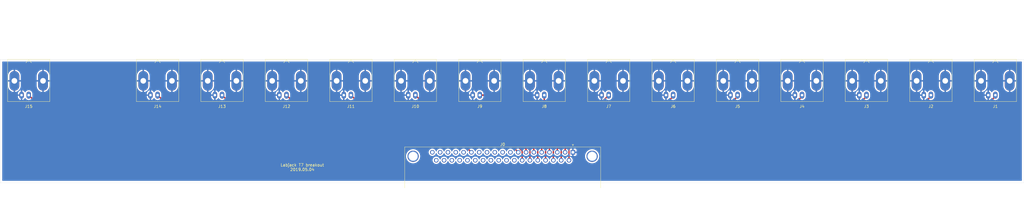
<source format=kicad_pcb>
(kicad_pcb (version 20171130) (host pcbnew 5.1.2)

  (general
    (thickness 1.6)
    (drawings 5)
    (tracks 77)
    (zones 0)
    (modules 16)
    (nets 39)
  )

  (page A4)
  (layers
    (0 F.Cu signal)
    (31 B.Cu signal)
    (32 B.Adhes user)
    (33 F.Adhes user)
    (34 B.Paste user)
    (35 F.Paste user)
    (36 B.SilkS user)
    (37 F.SilkS user)
    (38 B.Mask user)
    (39 F.Mask user)
    (40 Dwgs.User user)
    (41 Cmts.User user)
    (42 Eco1.User user)
    (43 Eco2.User user)
    (44 Edge.Cuts user)
    (45 Margin user)
    (46 B.CrtYd user)
    (47 F.CrtYd user)
    (48 B.Fab user)
    (49 F.Fab user)
  )

  (setup
    (last_trace_width 0.25)
    (user_trace_width 0.5)
    (trace_clearance 0.2)
    (zone_clearance 0.508)
    (zone_45_only no)
    (trace_min 0.2)
    (via_size 0.8)
    (via_drill 0.4)
    (via_min_size 0.4)
    (via_min_drill 0.3)
    (uvia_size 0.3)
    (uvia_drill 0.1)
    (uvias_allowed no)
    (uvia_min_size 0.2)
    (uvia_min_drill 0.1)
    (edge_width 0.05)
    (segment_width 0.2)
    (pcb_text_width 0.3)
    (pcb_text_size 1.5 1.5)
    (mod_edge_width 0.12)
    (mod_text_size 1 1)
    (mod_text_width 0.15)
    (pad_size 1.524 1.524)
    (pad_drill 0.762)
    (pad_to_mask_clearance 0.051)
    (solder_mask_min_width 0.25)
    (aux_axis_origin 0 0)
    (visible_elements FFFFFF7F)
    (pcbplotparams
      (layerselection 0x010fc_ffffffff)
      (usegerberextensions false)
      (usegerberattributes false)
      (usegerberadvancedattributes false)
      (creategerberjobfile false)
      (excludeedgelayer true)
      (linewidth 0.100000)
      (plotframeref false)
      (viasonmask false)
      (mode 1)
      (useauxorigin false)
      (hpglpennumber 1)
      (hpglpenspeed 20)
      (hpglpendiameter 15.000000)
      (psnegative false)
      (psa4output false)
      (plotreference true)
      (plotvalue true)
      (plotinvisibletext false)
      (padsonsilk false)
      (subtractmaskfromsilk false)
      (outputformat 1)
      (mirror false)
      (drillshape 0)
      (scaleselection 1)
      (outputdirectory ""))
  )

  (net 0 "")
  (net 1 "Net-(J0-Pad0)")
  (net 2 "Net-(J0-Pad37)")
  (net 3 "Net-(J0-Pad36)")
  (net 4 "Net-(J0-Pad35)")
  (net 5 "Net-(J0-Pad34)")
  (net 6 "Net-(J0-Pad33)")
  (net 7 "Net-(J0-Pad32)")
  (net 8 "Net-(J0-Pad31)")
  (net 9 "Net-(J0-Pad30)")
  (net 10 "Net-(J0-Pad29)")
  (net 11 "Net-(J0-Pad28)")
  (net 12 "Net-(J0-Pad27)")
  (net 13 "Net-(J0-Pad26)")
  (net 14 "Net-(J0-Pad25)")
  (net 15 "Net-(J0-Pad24)")
  (net 16 "Net-(J0-Pad23)")
  (net 17 "Net-(J0-Pad22)")
  (net 18 "Net-(J0-Pad21)")
  (net 19 "Net-(J0-Pad20)")
  (net 20 GND)
  (net 21 "Net-(J0-Pad18)")
  (net 22 "Net-(J0-Pad17)")
  (net 23 "Net-(J0-Pad16)")
  (net 24 "Net-(J0-Pad15)")
  (net 25 "Net-(J0-Pad14)")
  (net 26 "Net-(J0-Pad13)")
  (net 27 "Net-(J0-Pad12)")
  (net 28 "Net-(J0-Pad11)")
  (net 29 "Net-(J0-Pad10)")
  (net 30 "Net-(J0-Pad9)")
  (net 31 "Net-(J0-Pad8)")
  (net 32 "Net-(J0-Pad7)")
  (net 33 "Net-(J0-Pad6)")
  (net 34 "Net-(J0-Pad5)")
  (net 35 "Net-(J0-Pad4)")
  (net 36 "Net-(J0-Pad3)")
  (net 37 "Net-(J0-Pad2)")
  (net 38 "Net-(J0-Pad19)")

  (net_class Default "This is the default net class."
    (clearance 0.2)
    (trace_width 0.25)
    (via_dia 0.8)
    (via_drill 0.4)
    (uvia_dia 0.3)
    (uvia_drill 0.1)
    (add_net GND)
    (add_net "Net-(J0-Pad0)")
    (add_net "Net-(J0-Pad10)")
    (add_net "Net-(J0-Pad11)")
    (add_net "Net-(J0-Pad12)")
    (add_net "Net-(J0-Pad13)")
    (add_net "Net-(J0-Pad14)")
    (add_net "Net-(J0-Pad15)")
    (add_net "Net-(J0-Pad16)")
    (add_net "Net-(J0-Pad17)")
    (add_net "Net-(J0-Pad18)")
    (add_net "Net-(J0-Pad19)")
    (add_net "Net-(J0-Pad2)")
    (add_net "Net-(J0-Pad20)")
    (add_net "Net-(J0-Pad21)")
    (add_net "Net-(J0-Pad22)")
    (add_net "Net-(J0-Pad23)")
    (add_net "Net-(J0-Pad24)")
    (add_net "Net-(J0-Pad25)")
    (add_net "Net-(J0-Pad26)")
    (add_net "Net-(J0-Pad27)")
    (add_net "Net-(J0-Pad28)")
    (add_net "Net-(J0-Pad29)")
    (add_net "Net-(J0-Pad3)")
    (add_net "Net-(J0-Pad30)")
    (add_net "Net-(J0-Pad31)")
    (add_net "Net-(J0-Pad32)")
    (add_net "Net-(J0-Pad33)")
    (add_net "Net-(J0-Pad34)")
    (add_net "Net-(J0-Pad35)")
    (add_net "Net-(J0-Pad36)")
    (add_net "Net-(J0-Pad37)")
    (add_net "Net-(J0-Pad4)")
    (add_net "Net-(J0-Pad5)")
    (add_net "Net-(J0-Pad6)")
    (add_net "Net-(J0-Pad7)")
    (add_net "Net-(J0-Pad8)")
    (add_net "Net-(J0-Pad9)")
  )

  (module Connector_Dsub:DSUB-37_Female_Horizontal_P2.77x2.84mm_EdgePinOffset9.90mm_Housed_MountingHolesOffset11.32mm (layer F.Cu) (tedit 59FEDEE2) (tstamp 5CCEBEFF)
    (at 167.132 -74.93)
    (descr "37-pin D-Sub connector, horizontal/angled (90 deg), THT-mount, female, pitch 2.77x2.84mm, pin-PCB-offset 9.9mm, distance of mounting holes 63.5mm, distance of mounting holes to PCB edge 11.32mm, see https://disti-assets.s3.amazonaws.com/tonar/files/datasheets/16730.pdf")
    (tags "37-pin D-Sub connector horizontal angled 90deg THT female pitch 2.77x2.84mm pin-PCB-offset 9.9mm mounting-holes-distance 63.5mm mounting-hole-offset 63.5mm")
    (path /5CCE3428)
    (fp_text reference J0 (at -24.93 -2.8) (layer F.SilkS)
      (effects (font (size 1 1) (thickness 0.15)))
    )
    (fp_text value DB37 (at -24.93 20.81) (layer F.Fab)
      (effects (font (size 1 1) (thickness 0.15)))
    )
    (fp_text user %R (at -24.93 16.225) (layer F.Fab)
      (effects (font (size 1 1) (thickness 0.15)))
    )
    (fp_line (start 10.3 -2.35) (end -60.15 -2.35) (layer F.CrtYd) (width 0.05))
    (fp_line (start 10.3 19.85) (end 10.3 -2.35) (layer F.CrtYd) (width 0.05))
    (fp_line (start -60.15 19.85) (end 10.3 19.85) (layer F.CrtYd) (width 0.05))
    (fp_line (start -60.15 -2.35) (end -60.15 19.85) (layer F.CrtYd) (width 0.05))
    (fp_line (start 0 -2.321325) (end -0.25 -2.754338) (layer F.SilkS) (width 0.12))
    (fp_line (start 0.25 -2.754338) (end 0 -2.321325) (layer F.SilkS) (width 0.12))
    (fp_line (start -0.25 -2.754338) (end 0.25 -2.754338) (layer F.SilkS) (width 0.12))
    (fp_line (start 9.83 -1.86) (end 9.83 12.68) (layer F.SilkS) (width 0.12))
    (fp_line (start -59.69 -1.86) (end 9.83 -1.86) (layer F.SilkS) (width 0.12))
    (fp_line (start -59.69 12.68) (end -59.69 -1.86) (layer F.SilkS) (width 0.12))
    (fp_line (start 8.42 12.74) (end 8.42 1.42) (layer F.Fab) (width 0.1))
    (fp_line (start 5.22 12.74) (end 5.22 1.42) (layer F.Fab) (width 0.1))
    (fp_line (start -55.08 12.74) (end -55.08 1.42) (layer F.Fab) (width 0.1))
    (fp_line (start -58.28 12.74) (end -58.28 1.42) (layer F.Fab) (width 0.1))
    (fp_line (start 9.32 13.14) (end 4.32 13.14) (layer F.Fab) (width 0.1))
    (fp_line (start 9.32 18.14) (end 9.32 13.14) (layer F.Fab) (width 0.1))
    (fp_line (start 4.32 18.14) (end 9.32 18.14) (layer F.Fab) (width 0.1))
    (fp_line (start 4.32 13.14) (end 4.32 18.14) (layer F.Fab) (width 0.1))
    (fp_line (start -54.18 13.14) (end -59.18 13.14) (layer F.Fab) (width 0.1))
    (fp_line (start -54.18 18.14) (end -54.18 13.14) (layer F.Fab) (width 0.1))
    (fp_line (start -59.18 18.14) (end -54.18 18.14) (layer F.Fab) (width 0.1))
    (fp_line (start -59.18 13.14) (end -59.18 18.14) (layer F.Fab) (width 0.1))
    (fp_line (start 2.47 13.14) (end -52.33 13.14) (layer F.Fab) (width 0.1))
    (fp_line (start 2.47 19.31) (end 2.47 13.14) (layer F.Fab) (width 0.1))
    (fp_line (start -52.33 19.31) (end 2.47 19.31) (layer F.Fab) (width 0.1))
    (fp_line (start -52.33 13.14) (end -52.33 19.31) (layer F.Fab) (width 0.1))
    (fp_line (start 9.77 12.74) (end -59.63 12.74) (layer F.Fab) (width 0.1))
    (fp_line (start 9.77 13.14) (end 9.77 12.74) (layer F.Fab) (width 0.1))
    (fp_line (start -59.63 13.14) (end 9.77 13.14) (layer F.Fab) (width 0.1))
    (fp_line (start -59.63 12.74) (end -59.63 13.14) (layer F.Fab) (width 0.1))
    (fp_line (start 9.77 -1.8) (end -59.63 -1.8) (layer F.Fab) (width 0.1))
    (fp_line (start 9.77 12.74) (end 9.77 -1.8) (layer F.Fab) (width 0.1))
    (fp_line (start -59.63 12.74) (end 9.77 12.74) (layer F.Fab) (width 0.1))
    (fp_line (start -59.63 -1.8) (end -59.63 12.74) (layer F.Fab) (width 0.1))
    (fp_arc (start 6.82 1.42) (end 5.22 1.42) (angle 180) (layer F.Fab) (width 0.1))
    (fp_arc (start -56.68 1.42) (end -58.28 1.42) (angle 180) (layer F.Fab) (width 0.1))
    (pad 0 thru_hole circle (at 6.82 1.42) (size 4 4) (drill 3.2) (layers *.Cu *.Mask)
      (net 1 "Net-(J0-Pad0)"))
    (pad 0 thru_hole circle (at -56.68 1.42) (size 4 4) (drill 3.2) (layers *.Cu *.Mask)
      (net 1 "Net-(J0-Pad0)"))
    (pad 37 thru_hole circle (at -48.475 2.84) (size 1.6 1.6) (drill 1) (layers *.Cu *.Mask)
      (net 2 "Net-(J0-Pad37)"))
    (pad 36 thru_hole circle (at -45.705 2.84) (size 1.6 1.6) (drill 1) (layers *.Cu *.Mask)
      (net 3 "Net-(J0-Pad36)"))
    (pad 35 thru_hole circle (at -42.935 2.84) (size 1.6 1.6) (drill 1) (layers *.Cu *.Mask)
      (net 4 "Net-(J0-Pad35)"))
    (pad 34 thru_hole circle (at -40.165 2.84) (size 1.6 1.6) (drill 1) (layers *.Cu *.Mask)
      (net 5 "Net-(J0-Pad34)"))
    (pad 33 thru_hole circle (at -37.395 2.84) (size 1.6 1.6) (drill 1) (layers *.Cu *.Mask)
      (net 6 "Net-(J0-Pad33)"))
    (pad 32 thru_hole circle (at -34.625 2.84) (size 1.6 1.6) (drill 1) (layers *.Cu *.Mask)
      (net 7 "Net-(J0-Pad32)"))
    (pad 31 thru_hole circle (at -31.855 2.84) (size 1.6 1.6) (drill 1) (layers *.Cu *.Mask)
      (net 8 "Net-(J0-Pad31)"))
    (pad 30 thru_hole circle (at -29.085 2.84) (size 1.6 1.6) (drill 1) (layers *.Cu *.Mask)
      (net 9 "Net-(J0-Pad30)"))
    (pad 29 thru_hole circle (at -26.315 2.84) (size 1.6 1.6) (drill 1) (layers *.Cu *.Mask)
      (net 10 "Net-(J0-Pad29)"))
    (pad 28 thru_hole circle (at -23.545 2.84) (size 1.6 1.6) (drill 1) (layers *.Cu *.Mask)
      (net 11 "Net-(J0-Pad28)"))
    (pad 27 thru_hole circle (at -20.775 2.84) (size 1.6 1.6) (drill 1) (layers *.Cu *.Mask)
      (net 12 "Net-(J0-Pad27)"))
    (pad 26 thru_hole circle (at -18.005 2.84) (size 1.6 1.6) (drill 1) (layers *.Cu *.Mask)
      (net 13 "Net-(J0-Pad26)"))
    (pad 25 thru_hole circle (at -15.235 2.84) (size 1.6 1.6) (drill 1) (layers *.Cu *.Mask)
      (net 14 "Net-(J0-Pad25)"))
    (pad 24 thru_hole circle (at -12.465 2.84) (size 1.6 1.6) (drill 1) (layers *.Cu *.Mask)
      (net 15 "Net-(J0-Pad24)"))
    (pad 23 thru_hole circle (at -9.695 2.84) (size 1.6 1.6) (drill 1) (layers *.Cu *.Mask)
      (net 16 "Net-(J0-Pad23)"))
    (pad 22 thru_hole circle (at -6.925 2.84) (size 1.6 1.6) (drill 1) (layers *.Cu *.Mask)
      (net 17 "Net-(J0-Pad22)"))
    (pad 21 thru_hole circle (at -4.155 2.84) (size 1.6 1.6) (drill 1) (layers *.Cu *.Mask)
      (net 18 "Net-(J0-Pad21)"))
    (pad 20 thru_hole circle (at -1.385 2.84) (size 1.6 1.6) (drill 1) (layers *.Cu *.Mask)
      (net 19 "Net-(J0-Pad20)"))
    (pad 19 thru_hole circle (at -49.86 0) (size 1.6 1.6) (drill 1) (layers *.Cu *.Mask)
      (net 38 "Net-(J0-Pad19)"))
    (pad 18 thru_hole circle (at -47.09 0) (size 1.6 1.6) (drill 1) (layers *.Cu *.Mask)
      (net 21 "Net-(J0-Pad18)"))
    (pad 17 thru_hole circle (at -44.32 0) (size 1.6 1.6) (drill 1) (layers *.Cu *.Mask)
      (net 22 "Net-(J0-Pad17)"))
    (pad 16 thru_hole circle (at -41.55 0) (size 1.6 1.6) (drill 1) (layers *.Cu *.Mask)
      (net 23 "Net-(J0-Pad16)"))
    (pad 15 thru_hole circle (at -38.78 0) (size 1.6 1.6) (drill 1) (layers *.Cu *.Mask)
      (net 24 "Net-(J0-Pad15)"))
    (pad 14 thru_hole circle (at -36.01 0) (size 1.6 1.6) (drill 1) (layers *.Cu *.Mask)
      (net 25 "Net-(J0-Pad14)"))
    (pad 13 thru_hole circle (at -33.24 0) (size 1.6 1.6) (drill 1) (layers *.Cu *.Mask)
      (net 26 "Net-(J0-Pad13)"))
    (pad 12 thru_hole circle (at -30.47 0) (size 1.6 1.6) (drill 1) (layers *.Cu *.Mask)
      (net 27 "Net-(J0-Pad12)"))
    (pad 11 thru_hole circle (at -27.7 0) (size 1.6 1.6) (drill 1) (layers *.Cu *.Mask)
      (net 28 "Net-(J0-Pad11)"))
    (pad 10 thru_hole circle (at -24.93 0) (size 1.6 1.6) (drill 1) (layers *.Cu *.Mask)
      (net 29 "Net-(J0-Pad10)"))
    (pad 9 thru_hole circle (at -22.16 0) (size 1.6 1.6) (drill 1) (layers *.Cu *.Mask)
      (net 30 "Net-(J0-Pad9)"))
    (pad 8 thru_hole circle (at -19.39 0) (size 1.6 1.6) (drill 1) (layers *.Cu *.Mask)
      (net 31 "Net-(J0-Pad8)"))
    (pad 7 thru_hole circle (at -16.62 0) (size 1.6 1.6) (drill 1) (layers *.Cu *.Mask)
      (net 32 "Net-(J0-Pad7)"))
    (pad 6 thru_hole circle (at -13.85 0) (size 1.6 1.6) (drill 1) (layers *.Cu *.Mask)
      (net 33 "Net-(J0-Pad6)"))
    (pad 5 thru_hole circle (at -11.08 0) (size 1.6 1.6) (drill 1) (layers *.Cu *.Mask)
      (net 34 "Net-(J0-Pad5)"))
    (pad 4 thru_hole circle (at -8.31 0) (size 1.6 1.6) (drill 1) (layers *.Cu *.Mask)
      (net 35 "Net-(J0-Pad4)"))
    (pad 3 thru_hole circle (at -5.54 0) (size 1.6 1.6) (drill 1) (layers *.Cu *.Mask)
      (net 36 "Net-(J0-Pad3)"))
    (pad 2 thru_hole circle (at -2.77 0) (size 1.6 1.6) (drill 1) (layers *.Cu *.Mask)
      (net 37 "Net-(J0-Pad2)"))
    (pad 1 thru_hole rect (at 0 0) (size 1.6 1.6) (drill 1) (layers *.Cu *.Mask)
      (net 20 GND))
    (model ${KISYS3DMOD}/Connector_Dsub.3dshapes/DSUB-37_Female_Horizontal_P2.77x2.84mm_EdgePinOffset9.90mm_Housed_MountingHolesOffset11.32mm.wrl
      (at (xyz 0 0 0))
      (scale (xyz 1 1 1))
      (rotate (xyz 0 0 0))
    )
  )

  (module Connector_Coaxial:BNC_Amphenol_B6252HB-NPP3G-50_Horizontal (layer F.Cu) (tedit 5C13907B) (tstamp 5CCE91AD)
    (at -25.908 -95.25)
    (descr http://www.farnell.com/datasheets/612848.pdf)
    (tags "BNC Amphenol Horizontal")
    (path /5CD90960)
    (fp_text reference J15 (at 0 4) (layer F.SilkS)
      (effects (font (size 1 1) (thickness 0.15)))
    )
    (fp_text value BNC (at 0 6 180) (layer F.Fab)
      (effects (font (size 1 1) (thickness 0.15)))
    )
    (fp_line (start 0 -12.5) (end 1 -11.5) (layer F.SilkS) (width 0.12))
    (fp_line (start 0 -12.5) (end -1 -11.5) (layer F.SilkS) (width 0.12))
    (fp_line (start 7.85 2.7) (end 7.85 -33.8) (layer F.CrtYd) (width 0.05))
    (fp_line (start 7.85 -33.8) (end -7.85 -33.8) (layer F.CrtYd) (width 0.05))
    (fp_line (start -7.85 2.7) (end -7.85 -33.8) (layer F.CrtYd) (width 0.05))
    (fp_line (start -7.85 2.7) (end 7.85 2.7) (layer F.CrtYd) (width 0.05))
    (fp_line (start -7.5 2.3) (end -7.5 -12.7) (layer F.SilkS) (width 0.12))
    (fp_line (start 7.5 2.3) (end -7.5 2.3) (layer F.SilkS) (width 0.12))
    (fp_line (start 7.5 -12.7) (end 7.5 2.3) (layer F.SilkS) (width 0.12))
    (fp_line (start -7.5 -12.7) (end 7.5 -12.7) (layer F.SilkS) (width 0.12))
    (fp_line (start -5 -14) (end 5 -15) (layer F.Fab) (width 0.1))
    (fp_text user %R (at 0 0) (layer F.Fab)
      (effects (font (size 1 1) (thickness 0.15)))
    )
    (fp_line (start -7.35 -12.7) (end -7.35 2.2) (layer F.Fab) (width 0.1))
    (fp_line (start 7.35 -12.7) (end -7.35 -12.7) (layer F.Fab) (width 0.1))
    (fp_line (start 7.35 2.2) (end 7.35 -12.7) (layer F.Fab) (width 0.1))
    (fp_line (start -7.35 2.2) (end 7.35 2.2) (layer F.Fab) (width 0.1))
    (fp_line (start -6.35 -21.4) (end -6.35 -12.7) (layer F.Fab) (width 0.1))
    (fp_line (start 6.35 -21.4) (end -6.35 -21.4) (layer F.Fab) (width 0.1))
    (fp_line (start 6.35 -12.7) (end 6.35 -21.4) (layer F.Fab) (width 0.1))
    (fp_line (start -4.8 -33.3) (end -4.8 -21.4) (layer F.Fab) (width 0.1))
    (fp_line (start 4.8 -33.3) (end -4.8 -33.3) (layer F.Fab) (width 0.1))
    (fp_line (start 4.8 -21.4) (end 4.8 -33.3) (layer F.Fab) (width 0.1))
    (fp_circle (center 0 -28.07) (end 1 -28.07) (layer F.Fab) (width 0.1))
    (fp_line (start -5 -15) (end 5 -16) (layer F.Fab) (width 0.1))
    (fp_line (start -5 -16) (end 5 -17) (layer F.Fab) (width 0.1))
    (fp_line (start -5 -17) (end 5 -18) (layer F.Fab) (width 0.1))
    (fp_line (start -5 -18) (end 5 -19) (layer F.Fab) (width 0.1))
    (fp_line (start -5 -19) (end 5 -20) (layer F.Fab) (width 0.1))
    (fp_line (start -5 -20) (end 5 -21) (layer F.Fab) (width 0.1))
    (pad 2 thru_hole oval (at -2.54 0) (size 1.6 2.5) (drill 0.89) (layers *.Cu *.Mask)
      (net 20 GND))
    (pad 1 thru_hole oval (at 0 0) (size 1.6 2.5) (drill 0.89) (layers *.Cu *.Mask)
      (net 25 "Net-(J0-Pad14)"))
    (pad 2 thru_hole oval (at 5.08 -5.08) (size 3.5 7) (drill 2.01) (layers *.Cu *.Mask)
      (net 20 GND))
    (pad 2 thru_hole oval (at -5.08 -5.08) (size 3.5 7) (drill 2.01) (layers *.Cu *.Mask)
      (net 20 GND))
    (model ${KISYS3DMOD}/Connector_Coaxial.3dshapes/BNC_Amphenol_B6252HB-NPP3G-50_Horizontal.wrl
      (at (xyz 0 0 0))
      (scale (xyz 1 1 1))
      (rotate (xyz 0 0 0))
    )
  )

  (module Connector_Coaxial:BNC_Amphenol_B6252HB-NPP3G-50_Horizontal (layer F.Cu) (tedit 5C13907B) (tstamp 5CCE9188)
    (at 19.812 -95.25)
    (descr http://www.farnell.com/datasheets/612848.pdf)
    (tags "BNC Amphenol Horizontal")
    (path /5CD7D980)
    (fp_text reference J14 (at 0 4) (layer F.SilkS)
      (effects (font (size 1 1) (thickness 0.15)))
    )
    (fp_text value BNC (at 0 6 180) (layer F.Fab)
      (effects (font (size 1 1) (thickness 0.15)))
    )
    (fp_line (start 0 -12.5) (end 1 -11.5) (layer F.SilkS) (width 0.12))
    (fp_line (start 0 -12.5) (end -1 -11.5) (layer F.SilkS) (width 0.12))
    (fp_line (start 7.85 2.7) (end 7.85 -33.8) (layer F.CrtYd) (width 0.05))
    (fp_line (start 7.85 -33.8) (end -7.85 -33.8) (layer F.CrtYd) (width 0.05))
    (fp_line (start -7.85 2.7) (end -7.85 -33.8) (layer F.CrtYd) (width 0.05))
    (fp_line (start -7.85 2.7) (end 7.85 2.7) (layer F.CrtYd) (width 0.05))
    (fp_line (start -7.5 2.3) (end -7.5 -12.7) (layer F.SilkS) (width 0.12))
    (fp_line (start 7.5 2.3) (end -7.5 2.3) (layer F.SilkS) (width 0.12))
    (fp_line (start 7.5 -12.7) (end 7.5 2.3) (layer F.SilkS) (width 0.12))
    (fp_line (start -7.5 -12.7) (end 7.5 -12.7) (layer F.SilkS) (width 0.12))
    (fp_line (start -5 -14) (end 5 -15) (layer F.Fab) (width 0.1))
    (fp_text user %R (at 0 0) (layer F.Fab)
      (effects (font (size 1 1) (thickness 0.15)))
    )
    (fp_line (start -7.35 -12.7) (end -7.35 2.2) (layer F.Fab) (width 0.1))
    (fp_line (start 7.35 -12.7) (end -7.35 -12.7) (layer F.Fab) (width 0.1))
    (fp_line (start 7.35 2.2) (end 7.35 -12.7) (layer F.Fab) (width 0.1))
    (fp_line (start -7.35 2.2) (end 7.35 2.2) (layer F.Fab) (width 0.1))
    (fp_line (start -6.35 -21.4) (end -6.35 -12.7) (layer F.Fab) (width 0.1))
    (fp_line (start 6.35 -21.4) (end -6.35 -21.4) (layer F.Fab) (width 0.1))
    (fp_line (start 6.35 -12.7) (end 6.35 -21.4) (layer F.Fab) (width 0.1))
    (fp_line (start -4.8 -33.3) (end -4.8 -21.4) (layer F.Fab) (width 0.1))
    (fp_line (start 4.8 -33.3) (end -4.8 -33.3) (layer F.Fab) (width 0.1))
    (fp_line (start 4.8 -21.4) (end 4.8 -33.3) (layer F.Fab) (width 0.1))
    (fp_circle (center 0 -28.07) (end 1 -28.07) (layer F.Fab) (width 0.1))
    (fp_line (start -5 -15) (end 5 -16) (layer F.Fab) (width 0.1))
    (fp_line (start -5 -16) (end 5 -17) (layer F.Fab) (width 0.1))
    (fp_line (start -5 -17) (end 5 -18) (layer F.Fab) (width 0.1))
    (fp_line (start -5 -18) (end 5 -19) (layer F.Fab) (width 0.1))
    (fp_line (start -5 -19) (end 5 -20) (layer F.Fab) (width 0.1))
    (fp_line (start -5 -20) (end 5 -21) (layer F.Fab) (width 0.1))
    (pad 2 thru_hole oval (at -2.54 0) (size 1.6 2.5) (drill 0.89) (layers *.Cu *.Mask)
      (net 20 GND))
    (pad 1 thru_hole oval (at 0 0) (size 1.6 2.5) (drill 0.89) (layers *.Cu *.Mask)
      (net 31 "Net-(J0-Pad8)"))
    (pad 2 thru_hole oval (at 5.08 -5.08) (size 3.5 7) (drill 2.01) (layers *.Cu *.Mask)
      (net 20 GND))
    (pad 2 thru_hole oval (at -5.08 -5.08) (size 3.5 7) (drill 2.01) (layers *.Cu *.Mask)
      (net 20 GND))
    (model ${KISYS3DMOD}/Connector_Coaxial.3dshapes/BNC_Amphenol_B6252HB-NPP3G-50_Horizontal.wrl
      (at (xyz 0 0 0))
      (scale (xyz 1 1 1))
      (rotate (xyz 0 0 0))
    )
  )

  (module Connector_Coaxial:BNC_Amphenol_B6252HB-NPP3G-50_Horizontal (layer F.Cu) (tedit 5C13907B) (tstamp 5CCE9163)
    (at 42.672 -95.25)
    (descr http://www.farnell.com/datasheets/612848.pdf)
    (tags "BNC Amphenol Horizontal")
    (path /5CD7C9C2)
    (fp_text reference J13 (at 0 4) (layer F.SilkS)
      (effects (font (size 1 1) (thickness 0.15)))
    )
    (fp_text value BNC (at 0 6 180) (layer F.Fab)
      (effects (font (size 1 1) (thickness 0.15)))
    )
    (fp_line (start 0 -12.5) (end 1 -11.5) (layer F.SilkS) (width 0.12))
    (fp_line (start 0 -12.5) (end -1 -11.5) (layer F.SilkS) (width 0.12))
    (fp_line (start 7.85 2.7) (end 7.85 -33.8) (layer F.CrtYd) (width 0.05))
    (fp_line (start 7.85 -33.8) (end -7.85 -33.8) (layer F.CrtYd) (width 0.05))
    (fp_line (start -7.85 2.7) (end -7.85 -33.8) (layer F.CrtYd) (width 0.05))
    (fp_line (start -7.85 2.7) (end 7.85 2.7) (layer F.CrtYd) (width 0.05))
    (fp_line (start -7.5 2.3) (end -7.5 -12.7) (layer F.SilkS) (width 0.12))
    (fp_line (start 7.5 2.3) (end -7.5 2.3) (layer F.SilkS) (width 0.12))
    (fp_line (start 7.5 -12.7) (end 7.5 2.3) (layer F.SilkS) (width 0.12))
    (fp_line (start -7.5 -12.7) (end 7.5 -12.7) (layer F.SilkS) (width 0.12))
    (fp_line (start -5 -14) (end 5 -15) (layer F.Fab) (width 0.1))
    (fp_text user %R (at 0 0) (layer F.Fab)
      (effects (font (size 1 1) (thickness 0.15)))
    )
    (fp_line (start -7.35 -12.7) (end -7.35 2.2) (layer F.Fab) (width 0.1))
    (fp_line (start 7.35 -12.7) (end -7.35 -12.7) (layer F.Fab) (width 0.1))
    (fp_line (start 7.35 2.2) (end 7.35 -12.7) (layer F.Fab) (width 0.1))
    (fp_line (start -7.35 2.2) (end 7.35 2.2) (layer F.Fab) (width 0.1))
    (fp_line (start -6.35 -21.4) (end -6.35 -12.7) (layer F.Fab) (width 0.1))
    (fp_line (start 6.35 -21.4) (end -6.35 -21.4) (layer F.Fab) (width 0.1))
    (fp_line (start 6.35 -12.7) (end 6.35 -21.4) (layer F.Fab) (width 0.1))
    (fp_line (start -4.8 -33.3) (end -4.8 -21.4) (layer F.Fab) (width 0.1))
    (fp_line (start 4.8 -33.3) (end -4.8 -33.3) (layer F.Fab) (width 0.1))
    (fp_line (start 4.8 -21.4) (end 4.8 -33.3) (layer F.Fab) (width 0.1))
    (fp_circle (center 0 -28.07) (end 1 -28.07) (layer F.Fab) (width 0.1))
    (fp_line (start -5 -15) (end 5 -16) (layer F.Fab) (width 0.1))
    (fp_line (start -5 -16) (end 5 -17) (layer F.Fab) (width 0.1))
    (fp_line (start -5 -17) (end 5 -18) (layer F.Fab) (width 0.1))
    (fp_line (start -5 -18) (end 5 -19) (layer F.Fab) (width 0.1))
    (fp_line (start -5 -19) (end 5 -20) (layer F.Fab) (width 0.1))
    (fp_line (start -5 -20) (end 5 -21) (layer F.Fab) (width 0.1))
    (pad 2 thru_hole oval (at -2.54 0) (size 1.6 2.5) (drill 0.89) (layers *.Cu *.Mask)
      (net 20 GND))
    (pad 1 thru_hole oval (at 0 0) (size 1.6 2.5) (drill 0.89) (layers *.Cu *.Mask)
      (net 13 "Net-(J0-Pad26)"))
    (pad 2 thru_hole oval (at 5.08 -5.08) (size 3.5 7) (drill 2.01) (layers *.Cu *.Mask)
      (net 20 GND))
    (pad 2 thru_hole oval (at -5.08 -5.08) (size 3.5 7) (drill 2.01) (layers *.Cu *.Mask)
      (net 20 GND))
    (model ${KISYS3DMOD}/Connector_Coaxial.3dshapes/BNC_Amphenol_B6252HB-NPP3G-50_Horizontal.wrl
      (at (xyz 0 0 0))
      (scale (xyz 1 1 1))
      (rotate (xyz 0 0 0))
    )
  )

  (module Connector_Coaxial:BNC_Amphenol_B6252HB-NPP3G-50_Horizontal (layer F.Cu) (tedit 5C13907B) (tstamp 5CCE913E)
    (at 65.532 -95.25)
    (descr http://www.farnell.com/datasheets/612848.pdf)
    (tags "BNC Amphenol Horizontal")
    (path /5CD7BF0C)
    (fp_text reference J12 (at 0 4) (layer F.SilkS)
      (effects (font (size 1 1) (thickness 0.15)))
    )
    (fp_text value BNC (at 0 6 180) (layer F.Fab)
      (effects (font (size 1 1) (thickness 0.15)))
    )
    (fp_line (start 0 -12.5) (end 1 -11.5) (layer F.SilkS) (width 0.12))
    (fp_line (start 0 -12.5) (end -1 -11.5) (layer F.SilkS) (width 0.12))
    (fp_line (start 7.85 2.7) (end 7.85 -33.8) (layer F.CrtYd) (width 0.05))
    (fp_line (start 7.85 -33.8) (end -7.85 -33.8) (layer F.CrtYd) (width 0.05))
    (fp_line (start -7.85 2.7) (end -7.85 -33.8) (layer F.CrtYd) (width 0.05))
    (fp_line (start -7.85 2.7) (end 7.85 2.7) (layer F.CrtYd) (width 0.05))
    (fp_line (start -7.5 2.3) (end -7.5 -12.7) (layer F.SilkS) (width 0.12))
    (fp_line (start 7.5 2.3) (end -7.5 2.3) (layer F.SilkS) (width 0.12))
    (fp_line (start 7.5 -12.7) (end 7.5 2.3) (layer F.SilkS) (width 0.12))
    (fp_line (start -7.5 -12.7) (end 7.5 -12.7) (layer F.SilkS) (width 0.12))
    (fp_line (start -5 -14) (end 5 -15) (layer F.Fab) (width 0.1))
    (fp_text user %R (at 0 0) (layer F.Fab)
      (effects (font (size 1 1) (thickness 0.15)))
    )
    (fp_line (start -7.35 -12.7) (end -7.35 2.2) (layer F.Fab) (width 0.1))
    (fp_line (start 7.35 -12.7) (end -7.35 -12.7) (layer F.Fab) (width 0.1))
    (fp_line (start 7.35 2.2) (end 7.35 -12.7) (layer F.Fab) (width 0.1))
    (fp_line (start -7.35 2.2) (end 7.35 2.2) (layer F.Fab) (width 0.1))
    (fp_line (start -6.35 -21.4) (end -6.35 -12.7) (layer F.Fab) (width 0.1))
    (fp_line (start 6.35 -21.4) (end -6.35 -21.4) (layer F.Fab) (width 0.1))
    (fp_line (start 6.35 -12.7) (end 6.35 -21.4) (layer F.Fab) (width 0.1))
    (fp_line (start -4.8 -33.3) (end -4.8 -21.4) (layer F.Fab) (width 0.1))
    (fp_line (start 4.8 -33.3) (end -4.8 -33.3) (layer F.Fab) (width 0.1))
    (fp_line (start 4.8 -21.4) (end 4.8 -33.3) (layer F.Fab) (width 0.1))
    (fp_circle (center 0 -28.07) (end 1 -28.07) (layer F.Fab) (width 0.1))
    (fp_line (start -5 -15) (end 5 -16) (layer F.Fab) (width 0.1))
    (fp_line (start -5 -16) (end 5 -17) (layer F.Fab) (width 0.1))
    (fp_line (start -5 -17) (end 5 -18) (layer F.Fab) (width 0.1))
    (fp_line (start -5 -18) (end 5 -19) (layer F.Fab) (width 0.1))
    (fp_line (start -5 -19) (end 5 -20) (layer F.Fab) (width 0.1))
    (fp_line (start -5 -20) (end 5 -21) (layer F.Fab) (width 0.1))
    (pad 2 thru_hole oval (at -2.54 0) (size 1.6 2.5) (drill 0.89) (layers *.Cu *.Mask)
      (net 20 GND))
    (pad 1 thru_hole oval (at 0 0) (size 1.6 2.5) (drill 0.89) (layers *.Cu *.Mask)
      (net 32 "Net-(J0-Pad7)"))
    (pad 2 thru_hole oval (at 5.08 -5.08) (size 3.5 7) (drill 2.01) (layers *.Cu *.Mask)
      (net 20 GND))
    (pad 2 thru_hole oval (at -5.08 -5.08) (size 3.5 7) (drill 2.01) (layers *.Cu *.Mask)
      (net 20 GND))
    (model ${KISYS3DMOD}/Connector_Coaxial.3dshapes/BNC_Amphenol_B6252HB-NPP3G-50_Horizontal.wrl
      (at (xyz 0 0 0))
      (scale (xyz 1 1 1))
      (rotate (xyz 0 0 0))
    )
  )

  (module Connector_Coaxial:BNC_Amphenol_B6252HB-NPP3G-50_Horizontal (layer F.Cu) (tedit 5C13907B) (tstamp 5CCE9119)
    (at 88.392 -95.25)
    (descr http://www.farnell.com/datasheets/612848.pdf)
    (tags "BNC Amphenol Horizontal")
    (path /5CD7B5A0)
    (fp_text reference J11 (at 0 4) (layer F.SilkS)
      (effects (font (size 1 1) (thickness 0.15)))
    )
    (fp_text value BNC (at 0 6 180) (layer F.Fab)
      (effects (font (size 1 1) (thickness 0.15)))
    )
    (fp_line (start 0 -12.5) (end 1 -11.5) (layer F.SilkS) (width 0.12))
    (fp_line (start 0 -12.5) (end -1 -11.5) (layer F.SilkS) (width 0.12))
    (fp_line (start 7.85 2.7) (end 7.85 -33.8) (layer F.CrtYd) (width 0.05))
    (fp_line (start 7.85 -33.8) (end -7.85 -33.8) (layer F.CrtYd) (width 0.05))
    (fp_line (start -7.85 2.7) (end -7.85 -33.8) (layer F.CrtYd) (width 0.05))
    (fp_line (start -7.85 2.7) (end 7.85 2.7) (layer F.CrtYd) (width 0.05))
    (fp_line (start -7.5 2.3) (end -7.5 -12.7) (layer F.SilkS) (width 0.12))
    (fp_line (start 7.5 2.3) (end -7.5 2.3) (layer F.SilkS) (width 0.12))
    (fp_line (start 7.5 -12.7) (end 7.5 2.3) (layer F.SilkS) (width 0.12))
    (fp_line (start -7.5 -12.7) (end 7.5 -12.7) (layer F.SilkS) (width 0.12))
    (fp_line (start -5 -14) (end 5 -15) (layer F.Fab) (width 0.1))
    (fp_text user %R (at 0 0) (layer F.Fab)
      (effects (font (size 1 1) (thickness 0.15)))
    )
    (fp_line (start -7.35 -12.7) (end -7.35 2.2) (layer F.Fab) (width 0.1))
    (fp_line (start 7.35 -12.7) (end -7.35 -12.7) (layer F.Fab) (width 0.1))
    (fp_line (start 7.35 2.2) (end 7.35 -12.7) (layer F.Fab) (width 0.1))
    (fp_line (start -7.35 2.2) (end 7.35 2.2) (layer F.Fab) (width 0.1))
    (fp_line (start -6.35 -21.4) (end -6.35 -12.7) (layer F.Fab) (width 0.1))
    (fp_line (start 6.35 -21.4) (end -6.35 -21.4) (layer F.Fab) (width 0.1))
    (fp_line (start 6.35 -12.7) (end 6.35 -21.4) (layer F.Fab) (width 0.1))
    (fp_line (start -4.8 -33.3) (end -4.8 -21.4) (layer F.Fab) (width 0.1))
    (fp_line (start 4.8 -33.3) (end -4.8 -33.3) (layer F.Fab) (width 0.1))
    (fp_line (start 4.8 -21.4) (end 4.8 -33.3) (layer F.Fab) (width 0.1))
    (fp_circle (center 0 -28.07) (end 1 -28.07) (layer F.Fab) (width 0.1))
    (fp_line (start -5 -15) (end 5 -16) (layer F.Fab) (width 0.1))
    (fp_line (start -5 -16) (end 5 -17) (layer F.Fab) (width 0.1))
    (fp_line (start -5 -17) (end 5 -18) (layer F.Fab) (width 0.1))
    (fp_line (start -5 -18) (end 5 -19) (layer F.Fab) (width 0.1))
    (fp_line (start -5 -19) (end 5 -20) (layer F.Fab) (width 0.1))
    (fp_line (start -5 -20) (end 5 -21) (layer F.Fab) (width 0.1))
    (pad 2 thru_hole oval (at -2.54 0) (size 1.6 2.5) (drill 0.89) (layers *.Cu *.Mask)
      (net 20 GND))
    (pad 1 thru_hole oval (at 0 0) (size 1.6 2.5) (drill 0.89) (layers *.Cu *.Mask)
      (net 14 "Net-(J0-Pad25)"))
    (pad 2 thru_hole oval (at 5.08 -5.08) (size 3.5 7) (drill 2.01) (layers *.Cu *.Mask)
      (net 20 GND))
    (pad 2 thru_hole oval (at -5.08 -5.08) (size 3.5 7) (drill 2.01) (layers *.Cu *.Mask)
      (net 20 GND))
    (model ${KISYS3DMOD}/Connector_Coaxial.3dshapes/BNC_Amphenol_B6252HB-NPP3G-50_Horizontal.wrl
      (at (xyz 0 0 0))
      (scale (xyz 1 1 1))
      (rotate (xyz 0 0 0))
    )
  )

  (module Connector_Coaxial:BNC_Amphenol_B6252HB-NPP3G-50_Horizontal (layer F.Cu) (tedit 5C13907B) (tstamp 5CCE90F4)
    (at 111.252 -95.25)
    (descr http://www.farnell.com/datasheets/612848.pdf)
    (tags "BNC Amphenol Horizontal")
    (path /5CD7A634)
    (fp_text reference J10 (at 0 4) (layer F.SilkS)
      (effects (font (size 1 1) (thickness 0.15)))
    )
    (fp_text value BNC (at 0 6 180) (layer F.Fab)
      (effects (font (size 1 1) (thickness 0.15)))
    )
    (fp_line (start 0 -12.5) (end 1 -11.5) (layer F.SilkS) (width 0.12))
    (fp_line (start 0 -12.5) (end -1 -11.5) (layer F.SilkS) (width 0.12))
    (fp_line (start 7.85 2.7) (end 7.85 -33.8) (layer F.CrtYd) (width 0.05))
    (fp_line (start 7.85 -33.8) (end -7.85 -33.8) (layer F.CrtYd) (width 0.05))
    (fp_line (start -7.85 2.7) (end -7.85 -33.8) (layer F.CrtYd) (width 0.05))
    (fp_line (start -7.85 2.7) (end 7.85 2.7) (layer F.CrtYd) (width 0.05))
    (fp_line (start -7.5 2.3) (end -7.5 -12.7) (layer F.SilkS) (width 0.12))
    (fp_line (start 7.5 2.3) (end -7.5 2.3) (layer F.SilkS) (width 0.12))
    (fp_line (start 7.5 -12.7) (end 7.5 2.3) (layer F.SilkS) (width 0.12))
    (fp_line (start -7.5 -12.7) (end 7.5 -12.7) (layer F.SilkS) (width 0.12))
    (fp_line (start -5 -14) (end 5 -15) (layer F.Fab) (width 0.1))
    (fp_text user %R (at 0 0) (layer F.Fab)
      (effects (font (size 1 1) (thickness 0.15)))
    )
    (fp_line (start -7.35 -12.7) (end -7.35 2.2) (layer F.Fab) (width 0.1))
    (fp_line (start 7.35 -12.7) (end -7.35 -12.7) (layer F.Fab) (width 0.1))
    (fp_line (start 7.35 2.2) (end 7.35 -12.7) (layer F.Fab) (width 0.1))
    (fp_line (start -7.35 2.2) (end 7.35 2.2) (layer F.Fab) (width 0.1))
    (fp_line (start -6.35 -21.4) (end -6.35 -12.7) (layer F.Fab) (width 0.1))
    (fp_line (start 6.35 -21.4) (end -6.35 -21.4) (layer F.Fab) (width 0.1))
    (fp_line (start 6.35 -12.7) (end 6.35 -21.4) (layer F.Fab) (width 0.1))
    (fp_line (start -4.8 -33.3) (end -4.8 -21.4) (layer F.Fab) (width 0.1))
    (fp_line (start 4.8 -33.3) (end -4.8 -33.3) (layer F.Fab) (width 0.1))
    (fp_line (start 4.8 -21.4) (end 4.8 -33.3) (layer F.Fab) (width 0.1))
    (fp_circle (center 0 -28.07) (end 1 -28.07) (layer F.Fab) (width 0.1))
    (fp_line (start -5 -15) (end 5 -16) (layer F.Fab) (width 0.1))
    (fp_line (start -5 -16) (end 5 -17) (layer F.Fab) (width 0.1))
    (fp_line (start -5 -17) (end 5 -18) (layer F.Fab) (width 0.1))
    (fp_line (start -5 -18) (end 5 -19) (layer F.Fab) (width 0.1))
    (fp_line (start -5 -19) (end 5 -20) (layer F.Fab) (width 0.1))
    (fp_line (start -5 -20) (end 5 -21) (layer F.Fab) (width 0.1))
    (pad 2 thru_hole oval (at -2.54 0) (size 1.6 2.5) (drill 0.89) (layers *.Cu *.Mask)
      (net 20 GND))
    (pad 1 thru_hole oval (at 0 0) (size 1.6 2.5) (drill 0.89) (layers *.Cu *.Mask)
      (net 33 "Net-(J0-Pad6)"))
    (pad 2 thru_hole oval (at 5.08 -5.08) (size 3.5 7) (drill 2.01) (layers *.Cu *.Mask)
      (net 20 GND))
    (pad 2 thru_hole oval (at -5.08 -5.08) (size 3.5 7) (drill 2.01) (layers *.Cu *.Mask)
      (net 20 GND))
    (model ${KISYS3DMOD}/Connector_Coaxial.3dshapes/BNC_Amphenol_B6252HB-NPP3G-50_Horizontal.wrl
      (at (xyz 0 0 0))
      (scale (xyz 1 1 1))
      (rotate (xyz 0 0 0))
    )
  )

  (module Connector_Coaxial:BNC_Amphenol_B6252HB-NPP3G-50_Horizontal (layer F.Cu) (tedit 5C13907B) (tstamp 5CCEB2A7)
    (at 134.112 -95.25)
    (descr http://www.farnell.com/datasheets/612848.pdf)
    (tags "BNC Amphenol Horizontal")
    (path /5CD79A72)
    (fp_text reference J9 (at 0 4) (layer F.SilkS)
      (effects (font (size 1 1) (thickness 0.15)))
    )
    (fp_text value BNC (at 0 6 180) (layer F.Fab)
      (effects (font (size 1 1) (thickness 0.15)))
    )
    (fp_line (start 0 -12.5) (end 1 -11.5) (layer F.SilkS) (width 0.12))
    (fp_line (start 0 -12.5) (end -1 -11.5) (layer F.SilkS) (width 0.12))
    (fp_line (start 7.85 2.7) (end 7.85 -33.8) (layer F.CrtYd) (width 0.05))
    (fp_line (start 7.85 -33.8) (end -7.85 -33.8) (layer F.CrtYd) (width 0.05))
    (fp_line (start -7.85 2.7) (end -7.85 -33.8) (layer F.CrtYd) (width 0.05))
    (fp_line (start -7.85 2.7) (end 7.85 2.7) (layer F.CrtYd) (width 0.05))
    (fp_line (start -7.5 2.3) (end -7.5 -12.7) (layer F.SilkS) (width 0.12))
    (fp_line (start 7.5 2.3) (end -7.5 2.3) (layer F.SilkS) (width 0.12))
    (fp_line (start 7.5 -12.7) (end 7.5 2.3) (layer F.SilkS) (width 0.12))
    (fp_line (start -7.5 -12.7) (end 7.5 -12.7) (layer F.SilkS) (width 0.12))
    (fp_line (start -5 -14) (end 5 -15) (layer F.Fab) (width 0.1))
    (fp_text user %R (at 0 0) (layer F.Fab)
      (effects (font (size 1 1) (thickness 0.15)))
    )
    (fp_line (start -7.35 -12.7) (end -7.35 2.2) (layer F.Fab) (width 0.1))
    (fp_line (start 7.35 -12.7) (end -7.35 -12.7) (layer F.Fab) (width 0.1))
    (fp_line (start 7.35 2.2) (end 7.35 -12.7) (layer F.Fab) (width 0.1))
    (fp_line (start -7.35 2.2) (end 7.35 2.2) (layer F.Fab) (width 0.1))
    (fp_line (start -6.35 -21.4) (end -6.35 -12.7) (layer F.Fab) (width 0.1))
    (fp_line (start 6.35 -21.4) (end -6.35 -21.4) (layer F.Fab) (width 0.1))
    (fp_line (start 6.35 -12.7) (end 6.35 -21.4) (layer F.Fab) (width 0.1))
    (fp_line (start -4.8 -33.3) (end -4.8 -21.4) (layer F.Fab) (width 0.1))
    (fp_line (start 4.8 -33.3) (end -4.8 -33.3) (layer F.Fab) (width 0.1))
    (fp_line (start 4.8 -21.4) (end 4.8 -33.3) (layer F.Fab) (width 0.1))
    (fp_circle (center 0 -28.07) (end 1 -28.07) (layer F.Fab) (width 0.1))
    (fp_line (start -5 -15) (end 5 -16) (layer F.Fab) (width 0.1))
    (fp_line (start -5 -16) (end 5 -17) (layer F.Fab) (width 0.1))
    (fp_line (start -5 -17) (end 5 -18) (layer F.Fab) (width 0.1))
    (fp_line (start -5 -18) (end 5 -19) (layer F.Fab) (width 0.1))
    (fp_line (start -5 -19) (end 5 -20) (layer F.Fab) (width 0.1))
    (fp_line (start -5 -20) (end 5 -21) (layer F.Fab) (width 0.1))
    (pad 2 thru_hole oval (at -2.54 0) (size 1.6 2.5) (drill 0.89) (layers *.Cu *.Mask)
      (net 20 GND))
    (pad 1 thru_hole oval (at 0 0) (size 1.6 2.5) (drill 0.89) (layers *.Cu *.Mask)
      (net 15 "Net-(J0-Pad24)"))
    (pad 2 thru_hole oval (at 5.08 -5.08) (size 3.5 7) (drill 2.01) (layers *.Cu *.Mask)
      (net 20 GND))
    (pad 2 thru_hole oval (at -5.08 -5.08) (size 3.5 7) (drill 2.01) (layers *.Cu *.Mask)
      (net 20 GND))
    (model ${KISYS3DMOD}/Connector_Coaxial.3dshapes/BNC_Amphenol_B6252HB-NPP3G-50_Horizontal.wrl
      (at (xyz 0 0 0))
      (scale (xyz 1 1 1))
      (rotate (xyz 0 0 0))
    )
  )

  (module Connector_Coaxial:BNC_Amphenol_B6252HB-NPP3G-50_Horizontal (layer F.Cu) (tedit 5C13907B) (tstamp 5CCE90AA)
    (at 156.972 -95.25)
    (descr http://www.farnell.com/datasheets/612848.pdf)
    (tags "BNC Amphenol Horizontal")
    (path /5CD36442)
    (fp_text reference J8 (at 0 4) (layer F.SilkS)
      (effects (font (size 1 1) (thickness 0.15)))
    )
    (fp_text value BNC (at 0 6 180) (layer F.Fab)
      (effects (font (size 1 1) (thickness 0.15)))
    )
    (fp_line (start 0 -12.5) (end 1 -11.5) (layer F.SilkS) (width 0.12))
    (fp_line (start 0 -12.5) (end -1 -11.5) (layer F.SilkS) (width 0.12))
    (fp_line (start 7.85 2.7) (end 7.85 -33.8) (layer F.CrtYd) (width 0.05))
    (fp_line (start 7.85 -33.8) (end -7.85 -33.8) (layer F.CrtYd) (width 0.05))
    (fp_line (start -7.85 2.7) (end -7.85 -33.8) (layer F.CrtYd) (width 0.05))
    (fp_line (start -7.85 2.7) (end 7.85 2.7) (layer F.CrtYd) (width 0.05))
    (fp_line (start -7.5 2.3) (end -7.5 -12.7) (layer F.SilkS) (width 0.12))
    (fp_line (start 7.5 2.3) (end -7.5 2.3) (layer F.SilkS) (width 0.12))
    (fp_line (start 7.5 -12.7) (end 7.5 2.3) (layer F.SilkS) (width 0.12))
    (fp_line (start -7.5 -12.7) (end 7.5 -12.7) (layer F.SilkS) (width 0.12))
    (fp_line (start -5 -14) (end 5 -15) (layer F.Fab) (width 0.1))
    (fp_text user %R (at 0 0) (layer F.Fab)
      (effects (font (size 1 1) (thickness 0.15)))
    )
    (fp_line (start -7.35 -12.7) (end -7.35 2.2) (layer F.Fab) (width 0.1))
    (fp_line (start 7.35 -12.7) (end -7.35 -12.7) (layer F.Fab) (width 0.1))
    (fp_line (start 7.35 2.2) (end 7.35 -12.7) (layer F.Fab) (width 0.1))
    (fp_line (start -7.35 2.2) (end 7.35 2.2) (layer F.Fab) (width 0.1))
    (fp_line (start -6.35 -21.4) (end -6.35 -12.7) (layer F.Fab) (width 0.1))
    (fp_line (start 6.35 -21.4) (end -6.35 -21.4) (layer F.Fab) (width 0.1))
    (fp_line (start 6.35 -12.7) (end 6.35 -21.4) (layer F.Fab) (width 0.1))
    (fp_line (start -4.8 -33.3) (end -4.8 -21.4) (layer F.Fab) (width 0.1))
    (fp_line (start 4.8 -33.3) (end -4.8 -33.3) (layer F.Fab) (width 0.1))
    (fp_line (start 4.8 -21.4) (end 4.8 -33.3) (layer F.Fab) (width 0.1))
    (fp_circle (center 0 -28.07) (end 1 -28.07) (layer F.Fab) (width 0.1))
    (fp_line (start -5 -15) (end 5 -16) (layer F.Fab) (width 0.1))
    (fp_line (start -5 -16) (end 5 -17) (layer F.Fab) (width 0.1))
    (fp_line (start -5 -17) (end 5 -18) (layer F.Fab) (width 0.1))
    (fp_line (start -5 -18) (end 5 -19) (layer F.Fab) (width 0.1))
    (fp_line (start -5 -19) (end 5 -20) (layer F.Fab) (width 0.1))
    (fp_line (start -5 -20) (end 5 -21) (layer F.Fab) (width 0.1))
    (pad 2 thru_hole oval (at -2.54 0) (size 1.6 2.5) (drill 0.89) (layers *.Cu *.Mask)
      (net 20 GND))
    (pad 1 thru_hole oval (at 0 0) (size 1.6 2.5) (drill 0.89) (layers *.Cu *.Mask)
      (net 34 "Net-(J0-Pad5)"))
    (pad 2 thru_hole oval (at 5.08 -5.08) (size 3.5 7) (drill 2.01) (layers *.Cu *.Mask)
      (net 20 GND))
    (pad 2 thru_hole oval (at -5.08 -5.08) (size 3.5 7) (drill 2.01) (layers *.Cu *.Mask)
      (net 20 GND))
    (model ${KISYS3DMOD}/Connector_Coaxial.3dshapes/BNC_Amphenol_B6252HB-NPP3G-50_Horizontal.wrl
      (at (xyz 0 0 0))
      (scale (xyz 1 1 1))
      (rotate (xyz 0 0 0))
    )
  )

  (module Connector_Coaxial:BNC_Amphenol_B6252HB-NPP3G-50_Horizontal (layer F.Cu) (tedit 5C13907B) (tstamp 5CCE9085)
    (at 179.832 -95.25)
    (descr http://www.farnell.com/datasheets/612848.pdf)
    (tags "BNC Amphenol Horizontal")
    (path /5CD2716C)
    (fp_text reference J7 (at 0 4) (layer F.SilkS)
      (effects (font (size 1 1) (thickness 0.15)))
    )
    (fp_text value BNC (at 0 6 180) (layer F.Fab)
      (effects (font (size 1 1) (thickness 0.15)))
    )
    (fp_line (start 0 -12.5) (end 1 -11.5) (layer F.SilkS) (width 0.12))
    (fp_line (start 0 -12.5) (end -1 -11.5) (layer F.SilkS) (width 0.12))
    (fp_line (start 7.85 2.7) (end 7.85 -33.8) (layer F.CrtYd) (width 0.05))
    (fp_line (start 7.85 -33.8) (end -7.85 -33.8) (layer F.CrtYd) (width 0.05))
    (fp_line (start -7.85 2.7) (end -7.85 -33.8) (layer F.CrtYd) (width 0.05))
    (fp_line (start -7.85 2.7) (end 7.85 2.7) (layer F.CrtYd) (width 0.05))
    (fp_line (start -7.5 2.3) (end -7.5 -12.7) (layer F.SilkS) (width 0.12))
    (fp_line (start 7.5 2.3) (end -7.5 2.3) (layer F.SilkS) (width 0.12))
    (fp_line (start 7.5 -12.7) (end 7.5 2.3) (layer F.SilkS) (width 0.12))
    (fp_line (start -7.5 -12.7) (end 7.5 -12.7) (layer F.SilkS) (width 0.12))
    (fp_line (start -5 -14) (end 5 -15) (layer F.Fab) (width 0.1))
    (fp_text user %R (at 0 0) (layer F.Fab)
      (effects (font (size 1 1) (thickness 0.15)))
    )
    (fp_line (start -7.35 -12.7) (end -7.35 2.2) (layer F.Fab) (width 0.1))
    (fp_line (start 7.35 -12.7) (end -7.35 -12.7) (layer F.Fab) (width 0.1))
    (fp_line (start 7.35 2.2) (end 7.35 -12.7) (layer F.Fab) (width 0.1))
    (fp_line (start -7.35 2.2) (end 7.35 2.2) (layer F.Fab) (width 0.1))
    (fp_line (start -6.35 -21.4) (end -6.35 -12.7) (layer F.Fab) (width 0.1))
    (fp_line (start 6.35 -21.4) (end -6.35 -21.4) (layer F.Fab) (width 0.1))
    (fp_line (start 6.35 -12.7) (end 6.35 -21.4) (layer F.Fab) (width 0.1))
    (fp_line (start -4.8 -33.3) (end -4.8 -21.4) (layer F.Fab) (width 0.1))
    (fp_line (start 4.8 -33.3) (end -4.8 -33.3) (layer F.Fab) (width 0.1))
    (fp_line (start 4.8 -21.4) (end 4.8 -33.3) (layer F.Fab) (width 0.1))
    (fp_circle (center 0 -28.07) (end 1 -28.07) (layer F.Fab) (width 0.1))
    (fp_line (start -5 -15) (end 5 -16) (layer F.Fab) (width 0.1))
    (fp_line (start -5 -16) (end 5 -17) (layer F.Fab) (width 0.1))
    (fp_line (start -5 -17) (end 5 -18) (layer F.Fab) (width 0.1))
    (fp_line (start -5 -18) (end 5 -19) (layer F.Fab) (width 0.1))
    (fp_line (start -5 -19) (end 5 -20) (layer F.Fab) (width 0.1))
    (fp_line (start -5 -20) (end 5 -21) (layer F.Fab) (width 0.1))
    (pad 2 thru_hole oval (at -2.54 0) (size 1.6 2.5) (drill 0.89) (layers *.Cu *.Mask)
      (net 20 GND))
    (pad 1 thru_hole oval (at 0 0) (size 1.6 2.5) (drill 0.89) (layers *.Cu *.Mask)
      (net 16 "Net-(J0-Pad23)"))
    (pad 2 thru_hole oval (at 5.08 -5.08) (size 3.5 7) (drill 2.01) (layers *.Cu *.Mask)
      (net 20 GND))
    (pad 2 thru_hole oval (at -5.08 -5.08) (size 3.5 7) (drill 2.01) (layers *.Cu *.Mask)
      (net 20 GND))
    (model ${KISYS3DMOD}/Connector_Coaxial.3dshapes/BNC_Amphenol_B6252HB-NPP3G-50_Horizontal.wrl
      (at (xyz 0 0 0))
      (scale (xyz 1 1 1))
      (rotate (xyz 0 0 0))
    )
  )

  (module Connector_Coaxial:BNC_Amphenol_B6252HB-NPP3G-50_Horizontal (layer F.Cu) (tedit 5C13907B) (tstamp 5CCE9060)
    (at 202.692 -95.25)
    (descr http://www.farnell.com/datasheets/612848.pdf)
    (tags "BNC Amphenol Horizontal")
    (path /5CD26E56)
    (fp_text reference J6 (at 0 4) (layer F.SilkS)
      (effects (font (size 1 1) (thickness 0.15)))
    )
    (fp_text value BNC (at 0 6 180) (layer F.Fab)
      (effects (font (size 1 1) (thickness 0.15)))
    )
    (fp_line (start 0 -12.5) (end 1 -11.5) (layer F.SilkS) (width 0.12))
    (fp_line (start 0 -12.5) (end -1 -11.5) (layer F.SilkS) (width 0.12))
    (fp_line (start 7.85 2.7) (end 7.85 -33.8) (layer F.CrtYd) (width 0.05))
    (fp_line (start 7.85 -33.8) (end -7.85 -33.8) (layer F.CrtYd) (width 0.05))
    (fp_line (start -7.85 2.7) (end -7.85 -33.8) (layer F.CrtYd) (width 0.05))
    (fp_line (start -7.85 2.7) (end 7.85 2.7) (layer F.CrtYd) (width 0.05))
    (fp_line (start -7.5 2.3) (end -7.5 -12.7) (layer F.SilkS) (width 0.12))
    (fp_line (start 7.5 2.3) (end -7.5 2.3) (layer F.SilkS) (width 0.12))
    (fp_line (start 7.5 -12.7) (end 7.5 2.3) (layer F.SilkS) (width 0.12))
    (fp_line (start -7.5 -12.7) (end 7.5 -12.7) (layer F.SilkS) (width 0.12))
    (fp_line (start -5 -14) (end 5 -15) (layer F.Fab) (width 0.1))
    (fp_text user %R (at 0 0) (layer F.Fab)
      (effects (font (size 1 1) (thickness 0.15)))
    )
    (fp_line (start -7.35 -12.7) (end -7.35 2.2) (layer F.Fab) (width 0.1))
    (fp_line (start 7.35 -12.7) (end -7.35 -12.7) (layer F.Fab) (width 0.1))
    (fp_line (start 7.35 2.2) (end 7.35 -12.7) (layer F.Fab) (width 0.1))
    (fp_line (start -7.35 2.2) (end 7.35 2.2) (layer F.Fab) (width 0.1))
    (fp_line (start -6.35 -21.4) (end -6.35 -12.7) (layer F.Fab) (width 0.1))
    (fp_line (start 6.35 -21.4) (end -6.35 -21.4) (layer F.Fab) (width 0.1))
    (fp_line (start 6.35 -12.7) (end 6.35 -21.4) (layer F.Fab) (width 0.1))
    (fp_line (start -4.8 -33.3) (end -4.8 -21.4) (layer F.Fab) (width 0.1))
    (fp_line (start 4.8 -33.3) (end -4.8 -33.3) (layer F.Fab) (width 0.1))
    (fp_line (start 4.8 -21.4) (end 4.8 -33.3) (layer F.Fab) (width 0.1))
    (fp_circle (center 0 -28.07) (end 1 -28.07) (layer F.Fab) (width 0.1))
    (fp_line (start -5 -15) (end 5 -16) (layer F.Fab) (width 0.1))
    (fp_line (start -5 -16) (end 5 -17) (layer F.Fab) (width 0.1))
    (fp_line (start -5 -17) (end 5 -18) (layer F.Fab) (width 0.1))
    (fp_line (start -5 -18) (end 5 -19) (layer F.Fab) (width 0.1))
    (fp_line (start -5 -19) (end 5 -20) (layer F.Fab) (width 0.1))
    (fp_line (start -5 -20) (end 5 -21) (layer F.Fab) (width 0.1))
    (pad 2 thru_hole oval (at -2.54 0) (size 1.6 2.5) (drill 0.89) (layers *.Cu *.Mask)
      (net 20 GND))
    (pad 1 thru_hole oval (at 0 0) (size 1.6 2.5) (drill 0.89) (layers *.Cu *.Mask)
      (net 35 "Net-(J0-Pad4)"))
    (pad 2 thru_hole oval (at 5.08 -5.08) (size 3.5 7) (drill 2.01) (layers *.Cu *.Mask)
      (net 20 GND))
    (pad 2 thru_hole oval (at -5.08 -5.08) (size 3.5 7) (drill 2.01) (layers *.Cu *.Mask)
      (net 20 GND))
    (model ${KISYS3DMOD}/Connector_Coaxial.3dshapes/BNC_Amphenol_B6252HB-NPP3G-50_Horizontal.wrl
      (at (xyz 0 0 0))
      (scale (xyz 1 1 1))
      (rotate (xyz 0 0 0))
    )
  )

  (module Connector_Coaxial:BNC_Amphenol_B6252HB-NPP3G-50_Horizontal (layer F.Cu) (tedit 5C13907B) (tstamp 5CCE903B)
    (at 225.552 -95.25)
    (descr http://www.farnell.com/datasheets/612848.pdf)
    (tags "BNC Amphenol Horizontal")
    (path /5CD2601A)
    (fp_text reference J5 (at 0 4) (layer F.SilkS)
      (effects (font (size 1 1) (thickness 0.15)))
    )
    (fp_text value BNC (at 0 6 180) (layer F.Fab)
      (effects (font (size 1 1) (thickness 0.15)))
    )
    (fp_line (start 0 -12.5) (end 1 -11.5) (layer F.SilkS) (width 0.12))
    (fp_line (start 0 -12.5) (end -1 -11.5) (layer F.SilkS) (width 0.12))
    (fp_line (start 7.85 2.7) (end 7.85 -33.8) (layer F.CrtYd) (width 0.05))
    (fp_line (start 7.85 -33.8) (end -7.85 -33.8) (layer F.CrtYd) (width 0.05))
    (fp_line (start -7.85 2.7) (end -7.85 -33.8) (layer F.CrtYd) (width 0.05))
    (fp_line (start -7.85 2.7) (end 7.85 2.7) (layer F.CrtYd) (width 0.05))
    (fp_line (start -7.5 2.3) (end -7.5 -12.7) (layer F.SilkS) (width 0.12))
    (fp_line (start 7.5 2.3) (end -7.5 2.3) (layer F.SilkS) (width 0.12))
    (fp_line (start 7.5 -12.7) (end 7.5 2.3) (layer F.SilkS) (width 0.12))
    (fp_line (start -7.5 -12.7) (end 7.5 -12.7) (layer F.SilkS) (width 0.12))
    (fp_line (start -5 -14) (end 5 -15) (layer F.Fab) (width 0.1))
    (fp_text user %R (at 0 0) (layer F.Fab)
      (effects (font (size 1 1) (thickness 0.15)))
    )
    (fp_line (start -7.35 -12.7) (end -7.35 2.2) (layer F.Fab) (width 0.1))
    (fp_line (start 7.35 -12.7) (end -7.35 -12.7) (layer F.Fab) (width 0.1))
    (fp_line (start 7.35 2.2) (end 7.35 -12.7) (layer F.Fab) (width 0.1))
    (fp_line (start -7.35 2.2) (end 7.35 2.2) (layer F.Fab) (width 0.1))
    (fp_line (start -6.35 -21.4) (end -6.35 -12.7) (layer F.Fab) (width 0.1))
    (fp_line (start 6.35 -21.4) (end -6.35 -21.4) (layer F.Fab) (width 0.1))
    (fp_line (start 6.35 -12.7) (end 6.35 -21.4) (layer F.Fab) (width 0.1))
    (fp_line (start -4.8 -33.3) (end -4.8 -21.4) (layer F.Fab) (width 0.1))
    (fp_line (start 4.8 -33.3) (end -4.8 -33.3) (layer F.Fab) (width 0.1))
    (fp_line (start 4.8 -21.4) (end 4.8 -33.3) (layer F.Fab) (width 0.1))
    (fp_circle (center 0 -28.07) (end 1 -28.07) (layer F.Fab) (width 0.1))
    (fp_line (start -5 -15) (end 5 -16) (layer F.Fab) (width 0.1))
    (fp_line (start -5 -16) (end 5 -17) (layer F.Fab) (width 0.1))
    (fp_line (start -5 -17) (end 5 -18) (layer F.Fab) (width 0.1))
    (fp_line (start -5 -18) (end 5 -19) (layer F.Fab) (width 0.1))
    (fp_line (start -5 -19) (end 5 -20) (layer F.Fab) (width 0.1))
    (fp_line (start -5 -20) (end 5 -21) (layer F.Fab) (width 0.1))
    (pad 2 thru_hole oval (at -2.54 0) (size 1.6 2.5) (drill 0.89) (layers *.Cu *.Mask)
      (net 20 GND))
    (pad 1 thru_hole oval (at 0 0) (size 1.6 2.5) (drill 0.89) (layers *.Cu *.Mask)
      (net 17 "Net-(J0-Pad22)"))
    (pad 2 thru_hole oval (at 5.08 -5.08) (size 3.5 7) (drill 2.01) (layers *.Cu *.Mask)
      (net 20 GND))
    (pad 2 thru_hole oval (at -5.08 -5.08) (size 3.5 7) (drill 2.01) (layers *.Cu *.Mask)
      (net 20 GND))
    (model ${KISYS3DMOD}/Connector_Coaxial.3dshapes/BNC_Amphenol_B6252HB-NPP3G-50_Horizontal.wrl
      (at (xyz 0 0 0))
      (scale (xyz 1 1 1))
      (rotate (xyz 0 0 0))
    )
  )

  (module Connector_Coaxial:BNC_Amphenol_B6252HB-NPP3G-50_Horizontal (layer F.Cu) (tedit 5C13907B) (tstamp 5CCE9016)
    (at 248.412 -95.25)
    (descr http://www.farnell.com/datasheets/612848.pdf)
    (tags "BNC Amphenol Horizontal")
    (path /5CD258EE)
    (fp_text reference J4 (at 0 4) (layer F.SilkS)
      (effects (font (size 1 1) (thickness 0.15)))
    )
    (fp_text value BNC (at 0 6 180) (layer F.Fab)
      (effects (font (size 1 1) (thickness 0.15)))
    )
    (fp_line (start 0 -12.5) (end 1 -11.5) (layer F.SilkS) (width 0.12))
    (fp_line (start 0 -12.5) (end -1 -11.5) (layer F.SilkS) (width 0.12))
    (fp_line (start 7.85 2.7) (end 7.85 -33.8) (layer F.CrtYd) (width 0.05))
    (fp_line (start 7.85 -33.8) (end -7.85 -33.8) (layer F.CrtYd) (width 0.05))
    (fp_line (start -7.85 2.7) (end -7.85 -33.8) (layer F.CrtYd) (width 0.05))
    (fp_line (start -7.85 2.7) (end 7.85 2.7) (layer F.CrtYd) (width 0.05))
    (fp_line (start -7.5 2.3) (end -7.5 -12.7) (layer F.SilkS) (width 0.12))
    (fp_line (start 7.5 2.3) (end -7.5 2.3) (layer F.SilkS) (width 0.12))
    (fp_line (start 7.5 -12.7) (end 7.5 2.3) (layer F.SilkS) (width 0.12))
    (fp_line (start -7.5 -12.7) (end 7.5 -12.7) (layer F.SilkS) (width 0.12))
    (fp_line (start -5 -14) (end 5 -15) (layer F.Fab) (width 0.1))
    (fp_text user %R (at 0 0) (layer F.Fab)
      (effects (font (size 1 1) (thickness 0.15)))
    )
    (fp_line (start -7.35 -12.7) (end -7.35 2.2) (layer F.Fab) (width 0.1))
    (fp_line (start 7.35 -12.7) (end -7.35 -12.7) (layer F.Fab) (width 0.1))
    (fp_line (start 7.35 2.2) (end 7.35 -12.7) (layer F.Fab) (width 0.1))
    (fp_line (start -7.35 2.2) (end 7.35 2.2) (layer F.Fab) (width 0.1))
    (fp_line (start -6.35 -21.4) (end -6.35 -12.7) (layer F.Fab) (width 0.1))
    (fp_line (start 6.35 -21.4) (end -6.35 -21.4) (layer F.Fab) (width 0.1))
    (fp_line (start 6.35 -12.7) (end 6.35 -21.4) (layer F.Fab) (width 0.1))
    (fp_line (start -4.8 -33.3) (end -4.8 -21.4) (layer F.Fab) (width 0.1))
    (fp_line (start 4.8 -33.3) (end -4.8 -33.3) (layer F.Fab) (width 0.1))
    (fp_line (start 4.8 -21.4) (end 4.8 -33.3) (layer F.Fab) (width 0.1))
    (fp_circle (center 0 -28.07) (end 1 -28.07) (layer F.Fab) (width 0.1))
    (fp_line (start -5 -15) (end 5 -16) (layer F.Fab) (width 0.1))
    (fp_line (start -5 -16) (end 5 -17) (layer F.Fab) (width 0.1))
    (fp_line (start -5 -17) (end 5 -18) (layer F.Fab) (width 0.1))
    (fp_line (start -5 -18) (end 5 -19) (layer F.Fab) (width 0.1))
    (fp_line (start -5 -19) (end 5 -20) (layer F.Fab) (width 0.1))
    (fp_line (start -5 -20) (end 5 -21) (layer F.Fab) (width 0.1))
    (pad 2 thru_hole oval (at -2.54 0) (size 1.6 2.5) (drill 0.89) (layers *.Cu *.Mask)
      (net 20 GND))
    (pad 1 thru_hole oval (at 0 0) (size 1.6 2.5) (drill 0.89) (layers *.Cu *.Mask)
      (net 36 "Net-(J0-Pad3)"))
    (pad 2 thru_hole oval (at 5.08 -5.08) (size 3.5 7) (drill 2.01) (layers *.Cu *.Mask)
      (net 20 GND))
    (pad 2 thru_hole oval (at -5.08 -5.08) (size 3.5 7) (drill 2.01) (layers *.Cu *.Mask)
      (net 20 GND))
    (model ${KISYS3DMOD}/Connector_Coaxial.3dshapes/BNC_Amphenol_B6252HB-NPP3G-50_Horizontal.wrl
      (at (xyz 0 0 0))
      (scale (xyz 1 1 1))
      (rotate (xyz 0 0 0))
    )
  )

  (module Connector_Coaxial:BNC_Amphenol_B6252HB-NPP3G-50_Horizontal (layer F.Cu) (tedit 5C13907B) (tstamp 5CCE8FF1)
    (at 271.272 -95.25)
    (descr http://www.farnell.com/datasheets/612848.pdf)
    (tags "BNC Amphenol Horizontal")
    (path /5CD241EC)
    (fp_text reference J3 (at 0 4) (layer F.SilkS)
      (effects (font (size 1 1) (thickness 0.15)))
    )
    (fp_text value BNC (at 0 6 180) (layer F.Fab)
      (effects (font (size 1 1) (thickness 0.15)))
    )
    (fp_line (start 0 -12.5) (end 1 -11.5) (layer F.SilkS) (width 0.12))
    (fp_line (start 0 -12.5) (end -1 -11.5) (layer F.SilkS) (width 0.12))
    (fp_line (start 7.85 2.7) (end 7.85 -33.8) (layer F.CrtYd) (width 0.05))
    (fp_line (start 7.85 -33.8) (end -7.85 -33.8) (layer F.CrtYd) (width 0.05))
    (fp_line (start -7.85 2.7) (end -7.85 -33.8) (layer F.CrtYd) (width 0.05))
    (fp_line (start -7.85 2.7) (end 7.85 2.7) (layer F.CrtYd) (width 0.05))
    (fp_line (start -7.5 2.3) (end -7.5 -12.7) (layer F.SilkS) (width 0.12))
    (fp_line (start 7.5 2.3) (end -7.5 2.3) (layer F.SilkS) (width 0.12))
    (fp_line (start 7.5 -12.7) (end 7.5 2.3) (layer F.SilkS) (width 0.12))
    (fp_line (start -7.5 -12.7) (end 7.5 -12.7) (layer F.SilkS) (width 0.12))
    (fp_line (start -5 -14) (end 5 -15) (layer F.Fab) (width 0.1))
    (fp_text user %R (at 0 0) (layer F.Fab)
      (effects (font (size 1 1) (thickness 0.15)))
    )
    (fp_line (start -7.35 -12.7) (end -7.35 2.2) (layer F.Fab) (width 0.1))
    (fp_line (start 7.35 -12.7) (end -7.35 -12.7) (layer F.Fab) (width 0.1))
    (fp_line (start 7.35 2.2) (end 7.35 -12.7) (layer F.Fab) (width 0.1))
    (fp_line (start -7.35 2.2) (end 7.35 2.2) (layer F.Fab) (width 0.1))
    (fp_line (start -6.35 -21.4) (end -6.35 -12.7) (layer F.Fab) (width 0.1))
    (fp_line (start 6.35 -21.4) (end -6.35 -21.4) (layer F.Fab) (width 0.1))
    (fp_line (start 6.35 -12.7) (end 6.35 -21.4) (layer F.Fab) (width 0.1))
    (fp_line (start -4.8 -33.3) (end -4.8 -21.4) (layer F.Fab) (width 0.1))
    (fp_line (start 4.8 -33.3) (end -4.8 -33.3) (layer F.Fab) (width 0.1))
    (fp_line (start 4.8 -21.4) (end 4.8 -33.3) (layer F.Fab) (width 0.1))
    (fp_circle (center 0 -28.07) (end 1 -28.07) (layer F.Fab) (width 0.1))
    (fp_line (start -5 -15) (end 5 -16) (layer F.Fab) (width 0.1))
    (fp_line (start -5 -16) (end 5 -17) (layer F.Fab) (width 0.1))
    (fp_line (start -5 -17) (end 5 -18) (layer F.Fab) (width 0.1))
    (fp_line (start -5 -18) (end 5 -19) (layer F.Fab) (width 0.1))
    (fp_line (start -5 -19) (end 5 -20) (layer F.Fab) (width 0.1))
    (fp_line (start -5 -20) (end 5 -21) (layer F.Fab) (width 0.1))
    (pad 2 thru_hole oval (at -2.54 0) (size 1.6 2.5) (drill 0.89) (layers *.Cu *.Mask)
      (net 20 GND))
    (pad 1 thru_hole oval (at 0 0) (size 1.6 2.5) (drill 0.89) (layers *.Cu *.Mask)
      (net 18 "Net-(J0-Pad21)"))
    (pad 2 thru_hole oval (at 5.08 -5.08) (size 3.5 7) (drill 2.01) (layers *.Cu *.Mask)
      (net 20 GND))
    (pad 2 thru_hole oval (at -5.08 -5.08) (size 3.5 7) (drill 2.01) (layers *.Cu *.Mask)
      (net 20 GND))
    (model ${KISYS3DMOD}/Connector_Coaxial.3dshapes/BNC_Amphenol_B6252HB-NPP3G-50_Horizontal.wrl
      (at (xyz 0 0 0))
      (scale (xyz 1 1 1))
      (rotate (xyz 0 0 0))
    )
  )

  (module Connector_Coaxial:BNC_Amphenol_B6252HB-NPP3G-50_Horizontal (layer F.Cu) (tedit 5C13907B) (tstamp 5CCEAF85)
    (at 294.132 -95.25)
    (descr http://www.farnell.com/datasheets/612848.pdf)
    (tags "BNC Amphenol Horizontal")
    (path /5CD20CD2)
    (fp_text reference J2 (at 0 4) (layer F.SilkS)
      (effects (font (size 1 1) (thickness 0.15)))
    )
    (fp_text value BNC (at 0 6 180) (layer F.Fab)
      (effects (font (size 1 1) (thickness 0.15)))
    )
    (fp_line (start 0 -12.5) (end 1 -11.5) (layer F.SilkS) (width 0.12))
    (fp_line (start 0 -12.5) (end -1 -11.5) (layer F.SilkS) (width 0.12))
    (fp_line (start 7.85 2.7) (end 7.85 -33.8) (layer F.CrtYd) (width 0.05))
    (fp_line (start 7.85 -33.8) (end -7.85 -33.8) (layer F.CrtYd) (width 0.05))
    (fp_line (start -7.85 2.7) (end -7.85 -33.8) (layer F.CrtYd) (width 0.05))
    (fp_line (start -7.85 2.7) (end 7.85 2.7) (layer F.CrtYd) (width 0.05))
    (fp_line (start -7.5 2.3) (end -7.5 -12.7) (layer F.SilkS) (width 0.12))
    (fp_line (start 7.5 2.3) (end -7.5 2.3) (layer F.SilkS) (width 0.12))
    (fp_line (start 7.5 -12.7) (end 7.5 2.3) (layer F.SilkS) (width 0.12))
    (fp_line (start -7.5 -12.7) (end 7.5 -12.7) (layer F.SilkS) (width 0.12))
    (fp_line (start -5 -14) (end 5 -15) (layer F.Fab) (width 0.1))
    (fp_text user %R (at 0 0) (layer F.Fab)
      (effects (font (size 1 1) (thickness 0.15)))
    )
    (fp_line (start -7.35 -12.7) (end -7.35 2.2) (layer F.Fab) (width 0.1))
    (fp_line (start 7.35 -12.7) (end -7.35 -12.7) (layer F.Fab) (width 0.1))
    (fp_line (start 7.35 2.2) (end 7.35 -12.7) (layer F.Fab) (width 0.1))
    (fp_line (start -7.35 2.2) (end 7.35 2.2) (layer F.Fab) (width 0.1))
    (fp_line (start -6.35 -21.4) (end -6.35 -12.7) (layer F.Fab) (width 0.1))
    (fp_line (start 6.35 -21.4) (end -6.35 -21.4) (layer F.Fab) (width 0.1))
    (fp_line (start 6.35 -12.7) (end 6.35 -21.4) (layer F.Fab) (width 0.1))
    (fp_line (start -4.8 -33.3) (end -4.8 -21.4) (layer F.Fab) (width 0.1))
    (fp_line (start 4.8 -33.3) (end -4.8 -33.3) (layer F.Fab) (width 0.1))
    (fp_line (start 4.8 -21.4) (end 4.8 -33.3) (layer F.Fab) (width 0.1))
    (fp_circle (center 0 -28.07) (end 1 -28.07) (layer F.Fab) (width 0.1))
    (fp_line (start -5 -15) (end 5 -16) (layer F.Fab) (width 0.1))
    (fp_line (start -5 -16) (end 5 -17) (layer F.Fab) (width 0.1))
    (fp_line (start -5 -17) (end 5 -18) (layer F.Fab) (width 0.1))
    (fp_line (start -5 -18) (end 5 -19) (layer F.Fab) (width 0.1))
    (fp_line (start -5 -19) (end 5 -20) (layer F.Fab) (width 0.1))
    (fp_line (start -5 -20) (end 5 -21) (layer F.Fab) (width 0.1))
    (pad 2 thru_hole oval (at -2.54 0) (size 1.6 2.5) (drill 0.89) (layers *.Cu *.Mask)
      (net 20 GND))
    (pad 1 thru_hole oval (at 0 0) (size 1.6 2.5) (drill 0.89) (layers *.Cu *.Mask)
      (net 37 "Net-(J0-Pad2)"))
    (pad 2 thru_hole oval (at 5.08 -5.08) (size 3.5 7) (drill 2.01) (layers *.Cu *.Mask)
      (net 20 GND))
    (pad 2 thru_hole oval (at -5.08 -5.08) (size 3.5 7) (drill 2.01) (layers *.Cu *.Mask)
      (net 20 GND))
    (model ${KISYS3DMOD}/Connector_Coaxial.3dshapes/BNC_Amphenol_B6252HB-NPP3G-50_Horizontal.wrl
      (at (xyz 0 0 0))
      (scale (xyz 1 1 1))
      (rotate (xyz 0 0 0))
    )
  )

  (module Connector_Coaxial:BNC_Amphenol_B6252HB-NPP3G-50_Horizontal (layer F.Cu) (tedit 5C13907B) (tstamp 5CCE8FA7)
    (at 316.992 -95.25)
    (descr http://www.farnell.com/datasheets/612848.pdf)
    (tags "BNC Amphenol Horizontal")
    (path /5CCF433E)
    (fp_text reference J1 (at 0 4) (layer F.SilkS)
      (effects (font (size 1 1) (thickness 0.15)))
    )
    (fp_text value BNC (at 0 6 180) (layer F.Fab)
      (effects (font (size 1 1) (thickness 0.15)))
    )
    (fp_line (start 0 -12.5) (end 1 -11.5) (layer F.SilkS) (width 0.12))
    (fp_line (start 0 -12.5) (end -1 -11.5) (layer F.SilkS) (width 0.12))
    (fp_line (start 7.85 2.7) (end 7.85 -33.8) (layer F.CrtYd) (width 0.05))
    (fp_line (start 7.85 -33.8) (end -7.85 -33.8) (layer F.CrtYd) (width 0.05))
    (fp_line (start -7.85 2.7) (end -7.85 -33.8) (layer F.CrtYd) (width 0.05))
    (fp_line (start -7.85 2.7) (end 7.85 2.7) (layer F.CrtYd) (width 0.05))
    (fp_line (start -7.5 2.3) (end -7.5 -12.7) (layer F.SilkS) (width 0.12))
    (fp_line (start 7.5 2.3) (end -7.5 2.3) (layer F.SilkS) (width 0.12))
    (fp_line (start 7.5 -12.7) (end 7.5 2.3) (layer F.SilkS) (width 0.12))
    (fp_line (start -7.5 -12.7) (end 7.5 -12.7) (layer F.SilkS) (width 0.12))
    (fp_line (start -5 -14) (end 5 -15) (layer F.Fab) (width 0.1))
    (fp_text user %R (at 0 0) (layer F.Fab)
      (effects (font (size 1 1) (thickness 0.15)))
    )
    (fp_line (start -7.35 -12.7) (end -7.35 2.2) (layer F.Fab) (width 0.1))
    (fp_line (start 7.35 -12.7) (end -7.35 -12.7) (layer F.Fab) (width 0.1))
    (fp_line (start 7.35 2.2) (end 7.35 -12.7) (layer F.Fab) (width 0.1))
    (fp_line (start -7.35 2.2) (end 7.35 2.2) (layer F.Fab) (width 0.1))
    (fp_line (start -6.35 -21.4) (end -6.35 -12.7) (layer F.Fab) (width 0.1))
    (fp_line (start 6.35 -21.4) (end -6.35 -21.4) (layer F.Fab) (width 0.1))
    (fp_line (start 6.35 -12.7) (end 6.35 -21.4) (layer F.Fab) (width 0.1))
    (fp_line (start -4.8 -33.3) (end -4.8 -21.4) (layer F.Fab) (width 0.1))
    (fp_line (start 4.8 -33.3) (end -4.8 -33.3) (layer F.Fab) (width 0.1))
    (fp_line (start 4.8 -21.4) (end 4.8 -33.3) (layer F.Fab) (width 0.1))
    (fp_circle (center 0 -28.07) (end 1 -28.07) (layer F.Fab) (width 0.1))
    (fp_line (start -5 -15) (end 5 -16) (layer F.Fab) (width 0.1))
    (fp_line (start -5 -16) (end 5 -17) (layer F.Fab) (width 0.1))
    (fp_line (start -5 -17) (end 5 -18) (layer F.Fab) (width 0.1))
    (fp_line (start -5 -18) (end 5 -19) (layer F.Fab) (width 0.1))
    (fp_line (start -5 -19) (end 5 -20) (layer F.Fab) (width 0.1))
    (fp_line (start -5 -20) (end 5 -21) (layer F.Fab) (width 0.1))
    (pad 2 thru_hole oval (at -2.54 0) (size 1.6 2.5) (drill 0.89) (layers *.Cu *.Mask)
      (net 20 GND))
    (pad 1 thru_hole oval (at 0 0) (size 1.6 2.5) (drill 0.89) (layers *.Cu *.Mask)
      (net 19 "Net-(J0-Pad20)"))
    (pad 2 thru_hole oval (at 5.08 -5.08) (size 3.5 7) (drill 2.01) (layers *.Cu *.Mask)
      (net 20 GND))
    (pad 2 thru_hole oval (at -5.08 -5.08) (size 3.5 7) (drill 2.01) (layers *.Cu *.Mask)
      (net 20 GND))
    (model ${KISYS3DMOD}/Connector_Coaxial.3dshapes/BNC_Amphenol_B6252HB-NPP3G-50_Horizontal.wrl
      (at (xyz 0 0 0))
      (scale (xyz 1 1 1))
      (rotate (xyz 0 0 0))
    )
  )

  (gr_text "Labjack T7 breakout\n2019.05.04" (at 71.12 -69.596) (layer F.SilkS)
    (effects (font (size 1 1) (thickness 0.15)))
  )
  (gr_line (start 327.152 -107.95) (end 327.152 -64.008) (layer Edge.Cuts) (width 0.05) (tstamp 5CCED4F2))
  (gr_line (start -36.068 -107.95) (end -36.068 -64.008) (layer Edge.Cuts) (width 0.05))
  (gr_line (start -36.068 -64.008) (end 327.152 -64.008) (layer Edge.Cuts) (width 0.05) (tstamp 5CCED4E6))
  (gr_line (start -36.068 -107.95) (end 327.152 -107.95) (layer Edge.Cuts) (width 0.05))

  (segment (start 149.127 -73.22137) (end 149.127 -72.09) (width 0.5) (layer F.Cu) (net 13))
  (segment (start 149.127 -75.395002) (end 149.127 -73.22137) (width 0.5) (layer F.Cu) (net 13))
  (segment (start 141.972002 -82.55) (end 149.127 -75.395002) (width 0.5) (layer F.Cu) (net 13))
  (segment (start 55.372 -82.55) (end 141.972002 -82.55) (width 0.5) (layer F.Cu) (net 13))
  (segment (start 42.672 -95.25) (end 55.372 -82.55) (width 0.5) (layer F.Cu) (net 13))
  (segment (start 151.897 -73.22137) (end 151.897 -72.09) (width 0.5) (layer F.Cu) (net 14))
  (segment (start 151.897 -75.666333) (end 151.897 -73.22137) (width 0.5) (layer F.Cu) (net 14))
  (segment (start 139.933333 -87.63) (end 151.897 -75.666333) (width 0.5) (layer F.Cu) (net 14))
  (segment (start 96.012 -87.63) (end 139.933333 -87.63) (width 0.5) (layer F.Cu) (net 14))
  (segment (start 88.392 -95.25) (end 96.012 -87.63) (width 0.5) (layer F.Cu) (net 14))
  (segment (start 154.667 -75.995) (end 154.667 -73.22137) (width 0.5) (layer F.Cu) (net 15))
  (segment (start 135.412 -95.25) (end 154.667 -75.995) (width 0.5) (layer F.Cu) (net 15))
  (segment (start 154.667 -73.22137) (end 154.667 -72.09) (width 0.5) (layer F.Cu) (net 15))
  (segment (start 134.112 -95.25) (end 135.412 -95.25) (width 0.5) (layer F.Cu) (net 15))
  (segment (start 157.437 -79.154965) (end 157.437 -73.22137) (width 0.5) (layer F.Cu) (net 16))
  (segment (start 170.992035 -92.71) (end 157.437 -79.154965) (width 0.5) (layer F.Cu) (net 16))
  (segment (start 177.292 -92.71) (end 170.992035 -92.71) (width 0.5) (layer F.Cu) (net 16))
  (segment (start 157.437 -73.22137) (end 157.437 -72.09) (width 0.5) (layer F.Cu) (net 16))
  (segment (start 179.832 -95.25) (end 177.292 -92.71) (width 0.5) (layer F.Cu) (net 16))
  (segment (start 160.207 -75.666332) (end 160.207 -73.22137) (width 0.5) (layer F.Cu) (net 17))
  (segment (start 172.170668 -87.63) (end 160.207 -75.666332) (width 0.5) (layer F.Cu) (net 17))
  (segment (start 160.207 -73.22137) (end 160.207 -72.09) (width 0.5) (layer F.Cu) (net 17))
  (segment (start 218.382 -87.63) (end 172.170668 -87.63) (width 0.5) (layer F.Cu) (net 17))
  (segment (start 225.552 -94.8) (end 218.382 -87.63) (width 0.5) (layer F.Cu) (net 17))
  (segment (start 225.552 -95.25) (end 225.552 -94.8) (width 0.5) (layer F.Cu) (net 17))
  (segment (start 162.977 -73.22137) (end 162.977 -72.09) (width 0.5) (layer F.Cu) (net 18))
  (segment (start 162.977 -75.855) (end 162.977 -73.22137) (width 0.5) (layer F.Cu) (net 18))
  (segment (start 169.672 -82.55) (end 162.977 -75.855) (width 0.5) (layer F.Cu) (net 18))
  (segment (start 259.022 -82.55) (end 169.672 -82.55) (width 0.5) (layer F.Cu) (net 18))
  (segment (start 271.272 -94.8) (end 259.022 -82.55) (width 0.5) (layer F.Cu) (net 18))
  (segment (start 271.272 -95.25) (end 271.272 -94.8) (width 0.5) (layer F.Cu) (net 18))
  (segment (start 316.992 -95.25) (end 316.992 -94.8) (width 0.5) (layer F.Cu) (net 19))
  (segment (start 316.992 -94.8) (end 299.662 -77.47) (width 0.5) (layer F.Cu) (net 19))
  (segment (start 299.662 -77.47) (end 248.412 -77.47) (width 0.5) (layer F.Cu) (net 19))
  (segment (start 248.412 -77.47) (end 174.752 -77.47) (width 0.5) (layer F.Cu) (net 19))
  (segment (start 174.752 -77.47) (end 177.292 -77.47) (width 0.5) (layer F.Cu) (net 19))
  (segment (start 174.752 -77.47) (end 167.132 -77.47) (width 0.5) (layer F.Cu) (net 19))
  (segment (start 165.747 -76.085) (end 165.747 -72.09) (width 0.5) (layer F.Cu) (net 19))
  (segment (start 167.132 -77.47) (end 165.747 -76.085) (width 0.5) (layer F.Cu) (net 19))
  (segment (start 128.582 -77.47) (end 131.122 -74.93) (width 0.5) (layer F.Cu) (net 25))
  (segment (start -25.908 -95.25) (end -8.128 -77.47) (width 0.5) (layer F.Cu) (net 25))
  (segment (start -8.128 -77.47) (end 128.582 -77.47) (width 0.5) (layer F.Cu) (net 25))
  (segment (start 19.812 -95.25) (end 19.812 -94.8) (width 0.5) (layer F.Cu) (net 31))
  (segment (start 142.662 -80.01) (end 147.742 -74.93) (width 0.5) (layer F.Cu) (net 31))
  (segment (start 19.812 -95.25) (end 35.052 -80.01) (width 0.5) (layer F.Cu) (net 31))
  (segment (start 35.052 -80.01) (end 142.662 -80.01) (width 0.5) (layer F.Cu) (net 31))
  (segment (start 141.48337 -85.09) (end 150.512 -76.06137) (width 0.5) (layer F.Cu) (net 32))
  (segment (start 75.692 -85.09) (end 141.48337 -85.09) (width 0.5) (layer F.Cu) (net 32))
  (segment (start 150.512 -76.06137) (end 150.512 -74.93) (width 0.5) (layer F.Cu) (net 32))
  (segment (start 65.532 -95.25) (end 75.692 -85.09) (width 0.5) (layer F.Cu) (net 32))
  (segment (start 153.282 -76.08) (end 153.282 -74.93) (width 0.5) (layer F.Cu) (net 33))
  (segment (start 139.192 -90.17) (end 153.282 -76.08) (width 0.5) (layer F.Cu) (net 33))
  (segment (start 111.252 -95.25) (end 116.332 -90.17) (width 0.5) (layer F.Cu) (net 33))
  (segment (start 116.332 -90.17) (end 139.192 -90.17) (width 0.5) (layer F.Cu) (net 33))
  (segment (start 156.972 -95.25) (end 156.972 -94.8) (width 0.5) (layer F.Cu) (net 34))
  (segment (start 156.052 -76.06137) (end 156.052 -74.93) (width 0.5) (layer F.Cu) (net 34))
  (segment (start 156.052 -78.759928) (end 156.052 -76.06137) (width 0.5) (layer F.Cu) (net 34))
  (segment (start 156.972 -79.679928) (end 156.052 -78.759928) (width 0.5) (layer F.Cu) (net 34))
  (segment (start 156.972 -95.25) (end 156.972 -79.679928) (width 0.5) (layer F.Cu) (net 34))
  (segment (start 158.822 -79.550002) (end 158.822 -76.06137) (width 0.5) (layer F.Cu) (net 35))
  (segment (start 158.822 -76.06137) (end 158.822 -74.93) (width 0.5) (layer F.Cu) (net 35))
  (segment (start 169.441998 -90.17) (end 158.822 -79.550002) (width 0.5) (layer F.Cu) (net 35))
  (segment (start 198.062 -90.17) (end 169.441998 -90.17) (width 0.5) (layer F.Cu) (net 35))
  (segment (start 202.692 -94.8) (end 198.062 -90.17) (width 0.5) (layer F.Cu) (net 35))
  (segment (start 202.692 -95.25) (end 202.692 -94.8) (width 0.5) (layer F.Cu) (net 35))
  (segment (start 238.702 -85.09) (end 170.62063 -85.09) (width 0.5) (layer F.Cu) (net 36))
  (segment (start 248.412 -94.8) (end 238.702 -85.09) (width 0.5) (layer F.Cu) (net 36))
  (segment (start 248.412 -95.25) (end 248.412 -94.8) (width 0.5) (layer F.Cu) (net 36))
  (segment (start 161.592 -76.06137) (end 161.592 -74.93) (width 0.5) (layer F.Cu) (net 36))
  (segment (start 170.62063 -85.09) (end 161.592 -76.06137) (width 0.5) (layer F.Cu) (net 36))
  (segment (start 294.132 -95.25) (end 294.132 -94.8) (width 0.5) (layer F.Cu) (net 37))
  (segment (start 294.132 -94.8) (end 279.342 -80.01) (width 0.5) (layer F.Cu) (net 37))
  (segment (start 177.292 -80.01) (end 176.302037 -80.01) (width 0.5) (layer F.Cu) (net 37))
  (segment (start 279.342 -80.01) (end 177.292 -80.01) (width 0.5) (layer F.Cu) (net 37))
  (segment (start 164.362 -76.06137) (end 164.362 -74.93) (width 0.5) (layer F.Cu) (net 37))
  (segment (start 168.31063 -80.01) (end 164.362 -76.06137) (width 0.5) (layer F.Cu) (net 37))
  (segment (start 177.292 -80.01) (end 168.31063 -80.01) (width 0.5) (layer F.Cu) (net 37))

  (zone (net 20) (net_name GND) (layer B.Cu) (tstamp 5CCEE152) (hatch edge 0.508)
    (connect_pads (clearance 0.508))
    (min_thickness 0.254)
    (fill yes (arc_segments 32) (thermal_gap 0.508) (thermal_bridge_width 0.508))
    (polygon
      (pts
        (xy -35.306 -107.188) (xy -35.306 -64.77) (xy 326.39 -64.77) (xy 326.39 -107.188)
      )
    )
    (filled_polygon
      (pts
        (xy 326.263 -64.897) (xy -35.179 -64.897) (xy -35.179 -73.769525) (xy 107.817 -73.769525) (xy 107.817 -73.250475)
        (xy 107.918261 -72.741399) (xy 108.116893 -72.261859) (xy 108.405262 -71.830285) (xy 108.772285 -71.463262) (xy 109.203859 -71.174893)
        (xy 109.683399 -70.976261) (xy 110.192475 -70.875) (xy 110.711525 -70.875) (xy 111.220601 -70.976261) (xy 111.700141 -71.174893)
        (xy 112.131715 -71.463262) (xy 112.498738 -71.830285) (xy 112.766711 -72.231335) (xy 117.222 -72.231335) (xy 117.222 -71.948665)
        (xy 117.277147 -71.671426) (xy 117.38532 -71.410273) (xy 117.542363 -71.175241) (xy 117.742241 -70.975363) (xy 117.977273 -70.81832)
        (xy 118.238426 -70.710147) (xy 118.515665 -70.655) (xy 118.798335 -70.655) (xy 119.075574 -70.710147) (xy 119.336727 -70.81832)
        (xy 119.571759 -70.975363) (xy 119.771637 -71.175241) (xy 119.92868 -71.410273) (xy 120.036853 -71.671426) (xy 120.042 -71.697301)
        (xy 120.047147 -71.671426) (xy 120.15532 -71.410273) (xy 120.312363 -71.175241) (xy 120.512241 -70.975363) (xy 120.747273 -70.81832)
        (xy 121.008426 -70.710147) (xy 121.285665 -70.655) (xy 121.568335 -70.655) (xy 121.845574 -70.710147) (xy 122.106727 -70.81832)
        (xy 122.341759 -70.975363) (xy 122.541637 -71.175241) (xy 122.69868 -71.410273) (xy 122.806853 -71.671426) (xy 122.812 -71.697301)
        (xy 122.817147 -71.671426) (xy 122.92532 -71.410273) (xy 123.082363 -71.175241) (xy 123.282241 -70.975363) (xy 123.517273 -70.81832)
        (xy 123.778426 -70.710147) (xy 124.055665 -70.655) (xy 124.338335 -70.655) (xy 124.615574 -70.710147) (xy 124.876727 -70.81832)
        (xy 125.111759 -70.975363) (xy 125.311637 -71.175241) (xy 125.46868 -71.410273) (xy 125.576853 -71.671426) (xy 125.582 -71.697301)
        (xy 125.587147 -71.671426) (xy 125.69532 -71.410273) (xy 125.852363 -71.175241) (xy 126.052241 -70.975363) (xy 126.287273 -70.81832)
        (xy 126.548426 -70.710147) (xy 126.825665 -70.655) (xy 127.108335 -70.655) (xy 127.385574 -70.710147) (xy 127.646727 -70.81832)
        (xy 127.881759 -70.975363) (xy 128.081637 -71.175241) (xy 128.23868 -71.410273) (xy 128.346853 -71.671426) (xy 128.352 -71.697301)
        (xy 128.357147 -71.671426) (xy 128.46532 -71.410273) (xy 128.622363 -71.175241) (xy 128.822241 -70.975363) (xy 129.057273 -70.81832)
        (xy 129.318426 -70.710147) (xy 129.595665 -70.655) (xy 129.878335 -70.655) (xy 130.155574 -70.710147) (xy 130.416727 -70.81832)
        (xy 130.651759 -70.975363) (xy 130.851637 -71.175241) (xy 131.00868 -71.410273) (xy 131.116853 -71.671426) (xy 131.122 -71.697301)
        (xy 131.127147 -71.671426) (xy 131.23532 -71.410273) (xy 131.392363 -71.175241) (xy 131.592241 -70.975363) (xy 131.827273 -70.81832)
        (xy 132.088426 -70.710147) (xy 132.365665 -70.655) (xy 132.648335 -70.655) (xy 132.925574 -70.710147) (xy 133.186727 -70.81832)
        (xy 133.421759 -70.975363) (xy 133.621637 -71.175241) (xy 133.77868 -71.410273) (xy 133.886853 -71.671426) (xy 133.892 -71.697301)
        (xy 133.897147 -71.671426) (xy 134.00532 -71.410273) (xy 134.162363 -71.175241) (xy 134.362241 -70.975363) (xy 134.597273 -70.81832)
        (xy 134.858426 -70.710147) (xy 135.135665 -70.655) (xy 135.418335 -70.655) (xy 135.695574 -70.710147) (xy 135.956727 -70.81832)
        (xy 136.191759 -70.975363) (xy 136.391637 -71.175241) (xy 136.54868 -71.410273) (xy 136.656853 -71.671426) (xy 136.662 -71.697301)
        (xy 136.667147 -71.671426) (xy 136.77532 -71.410273) (xy 136.932363 -71.175241) (xy 137.132241 -70.975363) (xy 137.367273 -70.81832)
        (xy 137.628426 -70.710147) (xy 137.905665 -70.655) (xy 138.188335 -70.655) (xy 138.465574 -70.710147) (xy 138.726727 -70.81832)
        (xy 138.961759 -70.975363) (xy 139.161637 -71.175241) (xy 139.31868 -71.410273) (xy 139.426853 -71.671426) (xy 139.432 -71.697301)
        (xy 139.437147 -71.671426) (xy 139.54532 -71.410273) (xy 139.702363 -71.175241) (xy 139.902241 -70.975363) (xy 140.137273 -70.81832)
        (xy 140.398426 -70.710147) (xy 140.675665 -70.655) (xy 140.958335 -70.655) (xy 141.235574 -70.710147) (xy 141.496727 -70.81832)
        (xy 141.731759 -70.975363) (xy 141.931637 -71.175241) (xy 142.08868 -71.410273) (xy 142.196853 -71.671426) (xy 142.202 -71.697301)
        (xy 142.207147 -71.671426) (xy 142.31532 -71.410273) (xy 142.472363 -71.175241) (xy 142.672241 -70.975363) (xy 142.907273 -70.81832)
        (xy 143.168426 -70.710147) (xy 143.445665 -70.655) (xy 143.728335 -70.655) (xy 144.005574 -70.710147) (xy 144.266727 -70.81832)
        (xy 144.501759 -70.975363) (xy 144.701637 -71.175241) (xy 144.85868 -71.410273) (xy 144.966853 -71.671426) (xy 144.972 -71.697301)
        (xy 144.977147 -71.671426) (xy 145.08532 -71.410273) (xy 145.242363 -71.175241) (xy 145.442241 -70.975363) (xy 145.677273 -70.81832)
        (xy 145.938426 -70.710147) (xy 146.215665 -70.655) (xy 146.498335 -70.655) (xy 146.775574 -70.710147) (xy 147.036727 -70.81832)
        (xy 147.271759 -70.975363) (xy 147.471637 -71.175241) (xy 147.62868 -71.410273) (xy 147.736853 -71.671426) (xy 147.742 -71.697301)
        (xy 147.747147 -71.671426) (xy 147.85532 -71.410273) (xy 148.012363 -71.175241) (xy 148.212241 -70.975363) (xy 148.447273 -70.81832)
        (xy 148.708426 -70.710147) (xy 148.985665 -70.655) (xy 149.268335 -70.655) (xy 149.545574 -70.710147) (xy 149.806727 -70.81832)
        (xy 150.041759 -70.975363) (xy 150.241637 -71.175241) (xy 150.39868 -71.410273) (xy 150.506853 -71.671426) (xy 150.512 -71.697301)
        (xy 150.517147 -71.671426) (xy 150.62532 -71.410273) (xy 150.782363 -71.175241) (xy 150.982241 -70.975363) (xy 151.217273 -70.81832)
        (xy 151.478426 -70.710147) (xy 151.755665 -70.655) (xy 152.038335 -70.655) (xy 152.315574 -70.710147) (xy 152.576727 -70.81832)
        (xy 152.811759 -70.975363) (xy 153.011637 -71.175241) (xy 153.16868 -71.410273) (xy 153.276853 -71.671426) (xy 153.282 -71.697301)
        (xy 153.287147 -71.671426) (xy 153.39532 -71.410273) (xy 153.552363 -71.175241) (xy 153.752241 -70.975363) (xy 153.987273 -70.81832)
        (xy 154.248426 -70.710147) (xy 154.525665 -70.655) (xy 154.808335 -70.655) (xy 155.085574 -70.710147) (xy 155.346727 -70.81832)
        (xy 155.581759 -70.975363) (xy 155.781637 -71.175241) (xy 155.93868 -71.410273) (xy 156.046853 -71.671426) (xy 156.052 -71.697301)
        (xy 156.057147 -71.671426) (xy 156.16532 -71.410273) (xy 156.322363 -71.175241) (xy 156.522241 -70.975363) (xy 156.757273 -70.81832)
        (xy 157.018426 -70.710147) (xy 157.295665 -70.655) (xy 157.578335 -70.655) (xy 157.855574 -70.710147) (xy 158.116727 -70.81832)
        (xy 158.351759 -70.975363) (xy 158.551637 -71.175241) (xy 158.70868 -71.410273) (xy 158.816853 -71.671426) (xy 158.822 -71.697301)
        (xy 158.827147 -71.671426) (xy 158.93532 -71.410273) (xy 159.092363 -71.175241) (xy 159.292241 -70.975363) (xy 159.527273 -70.81832)
        (xy 159.788426 -70.710147) (xy 160.065665 -70.655) (xy 160.348335 -70.655) (xy 160.625574 -70.710147) (xy 160.886727 -70.81832)
        (xy 161.121759 -70.975363) (xy 161.321637 -71.175241) (xy 161.47868 -71.410273) (xy 161.586853 -71.671426) (xy 161.592 -71.697301)
        (xy 161.597147 -71.671426) (xy 161.70532 -71.410273) (xy 161.862363 -71.175241) (xy 162.062241 -70.975363) (xy 162.297273 -70.81832)
        (xy 162.558426 -70.710147) (xy 162.835665 -70.655) (xy 163.118335 -70.655) (xy 163.395574 -70.710147) (xy 163.656727 -70.81832)
        (xy 163.891759 -70.975363) (xy 164.091637 -71.175241) (xy 164.24868 -71.410273) (xy 164.356853 -71.671426) (xy 164.362 -71.697301)
        (xy 164.367147 -71.671426) (xy 164.47532 -71.410273) (xy 164.632363 -71.175241) (xy 164.832241 -70.975363) (xy 165.067273 -70.81832)
        (xy 165.328426 -70.710147) (xy 165.605665 -70.655) (xy 165.888335 -70.655) (xy 166.165574 -70.710147) (xy 166.426727 -70.81832)
        (xy 166.661759 -70.975363) (xy 166.861637 -71.175241) (xy 167.01868 -71.410273) (xy 167.126853 -71.671426) (xy 167.182 -71.948665)
        (xy 167.182 -72.231335) (xy 167.126853 -72.508574) (xy 167.01868 -72.769727) (xy 166.861637 -73.004759) (xy 166.661759 -73.204637)
        (xy 166.426727 -73.36168) (xy 166.165574 -73.469853) (xy 165.888335 -73.525) (xy 165.605665 -73.525) (xy 165.328426 -73.469853)
        (xy 165.067273 -73.36168) (xy 164.832241 -73.204637) (xy 164.632363 -73.004759) (xy 164.47532 -72.769727) (xy 164.367147 -72.508574)
        (xy 164.362 -72.482699) (xy 164.356853 -72.508574) (xy 164.24868 -72.769727) (xy 164.091637 -73.004759) (xy 163.891759 -73.204637)
        (xy 163.656727 -73.36168) (xy 163.395574 -73.469853) (xy 163.118335 -73.525) (xy 162.835665 -73.525) (xy 162.558426 -73.469853)
        (xy 162.297273 -73.36168) (xy 162.062241 -73.204637) (xy 161.862363 -73.004759) (xy 161.70532 -72.769727) (xy 161.597147 -72.508574)
        (xy 161.592 -72.482699) (xy 161.586853 -72.508574) (xy 161.47868 -72.769727) (xy 161.321637 -73.004759) (xy 161.121759 -73.204637)
        (xy 160.886727 -73.36168) (xy 160.625574 -73.469853) (xy 160.348335 -73.525) (xy 160.065665 -73.525) (xy 159.788426 -73.469853)
        (xy 159.527273 -73.36168) (xy 159.292241 -73.204637) (xy 159.092363 -73.004759) (xy 158.93532 -72.769727) (xy 158.827147 -72.508574)
        (xy 158.822 -72.482699) (xy 158.816853 -72.508574) (xy 158.70868 -72.769727) (xy 158.551637 -73.004759) (xy 158.351759 -73.204637)
        (xy 158.116727 -73.36168) (xy 157.855574 -73.469853) (xy 157.578335 -73.525) (xy 157.295665 -73.525) (xy 157.018426 -73.469853)
        (xy 156.757273 -73.36168) (xy 156.522241 -73.204637) (xy 156.322363 -73.004759) (xy 156.16532 -72.769727) (xy 156.057147 -72.508574)
        (xy 156.052 -72.482699) (xy 156.046853 -72.508574) (xy 155.93868 -72.769727) (xy 155.781637 -73.004759) (xy 155.581759 -73.204637)
        (xy 155.346727 -73.36168) (xy 155.085574 -73.469853) (xy 154.808335 -73.525) (xy 154.525665 -73.525) (xy 154.248426 -73.469853)
        (xy 153.987273 -73.36168) (xy 153.752241 -73.204637) (xy 153.552363 -73.004759) (xy 153.39532 -72.769727) (xy 153.287147 -72.508574)
        (xy 153.282 -72.482699) (xy 153.276853 -72.508574) (xy 153.16868 -72.769727) (xy 153.011637 -73.004759) (xy 152.811759 -73.204637)
        (xy 152.576727 -73.36168) (xy 152.315574 -73.469853) (xy 152.038335 -73.525) (xy 151.755665 -73.525) (xy 151.478426 -73.469853)
        (xy 151.217273 -73.36168) (xy 150.982241 -73.204637) (xy 150.782363 -73.004759) (xy 150.62532 -72.769727) (xy 150.517147 -72.508574)
        (xy 150.512 -72.482699) (xy 150.506853 -72.508574) (xy 150.39868 -72.769727) (xy 150.241637 -73.004759) (xy 150.041759 -73.204637)
        (xy 149.806727 -73.36168) (xy 149.545574 -73.469853) (xy 149.268335 -73.525) (xy 148.985665 -73.525) (xy 148.708426 -73.469853)
        (xy 148.447273 -73.36168) (xy 148.212241 -73.204637) (xy 148.012363 -73.004759) (xy 147.85532 -72.769727) (xy 147.747147 -72.508574)
        (xy 147.742 -72.482699) (xy 147.736853 -72.508574) (xy 147.62868 -72.769727) (xy 147.471637 -73.004759) (xy 147.271759 -73.204637)
        (xy 147.036727 -73.36168) (xy 146.775574 -73.469853) (xy 146.498335 -73.525) (xy 146.215665 -73.525) (xy 145.938426 -73.469853)
        (xy 145.677273 -73.36168) (xy 145.442241 -73.204637) (xy 145.242363 -73.004759) (xy 145.08532 -72.769727) (xy 144.977147 -72.508574)
        (xy 144.972 -72.482699) (xy 144.966853 -72.508574) (xy 144.85868 -72.769727) (xy 144.701637 -73.004759) (xy 144.501759 -73.204637)
        (xy 144.266727 -73.36168) (xy 144.005574 -73.469853) (xy 143.728335 -73.525) (xy 143.445665 -73.525) (xy 143.168426 -73.469853)
        (xy 142.907273 -73.36168) (xy 142.672241 -73.204637) (xy 142.472363 -73.004759) (xy 142.31532 -72.769727) (xy 142.207147 -72.508574)
        (xy 142.202 -72.482699) (xy 142.196853 -72.508574) (xy 142.08868 -72.769727) (xy 141.931637 -73.004759) (xy 141.731759 -73.204637)
        (xy 141.496727 -73.36168) (xy 141.235574 -73.469853) (xy 140.958335 -73.525) (xy 140.675665 -73.525) (xy 140.398426 -73.469853)
        (xy 140.137273 -73.36168) (xy 139.902241 -73.204637) (xy 139.702363 -73.004759) (xy 139.54532 -72.769727) (xy 139.437147 -72.508574)
        (xy 139.432 -72.482699) (xy 139.426853 -72.508574) (xy 139.31868 -72.769727) (xy 139.161637 -73.004759) (xy 138.961759 -73.204637)
        (xy 138.726727 -73.36168) (xy 138.465574 -73.469853) (xy 138.188335 -73.525) (xy 137.905665 -73.525) (xy 137.628426 -73.469853)
        (xy 137.367273 -73.36168) (xy 137.132241 -73.204637) (xy 136.932363 -73.004759) (xy 136.77532 -72.769727) (xy 136.667147 -72.508574)
        (xy 136.662 -72.482699) (xy 136.656853 -72.508574) (xy 136.54868 -72.769727) (xy 136.391637 -73.004759) (xy 136.191759 -73.204637)
        (xy 135.956727 -73.36168) (xy 135.695574 -73.469853) (xy 135.418335 -73.525) (xy 135.135665 -73.525) (xy 134.858426 -73.469853)
        (xy 134.597273 -73.36168) (xy 134.362241 -73.204637) (xy 134.162363 -73.004759) (xy 134.00532 -72.769727) (xy 133.897147 -72.508574)
        (xy 133.892 -72.482699) (xy 133.886853 -72.508574) (xy 133.77868 -72.769727) (xy 133.621637 -73.004759) (xy 133.421759 -73.204637)
        (xy 133.186727 -73.36168) (xy 132.925574 -73.469853) (xy 132.648335 -73.525) (xy 132.365665 -73.525) (xy 132.088426 -73.469853)
        (xy 131.827273 -73.36168) (xy 131.592241 -73.204637) (xy 131.392363 -73.004759) (xy 131.23532 -72.769727) (xy 131.127147 -72.508574)
        (xy 131.122 -72.482699) (xy 131.116853 -72.508574) (xy 131.00868 -72.769727) (xy 130.851637 -73.004759) (xy 130.651759 -73.204637)
        (xy 130.416727 -73.36168) (xy 130.155574 -73.469853) (xy 129.878335 -73.525) (xy 129.595665 -73.525) (xy 129.318426 -73.469853)
        (xy 129.057273 -73.36168) (xy 128.822241 -73.204637) (xy 128.622363 -73.004759) (xy 128.46532 -72.769727) (xy 128.357147 -72.508574)
        (xy 128.352 -72.482699) (xy 128.346853 -72.508574) (xy 128.23868 -72.769727) (xy 128.081637 -73.004759) (xy 127.881759 -73.204637)
        (xy 127.646727 -73.36168) (xy 127.385574 -73.469853) (xy 127.108335 -73.525) (xy 126.825665 -73.525) (xy 126.548426 -73.469853)
        (xy 126.287273 -73.36168) (xy 126.052241 -73.204637) (xy 125.852363 -73.004759) (xy 125.69532 -72.769727) (xy 125.587147 -72.508574)
        (xy 125.582 -72.482699) (xy 125.576853 -72.508574) (xy 125.46868 -72.769727) (xy 125.311637 -73.004759) (xy 125.111759 -73.204637)
        (xy 124.876727 -73.36168) (xy 124.615574 -73.469853) (xy 124.338335 -73.525) (xy 124.055665 -73.525) (xy 123.778426 -73.469853)
        (xy 123.517273 -73.36168) (xy 123.282241 -73.204637) (xy 123.082363 -73.004759) (xy 122.92532 -72.769727) (xy 122.817147 -72.508574)
        (xy 122.812 -72.482699) (xy 122.806853 -72.508574) (xy 122.69868 -72.769727) (xy 122.541637 -73.004759) (xy 122.341759 -73.204637)
        (xy 122.106727 -73.36168) (xy 121.845574 -73.469853) (xy 121.568335 -73.525) (xy 121.285665 -73.525) (xy 121.008426 -73.469853)
        (xy 120.747273 -73.36168) (xy 120.512241 -73.204637) (xy 120.312363 -73.004759) (xy 120.15532 -72.769727) (xy 120.047147 -72.508574)
        (xy 120.042 -72.482699) (xy 120.036853 -72.508574) (xy 119.92868 -72.769727) (xy 119.771637 -73.004759) (xy 119.571759 -73.204637)
        (xy 119.336727 -73.36168) (xy 119.075574 -73.469853) (xy 118.798335 -73.525) (xy 118.515665 -73.525) (xy 118.238426 -73.469853)
        (xy 117.977273 -73.36168) (xy 117.742241 -73.204637) (xy 117.542363 -73.004759) (xy 117.38532 -72.769727) (xy 117.277147 -72.508574)
        (xy 117.222 -72.231335) (xy 112.766711 -72.231335) (xy 112.787107 -72.261859) (xy 112.985739 -72.741399) (xy 113.087 -73.250475)
        (xy 113.087 -73.769525) (xy 112.985739 -74.278601) (xy 112.787107 -74.758141) (xy 112.577838 -75.071335) (xy 115.837 -75.071335)
        (xy 115.837 -74.788665) (xy 115.892147 -74.511426) (xy 116.00032 -74.250273) (xy 116.157363 -74.015241) (xy 116.357241 -73.815363)
        (xy 116.592273 -73.65832) (xy 116.853426 -73.550147) (xy 117.130665 -73.495) (xy 117.413335 -73.495) (xy 117.690574 -73.550147)
        (xy 117.951727 -73.65832) (xy 118.186759 -73.815363) (xy 118.386637 -74.015241) (xy 118.54368 -74.250273) (xy 118.651853 -74.511426)
        (xy 118.657 -74.537301) (xy 118.662147 -74.511426) (xy 118.77032 -74.250273) (xy 118.927363 -74.015241) (xy 119.127241 -73.815363)
        (xy 119.362273 -73.65832) (xy 119.623426 -73.550147) (xy 119.900665 -73.495) (xy 120.183335 -73.495) (xy 120.460574 -73.550147)
        (xy 120.721727 -73.65832) (xy 120.956759 -73.815363) (xy 121.156637 -74.015241) (xy 121.31368 -74.250273) (xy 121.421853 -74.511426)
        (xy 121.427 -74.537301) (xy 121.432147 -74.511426) (xy 121.54032 -74.250273) (xy 121.697363 -74.015241) (xy 121.897241 -73.815363)
        (xy 122.132273 -73.65832) (xy 122.393426 -73.550147) (xy 122.670665 -73.495) (xy 122.953335 -73.495) (xy 123.230574 -73.550147)
        (xy 123.491727 -73.65832) (xy 123.726759 -73.815363) (xy 123.926637 -74.015241) (xy 124.08368 -74.250273) (xy 124.191853 -74.511426)
        (xy 124.197 -74.537301) (xy 124.202147 -74.511426) (xy 124.31032 -74.250273) (xy 124.467363 -74.015241) (xy 124.667241 -73.815363)
        (xy 124.902273 -73.65832) (xy 125.163426 -73.550147) (xy 125.440665 -73.495) (xy 125.723335 -73.495) (xy 126.000574 -73.550147)
        (xy 126.261727 -73.65832) (xy 126.496759 -73.815363) (xy 126.696637 -74.015241) (xy 126.85368 -74.250273) (xy 126.961853 -74.511426)
        (xy 126.967 -74.537301) (xy 126.972147 -74.511426) (xy 127.08032 -74.250273) (xy 127.237363 -74.015241) (xy 127.437241 -73.815363)
        (xy 127.672273 -73.65832) (xy 127.933426 -73.550147) (xy 128.210665 -73.495) (xy 128.493335 -73.495) (xy 128.770574 -73.550147)
        (xy 129.031727 -73.65832) (xy 129.266759 -73.815363) (xy 129.466637 -74.015241) (xy 129.62368 -74.250273) (xy 129.731853 -74.511426)
        (xy 129.737 -74.537301) (xy 129.742147 -74.511426) (xy 129.85032 -74.250273) (xy 130.007363 -74.015241) (xy 130.207241 -73.815363)
        (xy 130.442273 -73.65832) (xy 130.703426 -73.550147) (xy 130.980665 -73.495) (xy 131.263335 -73.495) (xy 131.540574 -73.550147)
        (xy 131.801727 -73.65832) (xy 132.036759 -73.815363) (xy 132.236637 -74.015241) (xy 132.39368 -74.250273) (xy 132.501853 -74.511426)
        (xy 132.507 -74.537301) (xy 132.512147 -74.511426) (xy 132.62032 -74.250273) (xy 132.777363 -74.015241) (xy 132.977241 -73.815363)
        (xy 133.212273 -73.65832) (xy 133.473426 -73.550147) (xy 133.750665 -73.495) (xy 134.033335 -73.495) (xy 134.310574 -73.550147)
        (xy 134.571727 -73.65832) (xy 134.806759 -73.815363) (xy 135.006637 -74.015241) (xy 135.16368 -74.250273) (xy 135.271853 -74.511426)
        (xy 135.277 -74.537301) (xy 135.282147 -74.511426) (xy 135.39032 -74.250273) (xy 135.547363 -74.015241) (xy 135.747241 -73.815363)
        (xy 135.982273 -73.65832) (xy 136.243426 -73.550147) (xy 136.520665 -73.495) (xy 136.803335 -73.495) (xy 137.080574 -73.550147)
        (xy 137.341727 -73.65832) (xy 137.576759 -73.815363) (xy 137.776637 -74.015241) (xy 137.93368 -74.250273) (xy 138.041853 -74.511426)
        (xy 138.047 -74.537301) (xy 138.052147 -74.511426) (xy 138.16032 -74.250273) (xy 138.317363 -74.015241) (xy 138.517241 -73.815363)
        (xy 138.752273 -73.65832) (xy 139.013426 -73.550147) (xy 139.290665 -73.495) (xy 139.573335 -73.495) (xy 139.850574 -73.550147)
        (xy 140.111727 -73.65832) (xy 140.346759 -73.815363) (xy 140.546637 -74.015241) (xy 140.70368 -74.250273) (xy 140.811853 -74.511426)
        (xy 140.817 -74.537301) (xy 140.822147 -74.511426) (xy 140.93032 -74.250273) (xy 141.087363 -74.015241) (xy 141.287241 -73.815363)
        (xy 141.522273 -73.65832) (xy 141.783426 -73.550147) (xy 142.060665 -73.495) (xy 142.343335 -73.495) (xy 142.620574 -73.550147)
        (xy 142.881727 -73.65832) (xy 143.116759 -73.815363) (xy 143.316637 -74.015241) (xy 143.47368 -74.250273) (xy 143.581853 -74.511426)
        (xy 143.587 -74.537301) (xy 143.592147 -74.511426) (xy 143.70032 -74.250273) (xy 143.857363 -74.015241) (xy 144.057241 -73.815363)
        (xy 144.292273 -73.65832) (xy 144.553426 -73.550147) (xy 144.830665 -73.495) (xy 145.113335 -73.495) (xy 145.390574 -73.550147)
        (xy 145.651727 -73.65832) (xy 145.886759 -73.815363) (xy 146.086637 -74.015241) (xy 146.24368 -74.250273) (xy 146.351853 -74.511426)
        (xy 146.357 -74.537301) (xy 146.362147 -74.511426) (xy 146.47032 -74.250273) (xy 146.627363 -74.015241) (xy 146.827241 -73.815363)
        (xy 147.062273 -73.65832) (xy 147.323426 -73.550147) (xy 147.600665 -73.495) (xy 147.883335 -73.495) (xy 148.160574 -73.550147)
        (xy 148.421727 -73.65832) (xy 148.656759 -73.815363) (xy 148.856637 -74.015241) (xy 149.01368 -74.250273) (xy 149.121853 -74.511426)
        (xy 149.127 -74.537301) (xy 149.132147 -74.511426) (xy 149.24032 -74.250273) (xy 149.397363 -74.015241) (xy 149.597241 -73.815363)
        (xy 149.832273 -73.65832) (xy 150.093426 -73.550147) (xy 150.370665 -73.495) (xy 150.653335 -73.495) (xy 150.930574 -73.550147)
        (xy 151.191727 -73.65832) (xy 151.426759 -73.815363) (xy 151.626637 -74.015241) (xy 151.78368 -74.250273) (xy 151.891853 -74.511426)
        (xy 151.897 -74.537301) (xy 151.902147 -74.511426) (xy 152.01032 -74.250273) (xy 152.167363 -74.015241) (xy 152.367241 -73.815363)
        (xy 152.602273 -73.65832) (xy 152.863426 -73.550147) (xy 153.140665 -73.495) (xy 153.423335 -73.495) (xy 153.700574 -73.550147)
        (xy 153.961727 -73.65832) (xy 154.196759 -73.815363) (xy 154.396637 -74.015241) (xy 154.55368 -74.250273) (xy 154.661853 -74.511426)
        (xy 154.667 -74.537301) (xy 154.672147 -74.511426) (xy 154.78032 -74.250273) (xy 154.937363 -74.015241) (xy 155.137241 -73.815363)
        (xy 155.372273 -73.65832) (xy 155.633426 -73.550147) (xy 155.910665 -73.495) (xy 156.193335 -73.495) (xy 156.470574 -73.550147)
        (xy 156.731727 -73.65832) (xy 156.966759 -73.815363) (xy 157.166637 -74.015241) (xy 157.32368 -74.250273) (xy 157.431853 -74.511426)
        (xy 157.437 -74.537301) (xy 157.442147 -74.511426) (xy 157.55032 -74.250273) (xy 157.707363 -74.015241) (xy 157.907241 -73.815363)
        (xy 158.142273 -73.65832) (xy 158.403426 -73.550147) (xy 158.680665 -73.495) (xy 158.963335 -73.495) (xy 159.240574 -73.550147)
        (xy 159.501727 -73.65832) (xy 159.736759 -73.815363) (xy 159.936637 -74.015241) (xy 160.09368 -74.250273) (xy 160.201853 -74.511426)
        (xy 160.207 -74.537301) (xy 160.212147 -74.511426) (xy 160.32032 -74.250273) (xy 160.477363 -74.015241) (xy 160.677241 -73.815363)
        (xy 160.912273 -73.65832) (xy 161.173426 -73.550147) (xy 161.450665 -73.495) (xy 161.733335 -73.495) (xy 162.010574 -73.550147)
        (xy 162.271727 -73.65832) (xy 162.506759 -73.815363) (xy 162.706637 -74.015241) (xy 162.86368 -74.250273) (xy 162.971853 -74.511426)
        (xy 162.977 -74.537301) (xy 162.982147 -74.511426) (xy 163.09032 -74.250273) (xy 163.247363 -74.015241) (xy 163.447241 -73.815363)
        (xy 163.682273 -73.65832) (xy 163.943426 -73.550147) (xy 164.220665 -73.495) (xy 164.503335 -73.495) (xy 164.780574 -73.550147)
        (xy 165.041727 -73.65832) (xy 165.276759 -73.815363) (xy 165.476637 -74.015241) (xy 165.63368 -74.250273) (xy 165.695539 -74.399613)
        (xy 165.693928 -74.13) (xy 165.706188 -74.005518) (xy 165.742498 -73.88582) (xy 165.801463 -73.775506) (xy 165.880815 -73.678815)
        (xy 165.977506 -73.599463) (xy 166.08782 -73.540498) (xy 166.207518 -73.504188) (xy 166.332 -73.491928) (xy 166.84625 -73.495)
        (xy 167.005 -73.65375) (xy 167.005 -74.803) (xy 167.259 -74.803) (xy 167.259 -73.65375) (xy 167.41775 -73.495)
        (xy 167.932 -73.491928) (xy 168.056482 -73.504188) (xy 168.17618 -73.540498) (xy 168.286494 -73.599463) (xy 168.383185 -73.678815)
        (xy 168.457628 -73.769525) (xy 171.317 -73.769525) (xy 171.317 -73.250475) (xy 171.418261 -72.741399) (xy 171.616893 -72.261859)
        (xy 171.905262 -71.830285) (xy 172.272285 -71.463262) (xy 172.703859 -71.174893) (xy 173.183399 -70.976261) (xy 173.692475 -70.875)
        (xy 174.211525 -70.875) (xy 174.720601 -70.976261) (xy 175.200141 -71.174893) (xy 175.631715 -71.463262) (xy 175.998738 -71.830285)
        (xy 176.287107 -72.261859) (xy 176.485739 -72.741399) (xy 176.587 -73.250475) (xy 176.587 -73.769525) (xy 176.485739 -74.278601)
        (xy 176.287107 -74.758141) (xy 175.998738 -75.189715) (xy 175.631715 -75.556738) (xy 175.200141 -75.845107) (xy 174.720601 -76.043739)
        (xy 174.211525 -76.145) (xy 173.692475 -76.145) (xy 173.183399 -76.043739) (xy 172.703859 -75.845107) (xy 172.272285 -75.556738)
        (xy 171.905262 -75.189715) (xy 171.616893 -74.758141) (xy 171.418261 -74.278601) (xy 171.317 -73.769525) (xy 168.457628 -73.769525)
        (xy 168.462537 -73.775506) (xy 168.521502 -73.88582) (xy 168.557812 -74.005518) (xy 168.570072 -74.13) (xy 168.567 -74.64425)
        (xy 168.40825 -74.803) (xy 167.259 -74.803) (xy 167.005 -74.803) (xy 166.985 -74.803) (xy 166.985 -75.057)
        (xy 167.005 -75.057) (xy 167.005 -76.20625) (xy 167.259 -76.20625) (xy 167.259 -75.057) (xy 168.40825 -75.057)
        (xy 168.567 -75.21575) (xy 168.570072 -75.73) (xy 168.557812 -75.854482) (xy 168.521502 -75.97418) (xy 168.462537 -76.084494)
        (xy 168.383185 -76.181185) (xy 168.286494 -76.260537) (xy 168.17618 -76.319502) (xy 168.056482 -76.355812) (xy 167.932 -76.368072)
        (xy 167.41775 -76.365) (xy 167.259 -76.20625) (xy 167.005 -76.20625) (xy 166.84625 -76.365) (xy 166.332 -76.368072)
        (xy 166.207518 -76.355812) (xy 166.08782 -76.319502) (xy 165.977506 -76.260537) (xy 165.880815 -76.181185) (xy 165.801463 -76.084494)
        (xy 165.742498 -75.97418) (xy 165.706188 -75.854482) (xy 165.693928 -75.73) (xy 165.695539 -75.460387) (xy 165.63368 -75.609727)
        (xy 165.476637 -75.844759) (xy 165.276759 -76.044637) (xy 165.041727 -76.20168) (xy 164.780574 -76.309853) (xy 164.503335 -76.365)
        (xy 164.220665 -76.365) (xy 163.943426 -76.309853) (xy 163.682273 -76.20168) (xy 163.447241 -76.044637) (xy 163.247363 -75.844759)
        (xy 163.09032 -75.609727) (xy 162.982147 -75.348574) (xy 162.977 -75.322699) (xy 162.971853 -75.348574) (xy 162.86368 -75.609727)
        (xy 162.706637 -75.844759) (xy 162.506759 -76.044637) (xy 162.271727 -76.20168) (xy 162.010574 -76.309853) (xy 161.733335 -76.365)
        (xy 161.450665 -76.365) (xy 161.173426 -76.309853) (xy 160.912273 -76.20168) (xy 160.677241 -76.044637) (xy 160.477363 -75.844759)
        (xy 160.32032 -75.609727) (xy 160.212147 -75.348574) (xy 160.207 -75.322699) (xy 160.201853 -75.348574) (xy 160.09368 -75.609727)
        (xy 159.936637 -75.844759) (xy 159.736759 -76.044637) (xy 159.501727 -76.20168) (xy 159.240574 -76.309853) (xy 158.963335 -76.365)
        (xy 158.680665 -76.365) (xy 158.403426 -76.309853) (xy 158.142273 -76.20168) (xy 157.907241 -76.044637) (xy 157.707363 -75.844759)
        (xy 157.55032 -75.609727) (xy 157.442147 -75.348574) (xy 157.437 -75.322699) (xy 157.431853 -75.348574) (xy 157.32368 -75.609727)
        (xy 157.166637 -75.844759) (xy 156.966759 -76.044637) (xy 156.731727 -76.20168) (xy 156.470574 -76.309853) (xy 156.193335 -76.365)
        (xy 155.910665 -76.365) (xy 155.633426 -76.309853) (xy 155.372273 -76.20168) (xy 155.137241 -76.044637) (xy 154.937363 -75.844759)
        (xy 154.78032 -75.609727) (xy 154.672147 -75.348574) (xy 154.667 -75.322699) (xy 154.661853 -75.348574) (xy 154.55368 -75.609727)
        (xy 154.396637 -75.844759) (xy 154.196759 -76.044637) (xy 153.961727 -76.20168) (xy 153.700574 -76.309853) (xy 153.423335 -76.365)
        (xy 153.140665 -76.365) (xy 152.863426 -76.309853) (xy 152.602273 -76.20168) (xy 152.367241 -76.044637) (xy 152.167363 -75.844759)
        (xy 152.01032 -75.609727) (xy 151.902147 -75.348574) (xy 151.897 -75.322699) (xy 151.891853 -75.348574) (xy 151.78368 -75.609727)
        (xy 151.626637 -75.844759) (xy 151.426759 -76.044637) (xy 151.191727 -76.20168) (xy 150.930574 -76.309853) (xy 150.653335 -76.365)
        (xy 150.370665 -76.365) (xy 150.093426 -76.309853) (xy 149.832273 -76.20168) (xy 149.597241 -76.044637) (xy 149.397363 -75.844759)
        (xy 149.24032 -75.609727) (xy 149.132147 -75.348574) (xy 149.127 -75.322699) (xy 149.121853 -75.348574) (xy 149.01368 -75.609727)
        (xy 148.856637 -75.844759) (xy 148.656759 -76.044637) (xy 148.421727 -76.20168) (xy 148.160574 -76.309853) (xy 147.883335 -76.365)
        (xy 147.600665 -76.365) (xy 147.323426 -76.309853) (xy 147.062273 -76.20168) (xy 146.827241 -76.044637) (xy 146.627363 -75.844759)
        (xy 146.47032 -75.609727) (xy 146.362147 -75.348574) (xy 146.357 -75.322699) (xy 146.351853 -75.348574) (xy 146.24368 -75.609727)
        (xy 146.086637 -75.844759) (xy 145.886759 -76.044637) (xy 145.651727 -76.20168) (xy 145.390574 -76.309853) (xy 145.113335 -76.365)
        (xy 144.830665 -76.365) (xy 144.553426 -76.309853) (xy 144.292273 -76.20168) (xy 144.057241 -76.044637) (xy 143.857363 -75.844759)
        (xy 143.70032 -75.609727) (xy 143.592147 -75.348574) (xy 143.587 -75.322699) (xy 143.581853 -75.348574) (xy 143.47368 -75.609727)
        (xy 143.316637 -75.844759) (xy 143.116759 -76.044637) (xy 142.881727 -76.20168) (xy 142.620574 -76.309853) (xy 142.343335 -76.365)
        (xy 142.060665 -76.365) (xy 141.783426 -76.309853) (xy 141.522273 -76.20168) (xy 141.287241 -76.044637) (xy 141.087363 -75.844759)
        (xy 140.93032 -75.609727) (xy 140.822147 -75.348574) (xy 140.817 -75.322699) (xy 140.811853 -75.348574) (xy 140.70368 -75.609727)
        (xy 140.546637 -75.844759) (xy 140.346759 -76.044637) (xy 140.111727 -76.20168) (xy 139.850574 -76.309853) (xy 139.573335 -76.365)
        (xy 139.290665 -76.365) (xy 139.013426 -76.309853) (xy 138.752273 -76.20168) (xy 138.517241 -76.044637) (xy 138.317363 -75.844759)
        (xy 138.16032 -75.609727) (xy 138.052147 -75.348574) (xy 138.047 -75.322699) (xy 138.041853 -75.348574) (xy 137.93368 -75.609727)
        (xy 137.776637 -75.844759) (xy 137.576759 -76.044637) (xy 137.341727 -76.20168) (xy 137.080574 -76.309853) (xy 136.803335 -76.365)
        (xy 136.520665 -76.365) (xy 136.243426 -76.309853) (xy 135.982273 -76.20168) (xy 135.747241 -76.044637) (xy 135.547363 -75.844759)
        (xy 135.39032 -75.609727) (xy 135.282147 -75.348574) (xy 135.277 -75.322699) (xy 135.271853 -75.348574) (xy 135.16368 -75.609727)
        (xy 135.006637 -75.844759) (xy 134.806759 -76.044637) (xy 134.571727 -76.20168) (xy 134.310574 -76.309853) (xy 134.033335 -76.365)
        (xy 133.750665 -76.365) (xy 133.473426 -76.309853) (xy 133.212273 -76.20168) (xy 132.977241 -76.044637) (xy 132.777363 -75.844759)
        (xy 132.62032 -75.609727) (xy 132.512147 -75.348574) (xy 132.507 -75.322699) (xy 132.501853 -75.348574) (xy 132.39368 -75.609727)
        (xy 132.236637 -75.844759) (xy 132.036759 -76.044637) (xy 131.801727 -76.20168) (xy 131.540574 -76.309853) (xy 131.263335 -76.365)
        (xy 130.980665 -76.365) (xy 130.703426 -76.309853) (xy 130.442273 -76.20168) (xy 130.207241 -76.044637) (xy 130.007363 -75.844759)
        (xy 129.85032 -75.609727) (xy 129.742147 -75.348574) (xy 129.737 -75.322699) (xy 129.731853 -75.348574) (xy 129.62368 -75.609727)
        (xy 129.466637 -75.844759) (xy 129.266759 -76.044637) (xy 129.031727 -76.20168) (xy 128.770574 -76.309853) (xy 128.493335 -76.365)
        (xy 128.210665 -76.365) (xy 127.933426 -76.309853) (xy 127.672273 -76.20168) (xy 127.437241 -76.044637) (xy 127.237363 -75.844759)
        (xy 127.08032 -75.609727) (xy 126.972147 -75.348574) (xy 126.967 -75.322699) (xy 126.961853 -75.348574) (xy 126.85368 -75.609727)
        (xy 126.696637 -75.844759) (xy 126.496759 -76.044637) (xy 126.261727 -76.20168) (xy 126.000574 -76.309853) (xy 125.723335 -76.365)
        (xy 125.440665 -76.365) (xy 125.163426 -76.309853) (xy 124.902273 -76.20168) (xy 124.667241 -76.044637) (xy 124.467363 -75.844759)
        (xy 124.31032 -75.609727) (xy 124.202147 -75.348574) (xy 124.197 -75.322699) (xy 124.191853 -75.348574) (xy 124.08368 -75.609727)
        (xy 123.926637 -75.844759) (xy 123.726759 -76.044637) (xy 123.491727 -76.20168) (xy 123.230574 -76.309853) (xy 122.953335 -76.365)
        (xy 122.670665 -76.365) (xy 122.393426 -76.309853) (xy 122.132273 -76.20168) (xy 121.897241 -76.044637) (xy 121.697363 -75.844759)
        (xy 121.54032 -75.609727) (xy 121.432147 -75.348574) (xy 121.427 -75.322699) (xy 121.421853 -75.348574) (xy 121.31368 -75.609727)
        (xy 121.156637 -75.844759) (xy 120.956759 -76.044637) (xy 120.721727 -76.20168) (xy 120.460574 -76.309853) (xy 120.183335 -76.365)
        (xy 119.900665 -76.365) (xy 119.623426 -76.309853) (xy 119.362273 -76.20168) (xy 119.127241 -76.044637) (xy 118.927363 -75.844759)
        (xy 118.77032 -75.609727) (xy 118.662147 -75.348574) (xy 118.657 -75.322699) (xy 118.651853 -75.348574) (xy 118.54368 -75.609727)
        (xy 118.386637 -75.844759) (xy 118.186759 -76.044637) (xy 117.951727 -76.20168) (xy 117.690574 -76.309853) (xy 117.413335 -76.365)
        (xy 117.130665 -76.365) (xy 116.853426 -76.309853) (xy 116.592273 -76.20168) (xy 116.357241 -76.044637) (xy 116.157363 -75.844759)
        (xy 116.00032 -75.609727) (xy 115.892147 -75.348574) (xy 115.837 -75.071335) (xy 112.577838 -75.071335) (xy 112.498738 -75.189715)
        (xy 112.131715 -75.556738) (xy 111.700141 -75.845107) (xy 111.220601 -76.043739) (xy 110.711525 -76.145) (xy 110.192475 -76.145)
        (xy 109.683399 -76.043739) (xy 109.203859 -75.845107) (xy 108.772285 -75.556738) (xy 108.405262 -75.189715) (xy 108.116893 -74.758141)
        (xy 107.918261 -74.278601) (xy 107.817 -73.769525) (xy -35.179 -73.769525) (xy -35.179 -95.123) (xy -29.883 -95.123)
        (xy -29.883 -94.673) (xy -29.83065 -94.395486) (xy -29.725166 -94.133517) (xy -29.570601 -93.897161) (xy -29.372895 -93.6955)
        (xy -29.139646 -93.536285) (xy -28.879818 -93.425633) (xy -28.797039 -93.408096) (xy -28.575 -93.530085) (xy -28.575 -95.123)
        (xy -29.883 -95.123) (xy -35.179 -95.123) (xy -35.179 -95.827) (xy -29.883 -95.827) (xy -29.883 -95.377)
        (xy -28.575 -95.377) (xy -28.575 -96.969915) (xy -28.321 -96.969915) (xy -28.321 -95.377) (xy -28.301 -95.377)
        (xy -28.301 -95.123) (xy -28.321 -95.123) (xy -28.321 -93.530085) (xy -28.098961 -93.408096) (xy -28.016182 -93.425633)
        (xy -27.756354 -93.536285) (xy -27.523105 -93.6955) (xy -27.325399 -93.897161) (xy -27.175265 -94.126741) (xy -27.106932 -93.998899)
        (xy -26.927607 -93.780392) (xy -26.7091 -93.601068) (xy -26.459807 -93.467818) (xy -26.189308 -93.385764) (xy -25.908 -93.358057)
        (xy -25.626691 -93.385764) (xy -25.356192 -93.467818) (xy -25.106899 -93.601068) (xy -24.888392 -93.780392) (xy -24.709068 -93.998899)
        (xy -24.575818 -94.248192) (xy -24.493764 -94.518691) (xy -24.473 -94.729509) (xy -24.473 -95.123) (xy 15.837 -95.123)
        (xy 15.837 -94.673) (xy 15.88935 -94.395486) (xy 15.994834 -94.133517) (xy 16.149399 -93.897161) (xy 16.347105 -93.6955)
        (xy 16.580354 -93.536285) (xy 16.840182 -93.425633) (xy 16.922961 -93.408096) (xy 17.145 -93.530085) (xy 17.145 -95.123)
        (xy 15.837 -95.123) (xy -24.473 -95.123) (xy -24.473 -95.770492) (xy -24.478565 -95.827) (xy 15.837 -95.827)
        (xy 15.837 -95.377) (xy 17.145 -95.377) (xy 17.145 -96.969915) (xy 17.399 -96.969915) (xy 17.399 -95.377)
        (xy 17.419 -95.377) (xy 17.419 -95.123) (xy 17.399 -95.123) (xy 17.399 -93.530085) (xy 17.621039 -93.408096)
        (xy 17.703818 -93.425633) (xy 17.963646 -93.536285) (xy 18.196895 -93.6955) (xy 18.394601 -93.897161) (xy 18.544735 -94.126741)
        (xy 18.613068 -93.998899) (xy 18.792393 -93.780392) (xy 19.0109 -93.601068) (xy 19.260193 -93.467818) (xy 19.530692 -93.385764)
        (xy 19.812 -93.358057) (xy 20.093309 -93.385764) (xy 20.363808 -93.467818) (xy 20.613101 -93.601068) (xy 20.831608 -93.780392)
        (xy 21.010932 -93.998899) (xy 21.144182 -94.248192) (xy 21.226236 -94.518691) (xy 21.247 -94.729509) (xy 21.247 -95.123)
        (xy 38.697 -95.123) (xy 38.697 -94.673) (xy 38.74935 -94.395486) (xy 38.854834 -94.133517) (xy 39.009399 -93.897161)
        (xy 39.207105 -93.6955) (xy 39.440354 -93.536285) (xy 39.700182 -93.425633) (xy 39.782961 -93.408096) (xy 40.005 -93.530085)
        (xy 40.005 -95.123) (xy 38.697 -95.123) (xy 21.247 -95.123) (xy 21.247 -95.770492) (xy 21.241435 -95.827)
        (xy 38.697 -95.827) (xy 38.697 -95.377) (xy 40.005 -95.377) (xy 40.005 -96.969915) (xy 40.259 -96.969915)
        (xy 40.259 -95.377) (xy 40.279 -95.377) (xy 40.279 -95.123) (xy 40.259 -95.123) (xy 40.259 -93.530085)
        (xy 40.481039 -93.408096) (xy 40.563818 -93.425633) (xy 40.823646 -93.536285) (xy 41.056895 -93.6955) (xy 41.254601 -93.897161)
        (xy 41.404735 -94.126741) (xy 41.473068 -93.998899) (xy 41.652393 -93.780392) (xy 41.8709 -93.601068) (xy 42.120193 -93.467818)
        (xy 42.390692 -93.385764) (xy 42.672 -93.358057) (xy 42.953309 -93.385764) (xy 43.223808 -93.467818) (xy 43.473101 -93.601068)
        (xy 43.691608 -93.780392) (xy 43.870932 -93.998899) (xy 44.004182 -94.248192) (xy 44.086236 -94.518691) (xy 44.107 -94.729509)
        (xy 44.107 -95.123) (xy 61.557 -95.123) (xy 61.557 -94.673) (xy 61.60935 -94.395486) (xy 61.714834 -94.133517)
        (xy 61.869399 -93.897161) (xy 62.067105 -93.6955) (xy 62.300354 -93.536285) (xy 62.560182 -93.425633) (xy 62.642961 -93.408096)
        (xy 62.865 -93.530085) (xy 62.865 -95.123) (xy 61.557 -95.123) (xy 44.107 -95.123) (xy 44.107 -95.770492)
        (xy 44.101435 -95.827) (xy 61.557 -95.827) (xy 61.557 -95.377) (xy 62.865 -95.377) (xy 62.865 -96.969915)
        (xy 63.119 -96.969915) (xy 63.119 -95.377) (xy 63.139 -95.377) (xy 63.139 -95.123) (xy 63.119 -95.123)
        (xy 63.119 -93.530085) (xy 63.341039 -93.408096) (xy 63.423818 -93.425633) (xy 63.683646 -93.536285) (xy 63.916895 -93.6955)
        (xy 64.114601 -93.897161) (xy 64.264735 -94.126741) (xy 64.333068 -93.998899) (xy 64.512393 -93.780392) (xy 64.7309 -93.601068)
        (xy 64.980193 -93.467818) (xy 65.250692 -93.385764) (xy 65.532 -93.358057) (xy 65.813309 -93.385764) (xy 66.083808 -93.467818)
        (xy 66.333101 -93.601068) (xy 66.551608 -93.780392) (xy 66.730932 -93.998899) (xy 66.864182 -94.248192) (xy 66.946236 -94.518691)
        (xy 66.967 -94.729509) (xy 66.967 -95.123) (xy 84.417 -95.123) (xy 84.417 -94.673) (xy 84.46935 -94.395486)
        (xy 84.574834 -94.133517) (xy 84.729399 -93.897161) (xy 84.927105 -93.6955) (xy 85.160354 -93.536285) (xy 85.420182 -93.425633)
        (xy 85.502961 -93.408096) (xy 85.725 -93.530085) (xy 85.725 -95.123) (xy 84.417 -95.123) (xy 66.967 -95.123)
        (xy 66.967 -95.770492) (xy 66.961435 -95.827) (xy 84.417 -95.827) (xy 84.417 -95.377) (xy 85.725 -95.377)
        (xy 85.725 -96.969915) (xy 85.979 -96.969915) (xy 85.979 -95.377) (xy 85.999 -95.377) (xy 85.999 -95.123)
        (xy 85.979 -95.123) (xy 85.979 -93.530085) (xy 86.201039 -93.408096) (xy 86.283818 -93.425633) (xy 86.543646 -93.536285)
        (xy 86.776895 -93.6955) (xy 86.974601 -93.897161) (xy 87.124735 -94.126741) (xy 87.193068 -93.998899) (xy 87.372393 -93.780392)
        (xy 87.5909 -93.601068) (xy 87.840193 -93.467818) (xy 88.110692 -93.385764) (xy 88.392 -93.358057) (xy 88.673309 -93.385764)
        (xy 88.943808 -93.467818) (xy 89.193101 -93.601068) (xy 89.411608 -93.780392) (xy 89.590932 -93.998899) (xy 89.724182 -94.248192)
        (xy 89.806236 -94.518691) (xy 89.827 -94.729509) (xy 89.827 -95.123) (xy 107.277 -95.123) (xy 107.277 -94.673)
        (xy 107.32935 -94.395486) (xy 107.434834 -94.133517) (xy 107.589399 -93.897161) (xy 107.787105 -93.6955) (xy 108.020354 -93.536285)
        (xy 108.280182 -93.425633) (xy 108.362961 -93.408096) (xy 108.585 -93.530085) (xy 108.585 -95.123) (xy 107.277 -95.123)
        (xy 89.827 -95.123) (xy 89.827 -95.770492) (xy 89.821435 -95.827) (xy 107.277 -95.827) (xy 107.277 -95.377)
        (xy 108.585 -95.377) (xy 108.585 -96.969915) (xy 108.839 -96.969915) (xy 108.839 -95.377) (xy 108.859 -95.377)
        (xy 108.859 -95.123) (xy 108.839 -95.123) (xy 108.839 -93.530085) (xy 109.061039 -93.408096) (xy 109.143818 -93.425633)
        (xy 109.403646 -93.536285) (xy 109.636895 -93.6955) (xy 109.834601 -93.897161) (xy 109.984735 -94.126741) (xy 110.053068 -93.998899)
        (xy 110.232393 -93.780392) (xy 110.4509 -93.601068) (xy 110.700193 -93.467818) (xy 110.970692 -93.385764) (xy 111.252 -93.358057)
        (xy 111.533309 -93.385764) (xy 111.803808 -93.467818) (xy 112.053101 -93.601068) (xy 112.271608 -93.780392) (xy 112.450932 -93.998899)
        (xy 112.584182 -94.248192) (xy 112.666236 -94.518691) (xy 112.687 -94.729509) (xy 112.687 -95.123) (xy 130.137 -95.123)
        (xy 130.137 -94.673) (xy 130.18935 -94.395486) (xy 130.294834 -94.133517) (xy 130.449399 -93.897161) (xy 130.647105 -93.6955)
        (xy 130.880354 -93.536285) (xy 131.140182 -93.425633) (xy 131.222961 -93.408096) (xy 131.445 -93.530085) (xy 131.445 -95.123)
        (xy 130.137 -95.123) (xy 112.687 -95.123) (xy 112.687 -95.770492) (xy 112.681435 -95.827) (xy 130.137 -95.827)
        (xy 130.137 -95.377) (xy 131.445 -95.377) (xy 131.445 -96.969915) (xy 131.699 -96.969915) (xy 131.699 -95.377)
        (xy 131.719 -95.377) (xy 131.719 -95.123) (xy 131.699 -95.123) (xy 131.699 -93.530085) (xy 131.921039 -93.408096)
        (xy 132.003818 -93.425633) (xy 132.263646 -93.536285) (xy 132.496895 -93.6955) (xy 132.694601 -93.897161) (xy 132.844735 -94.126741)
        (xy 132.913068 -93.998899) (xy 133.092393 -93.780392) (xy 133.3109 -93.601068) (xy 133.560193 -93.467818) (xy 133.830692 -93.385764)
        (xy 134.112 -93.358057) (xy 134.393309 -93.385764) (xy 134.663808 -93.467818) (xy 134.913101 -93.601068) (xy 135.131608 -93.780392)
        (xy 135.310932 -93.998899) (xy 135.444182 -94.248192) (xy 135.526236 -94.518691) (xy 135.547 -94.729509) (xy 135.547 -95.123)
        (xy 152.997 -95.123) (xy 152.997 -94.673) (xy 153.04935 -94.395486) (xy 153.154834 -94.133517) (xy 153.309399 -93.897161)
        (xy 153.507105 -93.6955) (xy 153.740354 -93.536285) (xy 154.000182 -93.425633) (xy 154.082961 -93.408096) (xy 154.305 -93.530085)
        (xy 154.305 -95.123) (xy 152.997 -95.123) (xy 135.547 -95.123) (xy 135.547 -95.770492) (xy 135.541435 -95.827)
        (xy 152.997 -95.827) (xy 152.997 -95.377) (xy 154.305 -95.377) (xy 154.305 -96.969915) (xy 154.559 -96.969915)
        (xy 154.559 -95.377) (xy 154.579 -95.377) (xy 154.579 -95.123) (xy 154.559 -95.123) (xy 154.559 -93.530085)
        (xy 154.781039 -93.408096) (xy 154.863818 -93.425633) (xy 155.123646 -93.536285) (xy 155.356895 -93.6955) (xy 155.554601 -93.897161)
        (xy 155.704735 -94.126741) (xy 155.773068 -93.998899) (xy 155.952393 -93.780392) (xy 156.1709 -93.601068) (xy 156.420193 -93.467818)
        (xy 156.690692 -93.385764) (xy 156.972 -93.358057) (xy 157.253309 -93.385764) (xy 157.523808 -93.467818) (xy 157.773101 -93.601068)
        (xy 157.991608 -93.780392) (xy 158.170932 -93.998899) (xy 158.304182 -94.248192) (xy 158.386236 -94.518691) (xy 158.407 -94.729509)
        (xy 158.407 -95.123) (xy 175.857 -95.123) (xy 175.857 -94.673) (xy 175.90935 -94.395486) (xy 176.014834 -94.133517)
        (xy 176.169399 -93.897161) (xy 176.367105 -93.6955) (xy 176.600354 -93.536285) (xy 176.860182 -93.425633) (xy 176.942961 -93.408096)
        (xy 177.165 -93.530085) (xy 177.165 -95.123) (xy 175.857 -95.123) (xy 158.407 -95.123) (xy 158.407 -95.770492)
        (xy 158.401435 -95.827) (xy 175.857 -95.827) (xy 175.857 -95.377) (xy 177.165 -95.377) (xy 177.165 -96.969915)
        (xy 177.419 -96.969915) (xy 177.419 -95.377) (xy 177.439 -95.377) (xy 177.439 -95.123) (xy 177.419 -95.123)
        (xy 177.419 -93.530085) (xy 177.641039 -93.408096) (xy 177.723818 -93.425633) (xy 177.983646 -93.536285) (xy 178.216895 -93.6955)
        (xy 178.414601 -93.897161) (xy 178.564735 -94.126741) (xy 178.633068 -93.998899) (xy 178.812393 -93.780392) (xy 179.0309 -93.601068)
        (xy 179.280193 -93.467818) (xy 179.550692 -93.385764) (xy 179.832 -93.358057) (xy 180.113309 -93.385764) (xy 180.383808 -93.467818)
        (xy 180.633101 -93.601068) (xy 180.851608 -93.780392) (xy 181.030932 -93.998899) (xy 181.164182 -94.248192) (xy 181.246236 -94.518691)
        (xy 181.267 -94.729509) (xy 181.267 -95.123) (xy 198.717 -95.123) (xy 198.717 -94.673) (xy 198.76935 -94.395486)
        (xy 198.874834 -94.133517) (xy 199.029399 -93.897161) (xy 199.227105 -93.6955) (xy 199.460354 -93.536285) (xy 199.720182 -93.425633)
        (xy 199.802961 -93.408096) (xy 200.025 -93.530085) (xy 200.025 -95.123) (xy 198.717 -95.123) (xy 181.267 -95.123)
        (xy 181.267 -95.770492) (xy 181.261435 -95.827) (xy 198.717 -95.827) (xy 198.717 -95.377) (xy 200.025 -95.377)
        (xy 200.025 -96.969915) (xy 200.279 -96.969915) (xy 200.279 -95.377) (xy 200.299 -95.377) (xy 200.299 -95.123)
        (xy 200.279 -95.123) (xy 200.279 -93.530085) (xy 200.501039 -93.408096) (xy 200.583818 -93.425633) (xy 200.843646 -93.536285)
        (xy 201.076895 -93.6955) (xy 201.274601 -93.897161) (xy 201.424735 -94.126741) (xy 201.493068 -93.998899) (xy 201.672393 -93.780392)
        (xy 201.8909 -93.601068) (xy 202.140193 -93.467818) (xy 202.410692 -93.385764) (xy 202.692 -93.358057) (xy 202.973309 -93.385764)
        (xy 203.243808 -93.467818) (xy 203.493101 -93.601068) (xy 203.711608 -93.780392) (xy 203.890932 -93.998899) (xy 204.024182 -94.248192)
        (xy 204.106236 -94.518691) (xy 204.127 -94.729509) (xy 204.127 -95.123) (xy 221.577 -95.123) (xy 221.577 -94.673)
        (xy 221.62935 -94.395486) (xy 221.734834 -94.133517) (xy 221.889399 -93.897161) (xy 222.087105 -93.6955) (xy 222.320354 -93.536285)
        (xy 222.580182 -93.425633) (xy 222.662961 -93.408096) (xy 222.885 -93.530085) (xy 222.885 -95.123) (xy 221.577 -95.123)
        (xy 204.127 -95.123) (xy 204.127 -95.770492) (xy 204.121435 -95.827) (xy 221.577 -95.827) (xy 221.577 -95.377)
        (xy 222.885 -95.377) (xy 222.885 -96.969915) (xy 223.139 -96.969915) (xy 223.139 -95.377) (xy 223.159 -95.377)
        (xy 223.159 -95.123) (xy 223.139 -95.123) (xy 223.139 -93.530085) (xy 223.361039 -93.408096) (xy 223.443818 -93.425633)
        (xy 223.703646 -93.536285) (xy 223.936895 -93.6955) (xy 224.134601 -93.897161) (xy 224.284735 -94.126741) (xy 224.353068 -93.998899)
        (xy 224.532393 -93.780392) (xy 224.7509 -93.601068) (xy 225.000193 -93.467818) (xy 225.270692 -93.385764) (xy 225.552 -93.358057)
        (xy 225.833309 -93.385764) (xy 226.103808 -93.467818) (xy 226.353101 -93.601068) (xy 226.571608 -93.780392) (xy 226.750932 -93.998899)
        (xy 226.884182 -94.248192) (xy 226.966236 -94.518691) (xy 226.987 -94.729509) (xy 226.987 -95.123) (xy 244.437 -95.123)
        (xy 244.437 -94.673) (xy 244.48935 -94.395486) (xy 244.594834 -94.133517) (xy 244.749399 -93.897161) (xy 244.947105 -93.6955)
        (xy 245.180354 -93.536285) (xy 245.440182 -93.425633) (xy 245.522961 -93.408096) (xy 245.745 -93.530085) (xy 245.745 -95.123)
        (xy 244.437 -95.123) (xy 226.987 -95.123) (xy 226.987 -95.770492) (xy 226.981435 -95.827) (xy 244.437 -95.827)
        (xy 244.437 -95.377) (xy 245.745 -95.377) (xy 245.745 -96.969915) (xy 245.999 -96.969915) (xy 245.999 -95.377)
        (xy 246.019 -95.377) (xy 246.019 -95.123) (xy 245.999 -95.123) (xy 245.999 -93.530085) (xy 246.221039 -93.408096)
        (xy 246.303818 -93.425633) (xy 246.563646 -93.536285) (xy 246.796895 -93.6955) (xy 246.994601 -93.897161) (xy 247.144735 -94.126741)
        (xy 247.213068 -93.998899) (xy 247.392393 -93.780392) (xy 247.6109 -93.601068) (xy 247.860193 -93.467818) (xy 248.130692 -93.385764)
        (xy 248.412 -93.358057) (xy 248.693309 -93.385764) (xy 248.963808 -93.467818) (xy 249.213101 -93.601068) (xy 249.431608 -93.780392)
        (xy 249.610932 -93.998899) (xy 249.744182 -94.248192) (xy 249.826236 -94.518691) (xy 249.847 -94.729509) (xy 249.847 -95.123)
        (xy 267.297 -95.123) (xy 267.297 -94.673) (xy 267.34935 -94.395486) (xy 267.454834 -94.133517) (xy 267.609399 -93.897161)
        (xy 267.807105 -93.6955) (xy 268.040354 -93.536285) (xy 268.300182 -93.425633) (xy 268.382961 -93.408096) (xy 268.605 -93.530085)
        (xy 268.605 -95.123) (xy 267.297 -95.123) (xy 249.847 -95.123) (xy 249.847 -95.770492) (xy 249.841435 -95.827)
        (xy 267.297 -95.827) (xy 267.297 -95.377) (xy 268.605 -95.377) (xy 268.605 -96.969915) (xy 268.859 -96.969915)
        (xy 268.859 -95.377) (xy 268.879 -95.377) (xy 268.879 -95.123) (xy 268.859 -95.123) (xy 268.859 -93.530085)
        (xy 269.081039 -93.408096) (xy 269.163818 -93.425633) (xy 269.423646 -93.536285) (xy 269.656895 -93.6955) (xy 269.854601 -93.897161)
        (xy 270.004735 -94.126741) (xy 270.073068 -93.998899) (xy 270.252393 -93.780392) (xy 270.4709 -93.601068) (xy 270.720193 -93.467818)
        (xy 270.990692 -93.385764) (xy 271.272 -93.358057) (xy 271.553309 -93.385764) (xy 271.823808 -93.467818) (xy 272.073101 -93.601068)
        (xy 272.291608 -93.780392) (xy 272.470932 -93.998899) (xy 272.604182 -94.248192) (xy 272.686236 -94.518691) (xy 272.707 -94.729509)
        (xy 272.707 -95.123) (xy 290.157 -95.123) (xy 290.157 -94.673) (xy 290.20935 -94.395486) (xy 290.314834 -94.133517)
        (xy 290.469399 -93.897161) (xy 290.667105 -93.6955) (xy 290.900354 -93.536285) (xy 291.160182 -93.425633) (xy 291.242961 -93.408096)
        (xy 291.465 -93.530085) (xy 291.465 -95.123) (xy 290.157 -95.123) (xy 272.707 -95.123) (xy 272.707 -95.770492)
        (xy 272.701435 -95.827) (xy 290.157 -95.827) (xy 290.157 -95.377) (xy 291.465 -95.377) (xy 291.465 -96.969915)
        (xy 291.719 -96.969915) (xy 291.719 -95.377) (xy 291.739 -95.377) (xy 291.739 -95.123) (xy 291.719 -95.123)
        (xy 291.719 -93.530085) (xy 291.941039 -93.408096) (xy 292.023818 -93.425633) (xy 292.283646 -93.536285) (xy 292.516895 -93.6955)
        (xy 292.714601 -93.897161) (xy 292.864735 -94.126741) (xy 292.933068 -93.998899) (xy 293.112393 -93.780392) (xy 293.3309 -93.601068)
        (xy 293.580193 -93.467818) (xy 293.850692 -93.385764) (xy 294.132 -93.358057) (xy 294.413309 -93.385764) (xy 294.683808 -93.467818)
        (xy 294.933101 -93.601068) (xy 295.151608 -93.780392) (xy 295.330932 -93.998899) (xy 295.464182 -94.248192) (xy 295.546236 -94.518691)
        (xy 295.567 -94.729509) (xy 295.567 -95.123) (xy 313.017 -95.123) (xy 313.017 -94.673) (xy 313.06935 -94.395486)
        (xy 313.174834 -94.133517) (xy 313.329399 -93.897161) (xy 313.527105 -93.6955) (xy 313.760354 -93.536285) (xy 314.020182 -93.425633)
        (xy 314.102961 -93.408096) (xy 314.325 -93.530085) (xy 314.325 -95.123) (xy 313.017 -95.123) (xy 295.567 -95.123)
        (xy 295.567 -95.770492) (xy 295.561435 -95.827) (xy 313.017 -95.827) (xy 313.017 -95.377) (xy 314.325 -95.377)
        (xy 314.325 -96.969915) (xy 314.579 -96.969915) (xy 314.579 -95.377) (xy 314.599 -95.377) (xy 314.599 -95.123)
        (xy 314.579 -95.123) (xy 314.579 -93.530085) (xy 314.801039 -93.408096) (xy 314.883818 -93.425633) (xy 315.143646 -93.536285)
        (xy 315.376895 -93.6955) (xy 315.574601 -93.897161) (xy 315.724735 -94.126741) (xy 315.793068 -93.998899) (xy 315.972393 -93.780392)
        (xy 316.1909 -93.601068) (xy 316.440193 -93.467818) (xy 316.710692 -93.385764) (xy 316.992 -93.358057) (xy 317.273309 -93.385764)
        (xy 317.543808 -93.467818) (xy 317.793101 -93.601068) (xy 318.011608 -93.780392) (xy 318.190932 -93.998899) (xy 318.324182 -94.248192)
        (xy 318.406236 -94.518691) (xy 318.427 -94.729509) (xy 318.427 -95.770492) (xy 318.406236 -95.981309) (xy 318.324182 -96.251808)
        (xy 318.190932 -96.501101) (xy 318.011607 -96.719608) (xy 317.7931 -96.898932) (xy 317.543807 -97.032182) (xy 317.273308 -97.114236)
        (xy 316.992 -97.141943) (xy 316.710691 -97.114236) (xy 316.440192 -97.032182) (xy 316.190899 -96.898932) (xy 315.972392 -96.719607)
        (xy 315.793068 -96.5011) (xy 315.724735 -96.373258) (xy 315.574601 -96.602839) (xy 315.376895 -96.8045) (xy 315.143646 -96.963715)
        (xy 314.883818 -97.074367) (xy 314.801039 -97.091904) (xy 314.579 -96.969915) (xy 314.325 -96.969915) (xy 314.102961 -97.091904)
        (xy 314.020182 -97.074367) (xy 313.760354 -96.963715) (xy 313.527105 -96.8045) (xy 313.329399 -96.602839) (xy 313.174834 -96.366483)
        (xy 313.06935 -96.104514) (xy 313.017 -95.827) (xy 295.561435 -95.827) (xy 295.546236 -95.981309) (xy 295.464182 -96.251808)
        (xy 295.330932 -96.501101) (xy 295.151607 -96.719608) (xy 294.9331 -96.898932) (xy 294.683807 -97.032182) (xy 294.413308 -97.114236)
        (xy 294.132 -97.141943) (xy 293.850691 -97.114236) (xy 293.580192 -97.032182) (xy 293.330899 -96.898932) (xy 293.112392 -96.719607)
        (xy 292.933068 -96.5011) (xy 292.864735 -96.373258) (xy 292.714601 -96.602839) (xy 292.516895 -96.8045) (xy 292.283646 -96.963715)
        (xy 292.023818 -97.074367) (xy 291.941039 -97.091904) (xy 291.719 -96.969915) (xy 291.465 -96.969915) (xy 291.242961 -97.091904)
        (xy 291.160182 -97.074367) (xy 290.900354 -96.963715) (xy 290.667105 -96.8045) (xy 290.469399 -96.602839) (xy 290.314834 -96.366483)
        (xy 290.20935 -96.104514) (xy 290.157 -95.827) (xy 272.701435 -95.827) (xy 272.686236 -95.981309) (xy 272.604182 -96.251808)
        (xy 272.470932 -96.501101) (xy 272.291607 -96.719608) (xy 272.0731 -96.898932) (xy 271.823807 -97.032182) (xy 271.553308 -97.114236)
        (xy 271.272 -97.141943) (xy 270.990691 -97.114236) (xy 270.720192 -97.032182) (xy 270.470899 -96.898932) (xy 270.252392 -96.719607)
        (xy 270.073068 -96.5011) (xy 270.004735 -96.373258) (xy 269.854601 -96.602839) (xy 269.656895 -96.8045) (xy 269.423646 -96.963715)
        (xy 269.163818 -97.074367) (xy 269.081039 -97.091904) (xy 268.859 -96.969915) (xy 268.605 -96.969915) (xy 268.382961 -97.091904)
        (xy 268.300182 -97.074367) (xy 268.040354 -96.963715) (xy 267.807105 -96.8045) (xy 267.609399 -96.602839) (xy 267.454834 -96.366483)
        (xy 267.34935 -96.104514) (xy 267.297 -95.827) (xy 249.841435 -95.827) (xy 249.826236 -95.981309) (xy 249.744182 -96.251808)
        (xy 249.610932 -96.501101) (xy 249.431607 -96.719608) (xy 249.2131 -96.898932) (xy 248.963807 -97.032182) (xy 248.693308 -97.114236)
        (xy 248.412 -97.141943) (xy 248.130691 -97.114236) (xy 247.860192 -97.032182) (xy 247.610899 -96.898932) (xy 247.392392 -96.719607)
        (xy 247.213068 -96.5011) (xy 247.144735 -96.373258) (xy 246.994601 -96.602839) (xy 246.796895 -96.8045) (xy 246.563646 -96.963715)
        (xy 246.303818 -97.074367) (xy 246.221039 -97.091904) (xy 245.999 -96.969915) (xy 245.745 -96.969915) (xy 245.522961 -97.091904)
        (xy 245.440182 -97.074367) (xy 245.180354 -96.963715) (xy 244.947105 -96.8045) (xy 244.749399 -96.602839) (xy 244.594834 -96.366483)
        (xy 244.48935 -96.104514) (xy 244.437 -95.827) (xy 226.981435 -95.827) (xy 226.966236 -95.981309) (xy 226.884182 -96.251808)
        (xy 226.750932 -96.501101) (xy 226.571607 -96.719608) (xy 226.3531 -96.898932) (xy 226.103807 -97.032182) (xy 225.833308 -97.114236)
        (xy 225.552 -97.141943) (xy 225.270691 -97.114236) (xy 225.000192 -97.032182) (xy 224.750899 -96.898932) (xy 224.532392 -96.719607)
        (xy 224.353068 -96.5011) (xy 224.284735 -96.373258) (xy 224.134601 -96.602839) (xy 223.936895 -96.8045) (xy 223.703646 -96.963715)
        (xy 223.443818 -97.074367) (xy 223.361039 -97.091904) (xy 223.139 -96.969915) (xy 222.885 -96.969915) (xy 222.662961 -97.091904)
        (xy 222.580182 -97.074367) (xy 222.320354 -96.963715) (xy 222.087105 -96.8045) (xy 221.889399 -96.602839) (xy 221.734834 -96.366483)
        (xy 221.62935 -96.104514) (xy 221.577 -95.827) (xy 204.121435 -95.827) (xy 204.106236 -95.981309) (xy 204.024182 -96.251808)
        (xy 203.890932 -96.501101) (xy 203.711607 -96.719608) (xy 203.4931 -96.898932) (xy 203.243807 -97.032182) (xy 202.973308 -97.114236)
        (xy 202.692 -97.141943) (xy 202.410691 -97.114236) (xy 202.140192 -97.032182) (xy 201.890899 -96.898932) (xy 201.672392 -96.719607)
        (xy 201.493068 -96.5011) (xy 201.424735 -96.373258) (xy 201.274601 -96.602839) (xy 201.076895 -96.8045) (xy 200.843646 -96.963715)
        (xy 200.583818 -97.074367) (xy 200.501039 -97.091904) (xy 200.279 -96.969915) (xy 200.025 -96.969915) (xy 199.802961 -97.091904)
        (xy 199.720182 -97.074367) (xy 199.460354 -96.963715) (xy 199.227105 -96.8045) (xy 199.029399 -96.602839) (xy 198.874834 -96.366483)
        (xy 198.76935 -96.104514) (xy 198.717 -95.827) (xy 181.261435 -95.827) (xy 181.246236 -95.981309) (xy 181.164182 -96.251808)
        (xy 181.030932 -96.501101) (xy 180.851607 -96.719608) (xy 180.6331 -96.898932) (xy 180.383807 -97.032182) (xy 180.113308 -97.114236)
        (xy 179.832 -97.141943) (xy 179.550691 -97.114236) (xy 179.280192 -97.032182) (xy 179.030899 -96.898932) (xy 178.812392 -96.719607)
        (xy 178.633068 -96.5011) (xy 178.564735 -96.373258) (xy 178.414601 -96.602839) (xy 178.216895 -96.8045) (xy 177.983646 -96.963715)
        (xy 177.723818 -97.074367) (xy 177.641039 -97.091904) (xy 177.419 -96.969915) (xy 177.165 -96.969915) (xy 176.942961 -97.091904)
        (xy 176.860182 -97.074367) (xy 176.600354 -96.963715) (xy 176.367105 -96.8045) (xy 176.169399 -96.602839) (xy 176.014834 -96.366483)
        (xy 175.90935 -96.104514) (xy 175.857 -95.827) (xy 158.401435 -95.827) (xy 158.386236 -95.981309) (xy 158.304182 -96.251808)
        (xy 158.170932 -96.501101) (xy 157.991607 -96.719608) (xy 157.7731 -96.898932) (xy 157.523807 -97.032182) (xy 157.253308 -97.114236)
        (xy 156.972 -97.141943) (xy 156.690691 -97.114236) (xy 156.420192 -97.032182) (xy 156.170899 -96.898932) (xy 155.952392 -96.719607)
        (xy 155.773068 -96.5011) (xy 155.704735 -96.373258) (xy 155.554601 -96.602839) (xy 155.356895 -96.8045) (xy 155.123646 -96.963715)
        (xy 154.863818 -97.074367) (xy 154.781039 -97.091904) (xy 154.559 -96.969915) (xy 154.305 -96.969915) (xy 154.082961 -97.091904)
        (xy 154.000182 -97.074367) (xy 153.740354 -96.963715) (xy 153.507105 -96.8045) (xy 153.309399 -96.602839) (xy 153.154834 -96.366483)
        (xy 153.04935 -96.104514) (xy 152.997 -95.827) (xy 135.541435 -95.827) (xy 135.526236 -95.981309) (xy 135.444182 -96.251808)
        (xy 135.310932 -96.501101) (xy 135.131607 -96.719608) (xy 134.9131 -96.898932) (xy 134.663807 -97.032182) (xy 134.393308 -97.114236)
        (xy 134.112 -97.141943) (xy 133.830691 -97.114236) (xy 133.560192 -97.032182) (xy 133.310899 -96.898932) (xy 133.092392 -96.719607)
        (xy 132.913068 -96.5011) (xy 132.844735 -96.373258) (xy 132.694601 -96.602839) (xy 132.496895 -96.8045) (xy 132.263646 -96.963715)
        (xy 132.003818 -97.074367) (xy 131.921039 -97.091904) (xy 131.699 -96.969915) (xy 131.445 -96.969915) (xy 131.222961 -97.091904)
        (xy 131.140182 -97.074367) (xy 130.880354 -96.963715) (xy 130.647105 -96.8045) (xy 130.449399 -96.602839) (xy 130.294834 -96.366483)
        (xy 130.18935 -96.104514) (xy 130.137 -95.827) (xy 112.681435 -95.827) (xy 112.666236 -95.981309) (xy 112.584182 -96.251808)
        (xy 112.450932 -96.501101) (xy 112.271607 -96.719608) (xy 112.0531 -96.898932) (xy 111.803807 -97.032182) (xy 111.533308 -97.114236)
        (xy 111.252 -97.141943) (xy 110.970691 -97.114236) (xy 110.700192 -97.032182) (xy 110.450899 -96.898932) (xy 110.232392 -96.719607)
        (xy 110.053068 -96.5011) (xy 109.984735 -96.373258) (xy 109.834601 -96.602839) (xy 109.636895 -96.8045) (xy 109.403646 -96.963715)
        (xy 109.143818 -97.074367) (xy 109.061039 -97.091904) (xy 108.839 -96.969915) (xy 108.585 -96.969915) (xy 108.362961 -97.091904)
        (xy 108.280182 -97.074367) (xy 108.020354 -96.963715) (xy 107.787105 -96.8045) (xy 107.589399 -96.602839) (xy 107.434834 -96.366483)
        (xy 107.32935 -96.104514) (xy 107.277 -95.827) (xy 89.821435 -95.827) (xy 89.806236 -95.981309) (xy 89.724182 -96.251808)
        (xy 89.590932 -96.501101) (xy 89.411607 -96.719608) (xy 89.1931 -96.898932) (xy 88.943807 -97.032182) (xy 88.673308 -97.114236)
        (xy 88.392 -97.141943) (xy 88.110691 -97.114236) (xy 87.840192 -97.032182) (xy 87.590899 -96.898932) (xy 87.372392 -96.719607)
        (xy 87.193068 -96.5011) (xy 87.124735 -96.373258) (xy 86.974601 -96.602839) (xy 86.776895 -96.8045) (xy 86.543646 -96.963715)
        (xy 86.283818 -97.074367) (xy 86.201039 -97.091904) (xy 85.979 -96.969915) (xy 85.725 -96.969915) (xy 85.502961 -97.091904)
        (xy 85.420182 -97.074367) (xy 85.160354 -96.963715) (xy 84.927105 -96.8045) (xy 84.729399 -96.602839) (xy 84.574834 -96.366483)
        (xy 84.46935 -96.104514) (xy 84.417 -95.827) (xy 66.961435 -95.827) (xy 66.946236 -95.981309) (xy 66.864182 -96.251808)
        (xy 66.730932 -96.501101) (xy 66.551607 -96.719608) (xy 66.3331 -96.898932) (xy 66.083807 -97.032182) (xy 65.813308 -97.114236)
        (xy 65.532 -97.141943) (xy 65.250691 -97.114236) (xy 64.980192 -97.032182) (xy 64.730899 -96.898932) (xy 64.512392 -96.719607)
        (xy 64.333068 -96.5011) (xy 64.264735 -96.373258) (xy 64.114601 -96.602839) (xy 63.916895 -96.8045) (xy 63.683646 -96.963715)
        (xy 63.423818 -97.074367) (xy 63.341039 -97.091904) (xy 63.119 -96.969915) (xy 62.865 -96.969915) (xy 62.642961 -97.091904)
        (xy 62.560182 -97.074367) (xy 62.300354 -96.963715) (xy 62.067105 -96.8045) (xy 61.869399 -96.602839) (xy 61.714834 -96.366483)
        (xy 61.60935 -96.104514) (xy 61.557 -95.827) (xy 44.101435 -95.827) (xy 44.086236 -95.981309) (xy 44.004182 -96.251808)
        (xy 43.870932 -96.501101) (xy 43.691607 -96.719608) (xy 43.4731 -96.898932) (xy 43.223807 -97.032182) (xy 42.953308 -97.114236)
        (xy 42.672 -97.141943) (xy 42.390691 -97.114236) (xy 42.120192 -97.032182) (xy 41.870899 -96.898932) (xy 41.652392 -96.719607)
        (xy 41.473068 -96.5011) (xy 41.404735 -96.373258) (xy 41.254601 -96.602839) (xy 41.056895 -96.8045) (xy 40.823646 -96.963715)
        (xy 40.563818 -97.074367) (xy 40.481039 -97.091904) (xy 40.259 -96.969915) (xy 40.005 -96.969915) (xy 39.782961 -97.091904)
        (xy 39.700182 -97.074367) (xy 39.440354 -96.963715) (xy 39.207105 -96.8045) (xy 39.009399 -96.602839) (xy 38.854834 -96.366483)
        (xy 38.74935 -96.104514) (xy 38.697 -95.827) (xy 21.241435 -95.827) (xy 21.226236 -95.981309) (xy 21.144182 -96.251808)
        (xy 21.010932 -96.501101) (xy 20.831607 -96.719608) (xy 20.6131 -96.898932) (xy 20.363807 -97.032182) (xy 20.093308 -97.114236)
        (xy 19.812 -97.141943) (xy 19.530691 -97.114236) (xy 19.260192 -97.032182) (xy 19.010899 -96.898932) (xy 18.792392 -96.719607)
        (xy 18.613068 -96.5011) (xy 18.544735 -96.373258) (xy 18.394601 -96.602839) (xy 18.196895 -96.8045) (xy 17.963646 -96.963715)
        (xy 17.703818 -97.074367) (xy 17.621039 -97.091904) (xy 17.399 -96.969915) (xy 17.145 -96.969915) (xy 16.922961 -97.091904)
        (xy 16.840182 -97.074367) (xy 16.580354 -96.963715) (xy 16.347105 -96.8045) (xy 16.149399 -96.602839) (xy 15.994834 -96.366483)
        (xy 15.88935 -96.104514) (xy 15.837 -95.827) (xy -24.478565 -95.827) (xy -24.493764 -95.981309) (xy -24.575818 -96.251808)
        (xy -24.709068 -96.501101) (xy -24.888393 -96.719608) (xy -25.1069 -96.898932) (xy -25.356193 -97.032182) (xy -25.626692 -97.114236)
        (xy -25.908 -97.141943) (xy -26.189309 -97.114236) (xy -26.459808 -97.032182) (xy -26.709101 -96.898932) (xy -26.927608 -96.719607)
        (xy -27.106932 -96.5011) (xy -27.175265 -96.373258) (xy -27.325399 -96.602839) (xy -27.523105 -96.8045) (xy -27.756354 -96.963715)
        (xy -28.016182 -97.074367) (xy -28.098961 -97.091904) (xy -28.321 -96.969915) (xy -28.575 -96.969915) (xy -28.797039 -97.091904)
        (xy -28.879818 -97.074367) (xy -29.139646 -96.963715) (xy -29.372895 -96.8045) (xy -29.570601 -96.602839) (xy -29.725166 -96.366483)
        (xy -29.83065 -96.104514) (xy -29.883 -95.827) (xy -35.179 -95.827) (xy -35.179 -100.203) (xy -33.373 -100.203)
        (xy -33.373 -98.453) (xy -33.302396 -97.99015) (xy -33.142852 -97.549968) (xy -32.900498 -97.149369) (xy -32.584648 -96.803748)
        (xy -32.207439 -96.526388) (xy -31.783368 -96.327947) (xy -31.486003 -96.247573) (xy -31.115 -96.357375) (xy -31.115 -100.203)
        (xy -30.861 -100.203) (xy -30.861 -96.357375) (xy -30.489997 -96.247573) (xy -30.192632 -96.327947) (xy -29.768561 -96.526388)
        (xy -29.391352 -96.803748) (xy -29.075502 -97.149369) (xy -28.833148 -97.549968) (xy -28.673604 -97.99015) (xy -28.603 -98.453)
        (xy -28.603 -100.203) (xy -23.213 -100.203) (xy -23.213 -98.453) (xy -23.142396 -97.99015) (xy -22.982852 -97.549968)
        (xy -22.740498 -97.149369) (xy -22.424648 -96.803748) (xy -22.047439 -96.526388) (xy -21.623368 -96.327947) (xy -21.326003 -96.247573)
        (xy -20.955 -96.357375) (xy -20.955 -100.203) (xy -20.701 -100.203) (xy -20.701 -96.357375) (xy -20.329997 -96.247573)
        (xy -20.032632 -96.327947) (xy -19.608561 -96.526388) (xy -19.231352 -96.803748) (xy -18.915502 -97.149369) (xy -18.673148 -97.549968)
        (xy -18.513604 -97.99015) (xy -18.443 -98.453) (xy -18.443 -100.203) (xy 12.347 -100.203) (xy 12.347 -98.453)
        (xy 12.417604 -97.99015) (xy 12.577148 -97.549968) (xy 12.819502 -97.149369) (xy 13.135352 -96.803748) (xy 13.512561 -96.526388)
        (xy 13.936632 -96.327947) (xy 14.233997 -96.247573) (xy 14.605 -96.357375) (xy 14.605 -100.203) (xy 14.859 -100.203)
        (xy 14.859 -96.357375) (xy 15.230003 -96.247573) (xy 15.527368 -96.327947) (xy 15.951439 -96.526388) (xy 16.328648 -96.803748)
        (xy 16.644498 -97.149369) (xy 16.886852 -97.549968) (xy 17.046396 -97.99015) (xy 17.117 -98.453) (xy 17.117 -100.203)
        (xy 22.507 -100.203) (xy 22.507 -98.453) (xy 22.577604 -97.99015) (xy 22.737148 -97.549968) (xy 22.979502 -97.149369)
        (xy 23.295352 -96.803748) (xy 23.672561 -96.526388) (xy 24.096632 -96.327947) (xy 24.393997 -96.247573) (xy 24.765 -96.357375)
        (xy 24.765 -100.203) (xy 25.019 -100.203) (xy 25.019 -96.357375) (xy 25.390003 -96.247573) (xy 25.687368 -96.327947)
        (xy 26.111439 -96.526388) (xy 26.488648 -96.803748) (xy 26.804498 -97.149369) (xy 27.046852 -97.549968) (xy 27.206396 -97.99015)
        (xy 27.277 -98.453) (xy 27.277 -100.203) (xy 35.207 -100.203) (xy 35.207 -98.453) (xy 35.277604 -97.99015)
        (xy 35.437148 -97.549968) (xy 35.679502 -97.149369) (xy 35.995352 -96.803748) (xy 36.372561 -96.526388) (xy 36.796632 -96.327947)
        (xy 37.093997 -96.247573) (xy 37.465 -96.357375) (xy 37.465 -100.203) (xy 37.719 -100.203) (xy 37.719 -96.357375)
        (xy 38.090003 -96.247573) (xy 38.387368 -96.327947) (xy 38.811439 -96.526388) (xy 39.188648 -96.803748) (xy 39.504498 -97.149369)
        (xy 39.746852 -97.549968) (xy 39.906396 -97.99015) (xy 39.977 -98.453) (xy 39.977 -100.203) (xy 45.367 -100.203)
        (xy 45.367 -98.453) (xy 45.437604 -97.99015) (xy 45.597148 -97.549968) (xy 45.839502 -97.149369) (xy 46.155352 -96.803748)
        (xy 46.532561 -96.526388) (xy 46.956632 -96.327947) (xy 47.253997 -96.247573) (xy 47.625 -96.357375) (xy 47.625 -100.203)
        (xy 47.879 -100.203) (xy 47.879 -96.357375) (xy 48.250003 -96.247573) (xy 48.547368 -96.327947) (xy 48.971439 -96.526388)
        (xy 49.348648 -96.803748) (xy 49.664498 -97.149369) (xy 49.906852 -97.549968) (xy 50.066396 -97.99015) (xy 50.137 -98.453)
        (xy 50.137 -100.203) (xy 58.067 -100.203) (xy 58.067 -98.453) (xy 58.137604 -97.99015) (xy 58.297148 -97.549968)
        (xy 58.539502 -97.149369) (xy 58.855352 -96.803748) (xy 59.232561 -96.526388) (xy 59.656632 -96.327947) (xy 59.953997 -96.247573)
        (xy 60.325 -96.357375) (xy 60.325 -100.203) (xy 60.579 -100.203) (xy 60.579 -96.357375) (xy 60.950003 -96.247573)
        (xy 61.247368 -96.327947) (xy 61.671439 -96.526388) (xy 62.048648 -96.803748) (xy 62.364498 -97.149369) (xy 62.606852 -97.549968)
        (xy 62.766396 -97.99015) (xy 62.837 -98.453) (xy 62.837 -100.203) (xy 68.227 -100.203) (xy 68.227 -98.453)
        (xy 68.297604 -97.99015) (xy 68.457148 -97.549968) (xy 68.699502 -97.149369) (xy 69.015352 -96.803748) (xy 69.392561 -96.526388)
        (xy 69.816632 -96.327947) (xy 70.113997 -96.247573) (xy 70.485 -96.357375) (xy 70.485 -100.203) (xy 70.739 -100.203)
        (xy 70.739 -96.357375) (xy 71.110003 -96.247573) (xy 71.407368 -96.327947) (xy 71.831439 -96.526388) (xy 72.208648 -96.803748)
        (xy 72.524498 -97.149369) (xy 72.766852 -97.549968) (xy 72.926396 -97.99015) (xy 72.997 -98.453) (xy 72.997 -100.203)
        (xy 80.927 -100.203) (xy 80.927 -98.453) (xy 80.997604 -97.99015) (xy 81.157148 -97.549968) (xy 81.399502 -97.149369)
        (xy 81.715352 -96.803748) (xy 82.092561 -96.526388) (xy 82.516632 -96.327947) (xy 82.813997 -96.247573) (xy 83.185 -96.357375)
        (xy 83.185 -100.203) (xy 83.439 -100.203) (xy 83.439 -96.357375) (xy 83.810003 -96.247573) (xy 84.107368 -96.327947)
        (xy 84.531439 -96.526388) (xy 84.908648 -96.803748) (xy 85.224498 -97.149369) (xy 85.466852 -97.549968) (xy 85.626396 -97.99015)
        (xy 85.697 -98.453) (xy 85.697 -100.203) (xy 91.087 -100.203) (xy 91.087 -98.453) (xy 91.157604 -97.99015)
        (xy 91.317148 -97.549968) (xy 91.559502 -97.149369) (xy 91.875352 -96.803748) (xy 92.252561 -96.526388) (xy 92.676632 -96.327947)
        (xy 92.973997 -96.247573) (xy 93.345 -96.357375) (xy 93.345 -100.203) (xy 93.599 -100.203) (xy 93.599 -96.357375)
        (xy 93.970003 -96.247573) (xy 94.267368 -96.327947) (xy 94.691439 -96.526388) (xy 95.068648 -96.803748) (xy 95.384498 -97.149369)
        (xy 95.626852 -97.549968) (xy 95.786396 -97.99015) (xy 95.857 -98.453) (xy 95.857 -100.203) (xy 103.787 -100.203)
        (xy 103.787 -98.453) (xy 103.857604 -97.99015) (xy 104.017148 -97.549968) (xy 104.259502 -97.149369) (xy 104.575352 -96.803748)
        (xy 104.952561 -96.526388) (xy 105.376632 -96.327947) (xy 105.673997 -96.247573) (xy 106.045 -96.357375) (xy 106.045 -100.203)
        (xy 106.299 -100.203) (xy 106.299 -96.357375) (xy 106.670003 -96.247573) (xy 106.967368 -96.327947) (xy 107.391439 -96.526388)
        (xy 107.768648 -96.803748) (xy 108.084498 -97.149369) (xy 108.326852 -97.549968) (xy 108.486396 -97.99015) (xy 108.557 -98.453)
        (xy 108.557 -100.203) (xy 113.947 -100.203) (xy 113.947 -98.453) (xy 114.017604 -97.99015) (xy 114.177148 -97.549968)
        (xy 114.419502 -97.149369) (xy 114.735352 -96.803748) (xy 115.112561 -96.526388) (xy 115.536632 -96.327947) (xy 115.833997 -96.247573)
        (xy 116.205 -96.357375) (xy 116.205 -100.203) (xy 116.459 -100.203) (xy 116.459 -96.357375) (xy 116.830003 -96.247573)
        (xy 117.127368 -96.327947) (xy 117.551439 -96.526388) (xy 117.928648 -96.803748) (xy 118.244498 -97.149369) (xy 118.486852 -97.549968)
        (xy 118.646396 -97.99015) (xy 118.717 -98.453) (xy 118.717 -100.203) (xy 126.647 -100.203) (xy 126.647 -98.453)
        (xy 126.717604 -97.99015) (xy 126.877148 -97.549968) (xy 127.119502 -97.149369) (xy 127.435352 -96.803748) (xy 127.812561 -96.526388)
        (xy 128.236632 -96.327947) (xy 128.533997 -96.247573) (xy 128.905 -96.357375) (xy 128.905 -100.203) (xy 129.159 -100.203)
        (xy 129.159 -96.357375) (xy 129.530003 -96.247573) (xy 129.827368 -96.327947) (xy 130.251439 -96.526388) (xy 130.628648 -96.803748)
        (xy 130.944498 -97.149369) (xy 131.186852 -97.549968) (xy 131.346396 -97.99015) (xy 131.417 -98.453) (xy 131.417 -100.203)
        (xy 136.807 -100.203) (xy 136.807 -98.453) (xy 136.877604 -97.99015) (xy 137.037148 -97.549968) (xy 137.279502 -97.149369)
        (xy 137.595352 -96.803748) (xy 137.972561 -96.526388) (xy 138.396632 -96.327947) (xy 138.693997 -96.247573) (xy 139.065 -96.357375)
        (xy 139.065 -100.203) (xy 139.319 -100.203) (xy 139.319 -96.357375) (xy 139.690003 -96.247573) (xy 139.987368 -96.327947)
        (xy 140.411439 -96.526388) (xy 140.788648 -96.803748) (xy 141.104498 -97.149369) (xy 141.346852 -97.549968) (xy 141.506396 -97.99015)
        (xy 141.577 -98.453) (xy 141.577 -100.203) (xy 149.507 -100.203) (xy 149.507 -98.453) (xy 149.577604 -97.99015)
        (xy 149.737148 -97.549968) (xy 149.979502 -97.149369) (xy 150.295352 -96.803748) (xy 150.672561 -96.526388) (xy 151.096632 -96.327947)
        (xy 151.393997 -96.247573) (xy 151.765 -96.357375) (xy 151.765 -100.203) (xy 152.019 -100.203) (xy 152.019 -96.357375)
        (xy 152.390003 -96.247573) (xy 152.687368 -96.327947) (xy 153.111439 -96.526388) (xy 153.488648 -96.803748) (xy 153.804498 -97.149369)
        (xy 154.046852 -97.549968) (xy 154.206396 -97.99015) (xy 154.277 -98.453) (xy 154.277 -100.203) (xy 159.667 -100.203)
        (xy 159.667 -98.453) (xy 159.737604 -97.99015) (xy 159.897148 -97.549968) (xy 160.139502 -97.149369) (xy 160.455352 -96.803748)
        (xy 160.832561 -96.526388) (xy 161.256632 -96.327947) (xy 161.553997 -96.247573) (xy 161.925 -96.357375) (xy 161.925 -100.203)
        (xy 162.179 -100.203) (xy 162.179 -96.357375) (xy 162.550003 -96.247573) (xy 162.847368 -96.327947) (xy 163.271439 -96.526388)
        (xy 163.648648 -96.803748) (xy 163.964498 -97.149369) (xy 164.206852 -97.549968) (xy 164.366396 -97.99015) (xy 164.437 -98.453)
        (xy 164.437 -100.203) (xy 172.367 -100.203) (xy 172.367 -98.453) (xy 172.437604 -97.99015) (xy 172.597148 -97.549968)
        (xy 172.839502 -97.149369) (xy 173.155352 -96.803748) (xy 173.532561 -96.526388) (xy 173.956632 -96.327947) (xy 174.253997 -96.247573)
        (xy 174.625 -96.357375) (xy 174.625 -100.203) (xy 174.879 -100.203) (xy 174.879 -96.357375) (xy 175.250003 -96.247573)
        (xy 175.547368 -96.327947) (xy 175.971439 -96.526388) (xy 176.348648 -96.803748) (xy 176.664498 -97.149369) (xy 176.906852 -97.549968)
        (xy 177.066396 -97.99015) (xy 177.137 -98.453) (xy 177.137 -100.203) (xy 182.527 -100.203) (xy 182.527 -98.453)
        (xy 182.597604 -97.99015) (xy 182.757148 -97.549968) (xy 182.999502 -97.149369) (xy 183.315352 -96.803748) (xy 183.692561 -96.526388)
        (xy 184.116632 -96.327947) (xy 184.413997 -96.247573) (xy 184.785 -96.357375) (xy 184.785 -100.203) (xy 185.039 -100.203)
        (xy 185.039 -96.357375) (xy 185.410003 -96.247573) (xy 185.707368 -96.327947) (xy 186.131439 -96.526388) (xy 186.508648 -96.803748)
        (xy 186.824498 -97.149369) (xy 187.066852 -97.549968) (xy 187.226396 -97.99015) (xy 187.297 -98.453) (xy 187.297 -100.203)
        (xy 195.227 -100.203) (xy 195.227 -98.453) (xy 195.297604 -97.99015) (xy 195.457148 -97.549968) (xy 195.699502 -97.149369)
        (xy 196.015352 -96.803748) (xy 196.392561 -96.526388) (xy 196.816632 -96.327947) (xy 197.113997 -96.247573) (xy 197.485 -96.357375)
        (xy 197.485 -100.203) (xy 197.739 -100.203) (xy 197.739 -96.357375) (xy 198.110003 -96.247573) (xy 198.407368 -96.327947)
        (xy 198.831439 -96.526388) (xy 199.208648 -96.803748) (xy 199.524498 -97.149369) (xy 199.766852 -97.549968) (xy 199.926396 -97.99015)
        (xy 199.997 -98.453) (xy 199.997 -100.203) (xy 205.387 -100.203) (xy 205.387 -98.453) (xy 205.457604 -97.99015)
        (xy 205.617148 -97.549968) (xy 205.859502 -97.149369) (xy 206.175352 -96.803748) (xy 206.552561 -96.526388) (xy 206.976632 -96.327947)
        (xy 207.273997 -96.247573) (xy 207.645 -96.357375) (xy 207.645 -100.203) (xy 207.899 -100.203) (xy 207.899 -96.357375)
        (xy 208.270003 -96.247573) (xy 208.567368 -96.327947) (xy 208.991439 -96.526388) (xy 209.368648 -96.803748) (xy 209.684498 -97.149369)
        (xy 209.926852 -97.549968) (xy 210.086396 -97.99015) (xy 210.157 -98.453) (xy 210.157 -100.203) (xy 218.087 -100.203)
        (xy 218.087 -98.453) (xy 218.157604 -97.99015) (xy 218.317148 -97.549968) (xy 218.559502 -97.149369) (xy 218.875352 -96.803748)
        (xy 219.252561 -96.526388) (xy 219.676632 -96.327947) (xy 219.973997 -96.247573) (xy 220.345 -96.357375) (xy 220.345 -100.203)
        (xy 220.599 -100.203) (xy 220.599 -96.357375) (xy 220.970003 -96.247573) (xy 221.267368 -96.327947) (xy 221.691439 -96.526388)
        (xy 222.068648 -96.803748) (xy 222.384498 -97.149369) (xy 222.626852 -97.549968) (xy 222.786396 -97.99015) (xy 222.857 -98.453)
        (xy 222.857 -100.203) (xy 228.247 -100.203) (xy 228.247 -98.453) (xy 228.317604 -97.99015) (xy 228.477148 -97.549968)
        (xy 228.719502 -97.149369) (xy 229.035352 -96.803748) (xy 229.412561 -96.526388) (xy 229.836632 -96.327947) (xy 230.133997 -96.247573)
        (xy 230.505 -96.357375) (xy 230.505 -100.203) (xy 230.759 -100.203) (xy 230.759 -96.357375) (xy 231.130003 -96.247573)
        (xy 231.427368 -96.327947) (xy 231.851439 -96.526388) (xy 232.228648 -96.803748) (xy 232.544498 -97.149369) (xy 232.786852 -97.549968)
        (xy 232.946396 -97.99015) (xy 233.017 -98.453) (xy 233.017 -100.203) (xy 240.947 -100.203) (xy 240.947 -98.453)
        (xy 241.017604 -97.99015) (xy 241.177148 -97.549968) (xy 241.419502 -97.149369) (xy 241.735352 -96.803748) (xy 242.112561 -96.526388)
        (xy 242.536632 -96.327947) (xy 242.833997 -96.247573) (xy 243.205 -96.357375) (xy 243.205 -100.203) (xy 243.459 -100.203)
        (xy 243.459 -96.357375) (xy 243.830003 -96.247573) (xy 244.127368 -96.327947) (xy 244.551439 -96.526388) (xy 244.928648 -96.803748)
        (xy 245.244498 -97.149369) (xy 245.486852 -97.549968) (xy 245.646396 -97.99015) (xy 245.717 -98.453) (xy 245.717 -100.203)
        (xy 251.107 -100.203) (xy 251.107 -98.453) (xy 251.177604 -97.99015) (xy 251.337148 -97.549968) (xy 251.579502 -97.149369)
        (xy 251.895352 -96.803748) (xy 252.272561 -96.526388) (xy 252.696632 -96.327947) (xy 252.993997 -96.247573) (xy 253.365 -96.357375)
        (xy 253.365 -100.203) (xy 253.619 -100.203) (xy 253.619 -96.357375) (xy 253.990003 -96.247573) (xy 254.287368 -96.327947)
        (xy 254.711439 -96.526388) (xy 255.088648 -96.803748) (xy 255.404498 -97.149369) (xy 255.646852 -97.549968) (xy 255.806396 -97.99015)
        (xy 255.877 -98.453) (xy 255.877 -100.203) (xy 263.807 -100.203) (xy 263.807 -98.453) (xy 263.877604 -97.99015)
        (xy 264.037148 -97.549968) (xy 264.279502 -97.149369) (xy 264.595352 -96.803748) (xy 264.972561 -96.526388) (xy 265.396632 -96.327947)
        (xy 265.693997 -96.247573) (xy 266.065 -96.357375) (xy 266.065 -100.203) (xy 266.319 -100.203) (xy 266.319 -96.357375)
        (xy 266.690003 -96.247573) (xy 266.987368 -96.327947) (xy 267.411439 -96.526388) (xy 267.788648 -96.803748) (xy 268.104498 -97.149369)
        (xy 268.346852 -97.549968) (xy 268.506396 -97.99015) (xy 268.577 -98.453) (xy 268.577 -100.203) (xy 273.967 -100.203)
        (xy 273.967 -98.453) (xy 274.037604 -97.99015) (xy 274.197148 -97.549968) (xy 274.439502 -97.149369) (xy 274.755352 -96.803748)
        (xy 275.132561 -96.526388) (xy 275.556632 -96.327947) (xy 275.853997 -96.247573) (xy 276.225 -96.357375) (xy 276.225 -100.203)
        (xy 276.479 -100.203) (xy 276.479 -96.357375) (xy 276.850003 -96.247573) (xy 277.147368 -96.327947) (xy 277.571439 -96.526388)
        (xy 277.948648 -96.803748) (xy 278.264498 -97.149369) (xy 278.506852 -97.549968) (xy 278.666396 -97.99015) (xy 278.737 -98.453)
        (xy 278.737 -100.203) (xy 286.667 -100.203) (xy 286.667 -98.453) (xy 286.737604 -97.99015) (xy 286.897148 -97.549968)
        (xy 287.139502 -97.149369) (xy 287.455352 -96.803748) (xy 287.832561 -96.526388) (xy 288.256632 -96.327947) (xy 288.553997 -96.247573)
        (xy 288.925 -96.357375) (xy 288.925 -100.203) (xy 289.179 -100.203) (xy 289.179 -96.357375) (xy 289.550003 -96.247573)
        (xy 289.847368 -96.327947) (xy 290.271439 -96.526388) (xy 290.648648 -96.803748) (xy 290.964498 -97.149369) (xy 291.206852 -97.549968)
        (xy 291.366396 -97.99015) (xy 291.437 -98.453) (xy 291.437 -100.203) (xy 296.827 -100.203) (xy 296.827 -98.453)
        (xy 296.897604 -97.99015) (xy 297.057148 -97.549968) (xy 297.299502 -97.149369) (xy 297.615352 -96.803748) (xy 297.992561 -96.526388)
        (xy 298.416632 -96.327947) (xy 298.713997 -96.247573) (xy 299.085 -96.357375) (xy 299.085 -100.203) (xy 299.339 -100.203)
        (xy 299.339 -96.357375) (xy 299.710003 -96.247573) (xy 300.007368 -96.327947) (xy 300.431439 -96.526388) (xy 300.808648 -96.803748)
        (xy 301.124498 -97.149369) (xy 301.366852 -97.549968) (xy 301.526396 -97.99015) (xy 301.597 -98.453) (xy 301.597 -100.203)
        (xy 309.527 -100.203) (xy 309.527 -98.453) (xy 309.597604 -97.99015) (xy 309.757148 -97.549968) (xy 309.999502 -97.149369)
        (xy 310.315352 -96.803748) (xy 310.692561 -96.526388) (xy 311.116632 -96.327947) (xy 311.413997 -96.247573) (xy 311.785 -96.357375)
        (xy 311.785 -100.203) (xy 312.039 -100.203) (xy 312.039 -96.357375) (xy 312.410003 -96.247573) (xy 312.707368 -96.327947)
        (xy 313.131439 -96.526388) (xy 313.508648 -96.803748) (xy 313.824498 -97.149369) (xy 314.066852 -97.549968) (xy 314.226396 -97.99015)
        (xy 314.297 -98.453) (xy 314.297 -100.203) (xy 319.687 -100.203) (xy 319.687 -98.453) (xy 319.757604 -97.99015)
        (xy 319.917148 -97.549968) (xy 320.159502 -97.149369) (xy 320.475352 -96.803748) (xy 320.852561 -96.526388) (xy 321.276632 -96.327947)
        (xy 321.573997 -96.247573) (xy 321.945 -96.357375) (xy 321.945 -100.203) (xy 322.199 -100.203) (xy 322.199 -96.357375)
        (xy 322.570003 -96.247573) (xy 322.867368 -96.327947) (xy 323.291439 -96.526388) (xy 323.668648 -96.803748) (xy 323.984498 -97.149369)
        (xy 324.226852 -97.549968) (xy 324.386396 -97.99015) (xy 324.457 -98.453) (xy 324.457 -100.203) (xy 322.199 -100.203)
        (xy 321.945 -100.203) (xy 319.687 -100.203) (xy 314.297 -100.203) (xy 312.039 -100.203) (xy 311.785 -100.203)
        (xy 309.527 -100.203) (xy 301.597 -100.203) (xy 299.339 -100.203) (xy 299.085 -100.203) (xy 296.827 -100.203)
        (xy 291.437 -100.203) (xy 289.179 -100.203) (xy 288.925 -100.203) (xy 286.667 -100.203) (xy 278.737 -100.203)
        (xy 276.479 -100.203) (xy 276.225 -100.203) (xy 273.967 -100.203) (xy 268.577 -100.203) (xy 266.319 -100.203)
        (xy 266.065 -100.203) (xy 263.807 -100.203) (xy 255.877 -100.203) (xy 253.619 -100.203) (xy 253.365 -100.203)
        (xy 251.107 -100.203) (xy 245.717 -100.203) (xy 243.459 -100.203) (xy 243.205 -100.203) (xy 240.947 -100.203)
        (xy 233.017 -100.203) (xy 230.759 -100.203) (xy 230.505 -100.203) (xy 228.247 -100.203) (xy 222.857 -100.203)
        (xy 220.599 -100.203) (xy 220.345 -100.203) (xy 218.087 -100.203) (xy 210.157 -100.203) (xy 207.899 -100.203)
        (xy 207.645 -100.203) (xy 205.387 -100.203) (xy 199.997 -100.203) (xy 197.739 -100.203) (xy 197.485 -100.203)
        (xy 195.227 -100.203) (xy 187.297 -100.203) (xy 185.039 -100.203) (xy 184.785 -100.203) (xy 182.527 -100.203)
        (xy 177.137 -100.203) (xy 174.879 -100.203) (xy 174.625 -100.203) (xy 172.367 -100.203) (xy 164.437 -100.203)
        (xy 162.179 -100.203) (xy 161.925 -100.203) (xy 159.667 -100.203) (xy 154.277 -100.203) (xy 152.019 -100.203)
        (xy 151.765 -100.203) (xy 149.507 -100.203) (xy 141.577 -100.203) (xy 139.319 -100.203) (xy 139.065 -100.203)
        (xy 136.807 -100.203) (xy 131.417 -100.203) (xy 129.159 -100.203) (xy 128.905 -100.203) (xy 126.647 -100.203)
        (xy 118.717 -100.203) (xy 116.459 -100.203) (xy 116.205 -100.203) (xy 113.947 -100.203) (xy 108.557 -100.203)
        (xy 106.299 -100.203) (xy 106.045 -100.203) (xy 103.787 -100.203) (xy 95.857 -100.203) (xy 93.599 -100.203)
        (xy 93.345 -100.203) (xy 91.087 -100.203) (xy 85.697 -100.203) (xy 83.439 -100.203) (xy 83.185 -100.203)
        (xy 80.927 -100.203) (xy 72.997 -100.203) (xy 70.739 -100.203) (xy 70.485 -100.203) (xy 68.227 -100.203)
        (xy 62.837 -100.203) (xy 60.579 -100.203) (xy 60.325 -100.203) (xy 58.067 -100.203) (xy 50.137 -100.203)
        (xy 47.879 -100.203) (xy 47.625 -100.203) (xy 45.367 -100.203) (xy 39.977 -100.203) (xy 37.719 -100.203)
        (xy 37.465 -100.203) (xy 35.207 -100.203) (xy 27.277 -100.203) (xy 25.019 -100.203) (xy 24.765 -100.203)
        (xy 22.507 -100.203) (xy 17.117 -100.203) (xy 14.859 -100.203) (xy 14.605 -100.203) (xy 12.347 -100.203)
        (xy -18.443 -100.203) (xy -20.701 -100.203) (xy -20.955 -100.203) (xy -23.213 -100.203) (xy -28.603 -100.203)
        (xy -30.861 -100.203) (xy -31.115 -100.203) (xy -33.373 -100.203) (xy -35.179 -100.203) (xy -35.179 -102.207)
        (xy -33.373 -102.207) (xy -33.373 -100.457) (xy -31.115 -100.457) (xy -31.115 -104.302625) (xy -30.861 -104.302625)
        (xy -30.861 -100.457) (xy -28.603 -100.457) (xy -28.603 -102.207) (xy -23.213 -102.207) (xy -23.213 -100.457)
        (xy -20.955 -100.457) (xy -20.955 -104.302625) (xy -20.701 -104.302625) (xy -20.701 -100.457) (xy -18.443 -100.457)
        (xy -18.443 -102.207) (xy 12.347 -102.207) (xy 12.347 -100.457) (xy 14.605 -100.457) (xy 14.605 -104.302625)
        (xy 14.859 -104.302625) (xy 14.859 -100.457) (xy 17.117 -100.457) (xy 17.117 -102.207) (xy 22.507 -102.207)
        (xy 22.507 -100.457) (xy 24.765 -100.457) (xy 24.765 -104.302625) (xy 25.019 -104.302625) (xy 25.019 -100.457)
        (xy 27.277 -100.457) (xy 27.277 -102.207) (xy 35.207 -102.207) (xy 35.207 -100.457) (xy 37.465 -100.457)
        (xy 37.465 -104.302625) (xy 37.719 -104.302625) (xy 37.719 -100.457) (xy 39.977 -100.457) (xy 39.977 -102.207)
        (xy 45.367 -102.207) (xy 45.367 -100.457) (xy 47.625 -100.457) (xy 47.625 -104.302625) (xy 47.879 -104.302625)
        (xy 47.879 -100.457) (xy 50.137 -100.457) (xy 50.137 -102.207) (xy 58.067 -102.207) (xy 58.067 -100.457)
        (xy 60.325 -100.457) (xy 60.325 -104.302625) (xy 60.579 -104.302625) (xy 60.579 -100.457) (xy 62.837 -100.457)
        (xy 62.837 -102.207) (xy 68.227 -102.207) (xy 68.227 -100.457) (xy 70.485 -100.457) (xy 70.485 -104.302625)
        (xy 70.739 -104.302625) (xy 70.739 -100.457) (xy 72.997 -100.457) (xy 72.997 -102.207) (xy 80.927 -102.207)
        (xy 80.927 -100.457) (xy 83.185 -100.457) (xy 83.185 -104.302625) (xy 83.439 -104.302625) (xy 83.439 -100.457)
        (xy 85.697 -100.457) (xy 85.697 -102.207) (xy 91.087 -102.207) (xy 91.087 -100.457) (xy 93.345 -100.457)
        (xy 93.345 -104.302625) (xy 93.599 -104.302625) (xy 93.599 -100.457) (xy 95.857 -100.457) (xy 95.857 -102.207)
        (xy 103.787 -102.207) (xy 103.787 -100.457) (xy 106.045 -100.457) (xy 106.045 -104.302625) (xy 106.299 -104.302625)
        (xy 106.299 -100.457) (xy 108.557 -100.457) (xy 108.557 -102.207) (xy 113.947 -102.207) (xy 113.947 -100.457)
        (xy 116.205 -100.457) (xy 116.205 -104.302625) (xy 116.459 -104.302625) (xy 116.459 -100.457) (xy 118.717 -100.457)
        (xy 118.717 -102.207) (xy 126.647 -102.207) (xy 126.647 -100.457) (xy 128.905 -100.457) (xy 128.905 -104.302625)
        (xy 129.159 -104.302625) (xy 129.159 -100.457) (xy 131.417 -100.457) (xy 131.417 -102.207) (xy 136.807 -102.207)
        (xy 136.807 -100.457) (xy 139.065 -100.457) (xy 139.065 -104.302625) (xy 139.319 -104.302625) (xy 139.319 -100.457)
        (xy 141.577 -100.457) (xy 141.577 -102.207) (xy 149.507 -102.207) (xy 149.507 -100.457) (xy 151.765 -100.457)
        (xy 151.765 -104.302625) (xy 152.019 -104.302625) (xy 152.019 -100.457) (xy 154.277 -100.457) (xy 154.277 -102.207)
        (xy 159.667 -102.207) (xy 159.667 -100.457) (xy 161.925 -100.457) (xy 161.925 -104.302625) (xy 162.179 -104.302625)
        (xy 162.179 -100.457) (xy 164.437 -100.457) (xy 164.437 -102.207) (xy 172.367 -102.207) (xy 172.367 -100.457)
        (xy 174.625 -100.457) (xy 174.625 -104.302625) (xy 174.879 -104.302625) (xy 174.879 -100.457) (xy 177.137 -100.457)
        (xy 177.137 -102.207) (xy 182.527 -102.207) (xy 182.527 -100.457) (xy 184.785 -100.457) (xy 184.785 -104.302625)
        (xy 185.039 -104.302625) (xy 185.039 -100.457) (xy 187.297 -100.457) (xy 187.297 -102.207) (xy 195.227 -102.207)
        (xy 195.227 -100.457) (xy 197.485 -100.457) (xy 197.485 -104.302625) (xy 197.739 -104.302625) (xy 197.739 -100.457)
        (xy 199.997 -100.457) (xy 199.997 -102.207) (xy 205.387 -102.207) (xy 205.387 -100.457) (xy 207.645 -100.457)
        (xy 207.645 -104.302625) (xy 207.899 -104.302625) (xy 207.899 -100.457) (xy 210.157 -100.457) (xy 210.157 -102.207)
        (xy 218.087 -102.207) (xy 218.087 -100.457) (xy 220.345 -100.457) (xy 220.345 -104.302625) (xy 220.599 -104.302625)
        (xy 220.599 -100.457) (xy 222.857 -100.457) (xy 222.857 -102.207) (xy 228.247 -102.207) (xy 228.247 -100.457)
        (xy 230.505 -100.457) (xy 230.505 -104.302625) (xy 230.759 -104.302625) (xy 230.759 -100.457) (xy 233.017 -100.457)
        (xy 233.017 -102.207) (xy 240.947 -102.207) (xy 240.947 -100.457) (xy 243.205 -100.457) (xy 243.205 -104.302625)
        (xy 243.459 -104.302625) (xy 243.459 -100.457) (xy 245.717 -100.457) (xy 245.717 -102.207) (xy 251.107 -102.207)
        (xy 251.107 -100.457) (xy 253.365 -100.457) (xy 253.365 -104.302625) (xy 253.619 -104.302625) (xy 253.619 -100.457)
        (xy 255.877 -100.457) (xy 255.877 -102.207) (xy 263.807 -102.207) (xy 263.807 -100.457) (xy 266.065 -100.457)
        (xy 266.065 -104.302625) (xy 266.319 -104.302625) (xy 266.319 -100.457) (xy 268.577 -100.457) (xy 268.577 -102.207)
        (xy 273.967 -102.207) (xy 273.967 -100.457) (xy 276.225 -100.457) (xy 276.225 -104.302625) (xy 276.479 -104.302625)
        (xy 276.479 -100.457) (xy 278.737 -100.457) (xy 278.737 -102.207) (xy 286.667 -102.207) (xy 286.667 -100.457)
        (xy 288.925 -100.457) (xy 288.925 -104.302625) (xy 289.179 -104.302625) (xy 289.179 -100.457) (xy 291.437 -100.457)
        (xy 291.437 -102.207) (xy 296.827 -102.207) (xy 296.827 -100.457) (xy 299.085 -100.457) (xy 299.085 -104.302625)
        (xy 299.339 -104.302625) (xy 299.339 -100.457) (xy 301.597 -100.457) (xy 301.597 -102.207) (xy 309.527 -102.207)
        (xy 309.527 -100.457) (xy 311.785 -100.457) (xy 311.785 -104.302625) (xy 312.039 -104.302625) (xy 312.039 -100.457)
        (xy 314.297 -100.457) (xy 314.297 -102.207) (xy 319.687 -102.207) (xy 319.687 -100.457) (xy 321.945 -100.457)
        (xy 321.945 -104.302625) (xy 322.199 -104.302625) (xy 322.199 -100.457) (xy 324.457 -100.457) (xy 324.457 -102.207)
        (xy 324.386396 -102.66985) (xy 324.226852 -103.110032) (xy 323.984498 -103.510631) (xy 323.668648 -103.856252) (xy 323.291439 -104.133612)
        (xy 322.867368 -104.332053) (xy 322.570003 -104.412427) (xy 322.199 -104.302625) (xy 321.945 -104.302625) (xy 321.573997 -104.412427)
        (xy 321.276632 -104.332053) (xy 320.852561 -104.133612) (xy 320.475352 -103.856252) (xy 320.159502 -103.510631) (xy 319.917148 -103.110032)
        (xy 319.757604 -102.66985) (xy 319.687 -102.207) (xy 314.297 -102.207) (xy 314.226396 -102.66985) (xy 314.066852 -103.110032)
        (xy 313.824498 -103.510631) (xy 313.508648 -103.856252) (xy 313.131439 -104.133612) (xy 312.707368 -104.332053) (xy 312.410003 -104.412427)
        (xy 312.039 -104.302625) (xy 311.785 -104.302625) (xy 311.413997 -104.412427) (xy 311.116632 -104.332053) (xy 310.692561 -104.133612)
        (xy 310.315352 -103.856252) (xy 309.999502 -103.510631) (xy 309.757148 -103.110032) (xy 309.597604 -102.66985) (xy 309.527 -102.207)
        (xy 301.597 -102.207) (xy 301.526396 -102.66985) (xy 301.366852 -103.110032) (xy 301.124498 -103.510631) (xy 300.808648 -103.856252)
        (xy 300.431439 -104.133612) (xy 300.007368 -104.332053) (xy 299.710003 -104.412427) (xy 299.339 -104.302625) (xy 299.085 -104.302625)
        (xy 298.713997 -104.412427) (xy 298.416632 -104.332053) (xy 297.992561 -104.133612) (xy 297.615352 -103.856252) (xy 297.299502 -103.510631)
        (xy 297.057148 -103.110032) (xy 296.897604 -102.66985) (xy 296.827 -102.207) (xy 291.437 -102.207) (xy 291.366396 -102.66985)
        (xy 291.206852 -103.110032) (xy 290.964498 -103.510631) (xy 290.648648 -103.856252) (xy 290.271439 -104.133612) (xy 289.847368 -104.332053)
        (xy 289.550003 -104.412427) (xy 289.179 -104.302625) (xy 288.925 -104.302625) (xy 288.553997 -104.412427) (xy 288.256632 -104.332053)
        (xy 287.832561 -104.133612) (xy 287.455352 -103.856252) (xy 287.139502 -103.510631) (xy 286.897148 -103.110032) (xy 286.737604 -102.66985)
        (xy 286.667 -102.207) (xy 278.737 -102.207) (xy 278.666396 -102.66985) (xy 278.506852 -103.110032) (xy 278.264498 -103.510631)
        (xy 277.948648 -103.856252) (xy 277.571439 -104.133612) (xy 277.147368 -104.332053) (xy 276.850003 -104.412427) (xy 276.479 -104.302625)
        (xy 276.225 -104.302625) (xy 275.853997 -104.412427) (xy 275.556632 -104.332053) (xy 275.132561 -104.133612) (xy 274.755352 -103.856252)
        (xy 274.439502 -103.510631) (xy 274.197148 -103.110032) (xy 274.037604 -102.66985) (xy 273.967 -102.207) (xy 268.577 -102.207)
        (xy 268.506396 -102.66985) (xy 268.346852 -103.110032) (xy 268.104498 -103.510631) (xy 267.788648 -103.856252) (xy 267.411439 -104.133612)
        (xy 266.987368 -104.332053) (xy 266.690003 -104.412427) (xy 266.319 -104.302625) (xy 266.065 -104.302625) (xy 265.693997 -104.412427)
        (xy 265.396632 -104.332053) (xy 264.972561 -104.133612) (xy 264.595352 -103.856252) (xy 264.279502 -103.510631) (xy 264.037148 -103.110032)
        (xy 263.877604 -102.66985) (xy 263.807 -102.207) (xy 255.877 -102.207) (xy 255.806396 -102.66985) (xy 255.646852 -103.110032)
        (xy 255.404498 -103.510631) (xy 255.088648 -103.856252) (xy 254.711439 -104.133612) (xy 254.287368 -104.332053) (xy 253.990003 -104.412427)
        (xy 253.619 -104.302625) (xy 253.365 -104.302625) (xy 252.993997 -104.412427) (xy 252.696632 -104.332053) (xy 252.272561 -104.133612)
        (xy 251.895352 -103.856252) (xy 251.579502 -103.510631) (xy 251.337148 -103.110032) (xy 251.177604 -102.66985) (xy 251.107 -102.207)
        (xy 245.717 -102.207) (xy 245.646396 -102.66985) (xy 245.486852 -103.110032) (xy 245.244498 -103.510631) (xy 244.928648 -103.856252)
        (xy 244.551439 -104.133612) (xy 244.127368 -104.332053) (xy 243.830003 -104.412427) (xy 243.459 -104.302625) (xy 243.205 -104.302625)
        (xy 242.833997 -104.412427) (xy 242.536632 -104.332053) (xy 242.112561 -104.133612) (xy 241.735352 -103.856252) (xy 241.419502 -103.510631)
        (xy 241.177148 -103.110032) (xy 241.017604 -102.66985) (xy 240.947 -102.207) (xy 233.017 -102.207) (xy 232.946396 -102.66985)
        (xy 232.786852 -103.110032) (xy 232.544498 -103.510631) (xy 232.228648 -103.856252) (xy 231.851439 -104.133612) (xy 231.427368 -104.332053)
        (xy 231.130003 -104.412427) (xy 230.759 -104.302625) (xy 230.505 -104.302625) (xy 230.133997 -104.412427) (xy 229.836632 -104.332053)
        (xy 229.412561 -104.133612) (xy 229.035352 -103.856252) (xy 228.719502 -103.510631) (xy 228.477148 -103.110032) (xy 228.317604 -102.66985)
        (xy 228.247 -102.207) (xy 222.857 -102.207) (xy 222.786396 -102.66985) (xy 222.626852 -103.110032) (xy 222.384498 -103.510631)
        (xy 222.068648 -103.856252) (xy 221.691439 -104.133612) (xy 221.267368 -104.332053) (xy 220.970003 -104.412427) (xy 220.599 -104.302625)
        (xy 220.345 -104.302625) (xy 219.973997 -104.412427) (xy 219.676632 -104.332053) (xy 219.252561 -104.133612) (xy 218.875352 -103.856252)
        (xy 218.559502 -103.510631) (xy 218.317148 -103.110032) (xy 218.157604 -102.66985) (xy 218.087 -102.207) (xy 210.157 -102.207)
        (xy 210.086396 -102.66985) (xy 209.926852 -103.110032) (xy 209.684498 -103.510631) (xy 209.368648 -103.856252) (xy 208.991439 -104.133612)
        (xy 208.567368 -104.332053) (xy 208.270003 -104.412427) (xy 207.899 -104.302625) (xy 207.645 -104.302625) (xy 207.273997 -104.412427)
        (xy 206.976632 -104.332053) (xy 206.552561 -104.133612) (xy 206.175352 -103.856252) (xy 205.859502 -103.510631) (xy 205.617148 -103.110032)
        (xy 205.457604 -102.66985) (xy 205.387 -102.207) (xy 199.997 -102.207) (xy 199.926396 -102.66985) (xy 199.766852 -103.110032)
        (xy 199.524498 -103.510631) (xy 199.208648 -103.856252) (xy 198.831439 -104.133612) (xy 198.407368 -104.332053) (xy 198.110003 -104.412427)
        (xy 197.739 -104.302625) (xy 197.485 -104.302625) (xy 197.113997 -104.412427) (xy 196.816632 -104.332053) (xy 196.392561 -104.133612)
        (xy 196.015352 -103.856252) (xy 195.699502 -103.510631) (xy 195.457148 -103.110032) (xy 195.297604 -102.66985) (xy 195.227 -102.207)
        (xy 187.297 -102.207) (xy 187.226396 -102.66985) (xy 187.066852 -103.110032) (xy 186.824498 -103.510631) (xy 186.508648 -103.856252)
        (xy 186.131439 -104.133612) (xy 185.707368 -104.332053) (xy 185.410003 -104.412427) (xy 185.039 -104.302625) (xy 184.785 -104.302625)
        (xy 184.413997 -104.412427) (xy 184.116632 -104.332053) (xy 183.692561 -104.133612) (xy 183.315352 -103.856252) (xy 182.999502 -103.510631)
        (xy 182.757148 -103.110032) (xy 182.597604 -102.66985) (xy 182.527 -102.207) (xy 177.137 -102.207) (xy 177.066396 -102.66985)
        (xy 176.906852 -103.110032) (xy 176.664498 -103.510631) (xy 176.348648 -103.856252) (xy 175.971439 -104.133612) (xy 175.547368 -104.332053)
        (xy 175.250003 -104.412427) (xy 174.879 -104.302625) (xy 174.625 -104.302625) (xy 174.253997 -104.412427) (xy 173.956632 -104.332053)
        (xy 173.532561 -104.133612) (xy 173.155352 -103.856252) (xy 172.839502 -103.510631) (xy 172.597148 -103.110032) (xy 172.437604 -102.66985)
        (xy 172.367 -102.207) (xy 164.437 -102.207) (xy 164.366396 -102.66985) (xy 164.206852 -103.110032) (xy 163.964498 -103.510631)
        (xy 163.648648 -103.856252) (xy 163.271439 -104.133612) (xy 162.847368 -104.332053) (xy 162.550003 -104.412427) (xy 162.179 -104.302625)
        (xy 161.925 -104.302625) (xy 161.553997 -104.412427) (xy 161.256632 -104.332053) (xy 160.832561 -104.133612) (xy 160.455352 -103.856252)
        (xy 160.139502 -103.510631) (xy 159.897148 -103.110032) (xy 159.737604 -102.66985) (xy 159.667 -102.207) (xy 154.277 -102.207)
        (xy 154.206396 -102.66985) (xy 154.046852 -103.110032) (xy 153.804498 -103.510631) (xy 153.488648 -103.856252) (xy 153.111439 -104.133612)
        (xy 152.687368 -104.332053) (xy 152.390003 -104.412427) (xy 152.019 -104.302625) (xy 151.765 -104.302625) (xy 151.393997 -104.412427)
        (xy 151.096632 -104.332053) (xy 150.672561 -104.133612) (xy 150.295352 -103.856252) (xy 149.979502 -103.510631) (xy 149.737148 -103.110032)
        (xy 149.577604 -102.66985) (xy 149.507 -102.207) (xy 141.577 -102.207) (xy 141.506396 -102.66985) (xy 141.346852 -103.110032)
        (xy 141.104498 -103.510631) (xy 140.788648 -103.856252) (xy 140.411439 -104.133612) (xy 139.987368 -104.332053) (xy 139.690003 -104.412427)
        (xy 139.319 -104.302625) (xy 139.065 -104.302625) (xy 138.693997 -104.412427) (xy 138.396632 -104.332053) (xy 137.972561 -104.133612)
        (xy 137.595352 -103.856252) (xy 137.279502 -103.510631) (xy 137.037148 -103.110032) (xy 136.877604 -102.66985) (xy 136.807 -102.207)
        (xy 131.417 -102.207) (xy 131.346396 -102.66985) (xy 131.186852 -103.110032) (xy 130.944498 -103.510631) (xy 130.628648 -103.856252)
        (xy 130.251439 -104.133612) (xy 129.827368 -104.332053) (xy 129.530003 -104.412427) (xy 129.159 -104.302625) (xy 128.905 -104.302625)
        (xy 128.533997 -104.412427) (xy 128.236632 -104.332053) (xy 127.812561 -104.133612) (xy 127.435352 -103.856252) (xy 127.119502 -103.510631)
        (xy 126.877148 -103.110032) (xy 126.717604 -102.66985) (xy 126.647 -102.207) (xy 118.717 -102.207) (xy 118.646396 -102.66985)
        (xy 118.486852 -103.110032) (xy 118.244498 -103.510631) (xy 117.928648 -103.856252) (xy 117.551439 -104.133612) (xy 117.127368 -104.332053)
        (xy 116.830003 -104.412427) (xy 116.459 -104.302625) (xy 116.205 -104.302625) (xy 115.833997 -104.412427) (xy 115.536632 -104.332053)
        (xy 115.112561 -104.133612) (xy 114.735352 -103.856252) (xy 114.419502 -103.510631) (xy 114.177148 -103.110032) (xy 114.017604 -102.66985)
        (xy 113.947 -102.207) (xy 108.557 -102.207) (xy 108.486396 -102.66985) (xy 108.326852 -103.110032) (xy 108.084498 -103.510631)
        (xy 107.768648 -103.856252) (xy 107.391439 -104.133612) (xy 106.967368 -104.332053) (xy 106.670003 -104.412427) (xy 106.299 -104.302625)
        (xy 106.045 -104.302625) (xy 105.673997 -104.412427) (xy 105.376632 -104.332053) (xy 104.952561 -104.133612) (xy 104.575352 -103.856252)
        (xy 104.259502 -103.510631) (xy 104.017148 -103.110032) (xy 103.857604 -102.66985) (xy 103.787 -102.207) (xy 95.857 -102.207)
        (xy 95.786396 -102.66985) (xy 95.626852 -103.110032) (xy 95.384498 -103.510631) (xy 95.068648 -103.856252) (xy 94.691439 -104.133612)
        (xy 94.267368 -104.332053) (xy 93.970003 -104.412427) (xy 93.599 -104.302625) (xy 93.345 -104.302625) (xy 92.973997 -104.412427)
        (xy 92.676632 -104.332053) (xy 92.252561 -104.133612) (xy 91.875352 -103.856252) (xy 91.559502 -103.510631) (xy 91.317148 -103.110032)
        (xy 91.157604 -102.66985) (xy 91.087 -102.207) (xy 85.697 -102.207) (xy 85.626396 -102.66985) (xy 85.466852 -103.110032)
        (xy 85.224498 -103.510631) (xy 84.908648 -103.856252) (xy 84.531439 -104.133612) (xy 84.107368 -104.332053) (xy 83.810003 -104.412427)
        (xy 83.439 -104.302625) (xy 83.185 -104.302625) (xy 82.813997 -104.412427) (xy 82.516632 -104.332053) (xy 82.092561 -104.133612)
        (xy 81.715352 -103.856252) (xy 81.399502 -103.510631) (xy 81.157148 -103.110032) (xy 80.997604 -102.66985) (xy 80.927 -102.207)
        (xy 72.997 -102.207) (xy 72.926396 -102.66985) (xy 72.766852 -103.110032) (xy 72.524498 -103.510631) (xy 72.208648 -103.856252)
        (xy 71.831439 -104.133612) (xy 71.407368 -104.332053) (xy 71.110003 -104.412427) (xy 70.739 -104.302625) (xy 70.485 -104.302625)
        (xy 70.113997 -104.412427) (xy 69.816632 -104.332053) (xy 69.392561 -104.133612) (xy 69.015352 -103.856252) (xy 68.699502 -103.510631)
        (xy 68.457148 -103.110032) (xy 68.297604 -102.66985) (xy 68.227 -102.207) (xy 62.837 -102.207) (xy 62.766396 -102.66985)
        (xy 62.606852 -103.110032) (xy 62.364498 -103.510631) (xy 62.048648 -103.856252) (xy 61.671439 -104.133612) (xy 61.247368 -104.332053)
        (xy 60.950003 -104.412427) (xy 60.579 -104.302625) (xy 60.325 -104.302625) (xy 59.953997 -104.412427) (xy 59.656632 -104.332053)
        (xy 59.232561 -104.133612) (xy 58.855352 -103.856252) (xy 58.539502 -103.510631) (xy 58.297148 -103.110032) (xy 58.137604 -102.66985)
        (xy 58.067 -102.207) (xy 50.137 -102.207) (xy 50.066396 -102.66985) (xy 49.906852 -103.110032) (xy 49.664498 -103.510631)
        (xy 49.348648 -103.856252) (xy 48.971439 -104.133612) (xy 48.547368 -104.332053) (xy 48.250003 -104.412427) (xy 47.879 -104.302625)
        (xy 47.625 -104.302625) (xy 47.253997 -104.412427) (xy 46.956632 -104.332053) (xy 46.532561 -104.133612) (xy 46.155352 -103.856252)
        (xy 45.839502 -103.510631) (xy 45.597148 -103.110032) (xy 45.437604 -102.66985) (xy 45.367 -102.207) (xy 39.977 -102.207)
        (xy 39.906396 -102.66985) (xy 39.746852 -103.110032) (xy 39.504498 -103.510631) (xy 39.188648 -103.856252) (xy 38.811439 -104.133612)
        (xy 38.387368 -104.332053) (xy 38.090003 -104.412427) (xy 37.719 -104.302625) (xy 37.465 -104.302625) (xy 37.093997 -104.412427)
        (xy 36.796632 -104.332053) (xy 36.372561 -104.133612) (xy 35.995352 -103.856252) (xy 35.679502 -103.510631) (xy 35.437148 -103.110032)
        (xy 35.277604 -102.66985) (xy 35.207 -102.207) (xy 27.277 -102.207) (xy 27.206396 -102.66985) (xy 27.046852 -103.110032)
        (xy 26.804498 -103.510631) (xy 26.488648 -103.856252) (xy 26.111439 -104.133612) (xy 25.687368 -104.332053) (xy 25.390003 -104.412427)
        (xy 25.019 -104.302625) (xy 24.765 -104.302625) (xy 24.393997 -104.412427) (xy 24.096632 -104.332053) (xy 23.672561 -104.133612)
        (xy 23.295352 -103.856252) (xy 22.979502 -103.510631) (xy 22.737148 -103.110032) (xy 22.577604 -102.66985) (xy 22.507 -102.207)
        (xy 17.117 -102.207) (xy 17.046396 -102.66985) (xy 16.886852 -103.110032) (xy 16.644498 -103.510631) (xy 16.328648 -103.856252)
        (xy 15.951439 -104.133612) (xy 15.527368 -104.332053) (xy 15.230003 -104.412427) (xy 14.859 -104.302625) (xy 14.605 -104.302625)
        (xy 14.233997 -104.412427) (xy 13.936632 -104.332053) (xy 13.512561 -104.133612) (xy 13.135352 -103.856252) (xy 12.819502 -103.510631)
        (xy 12.577148 -103.110032) (xy 12.417604 -102.66985) (xy 12.347 -102.207) (xy -18.443 -102.207) (xy -18.513604 -102.66985)
        (xy -18.673148 -103.110032) (xy -18.915502 -103.510631) (xy -19.231352 -103.856252) (xy -19.608561 -104.133612) (xy -20.032632 -104.332053)
        (xy -20.329997 -104.412427) (xy -20.701 -104.302625) (xy -20.955 -104.302625) (xy -21.326003 -104.412427) (xy -21.623368 -104.332053)
        (xy -22.047439 -104.133612) (xy -22.424648 -103.856252) (xy -22.740498 -103.510631) (xy -22.982852 -103.110032) (xy -23.142396 -102.66985)
        (xy -23.213 -102.207) (xy -28.603 -102.207) (xy -28.673604 -102.66985) (xy -28.833148 -103.110032) (xy -29.075502 -103.510631)
        (xy -29.391352 -103.856252) (xy -29.768561 -104.133612) (xy -30.192632 -104.332053) (xy -30.489997 -104.412427) (xy -30.861 -104.302625)
        (xy -31.115 -104.302625) (xy -31.486003 -104.412427) (xy -31.783368 -104.332053) (xy -32.207439 -104.133612) (xy -32.584648 -103.856252)
        (xy -32.900498 -103.510631) (xy -33.142852 -103.110032) (xy -33.302396 -102.66985) (xy -33.373 -102.207) (xy -35.179 -102.207)
        (xy -35.179 -107.061) (xy 326.263 -107.061)
      )
    )
  )
)

</source>
